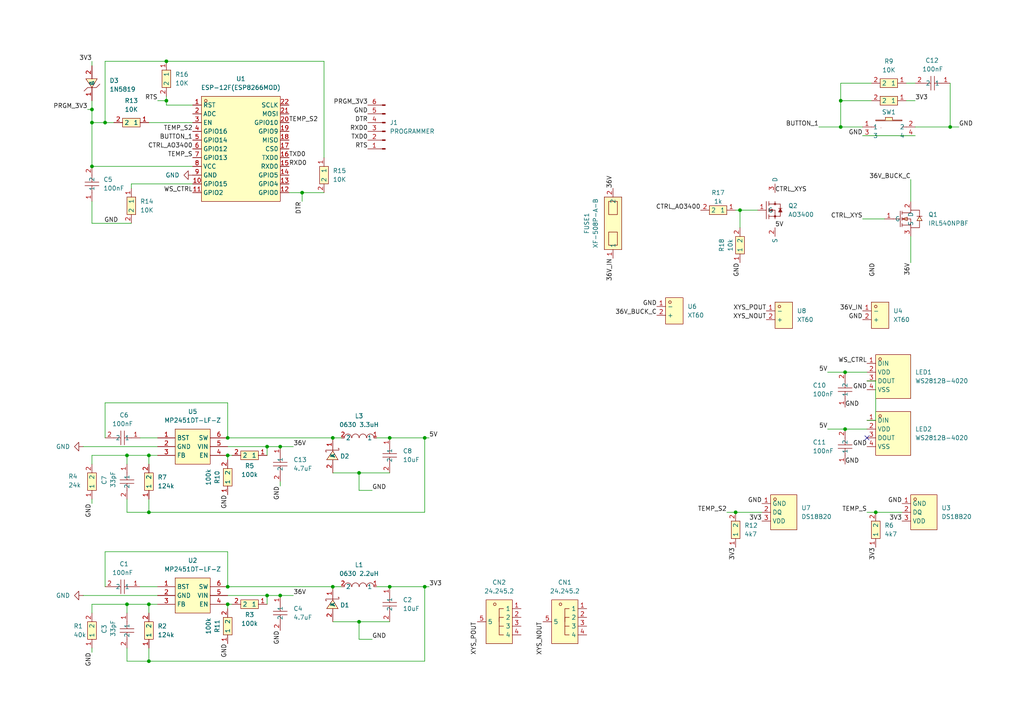
<source format=kicad_sch>
(kicad_sch
	(version 20231120)
	(generator "eeschema")
	(generator_version "8.0")
	(uuid "3c5a5145-bc0c-4aac-b106-ac3f64dafe2c")
	(paper "A4")
	(lib_symbols
		(symbol "Connector:Conn_01x06_Pin"
			(pin_names
				(offset 1.016) hide)
			(exclude_from_sim no)
			(in_bom yes)
			(on_board yes)
			(property "Reference" "J"
				(at 0 7.62 0)
				(effects
					(font
						(size 1.27 1.27)
					)
				)
			)
			(property "Value" "Conn_01x06_Pin"
				(at 0 -10.16 0)
				(effects
					(font
						(size 1.27 1.27)
					)
				)
			)
			(property "Footprint" ""
				(at 0 0 0)
				(effects
					(font
						(size 1.27 1.27)
					)
					(hide yes)
				)
			)
			(property "Datasheet" "~"
				(at 0 0 0)
				(effects
					(font
						(size 1.27 1.27)
					)
					(hide yes)
				)
			)
			(property "Description" "Generic connector, single row, 01x06, script generated"
				(at 0 0 0)
				(effects
					(font
						(size 1.27 1.27)
					)
					(hide yes)
				)
			)
			(property "ki_locked" ""
				(at 0 0 0)
				(effects
					(font
						(size 1.27 1.27)
					)
				)
			)
			(property "ki_keywords" "connector"
				(at 0 0 0)
				(effects
					(font
						(size 1.27 1.27)
					)
					(hide yes)
				)
			)
			(property "ki_fp_filters" "Connector*:*_1x??_*"
				(at 0 0 0)
				(effects
					(font
						(size 1.27 1.27)
					)
					(hide yes)
				)
			)
			(symbol "Conn_01x06_Pin_1_1"
				(polyline
					(pts
						(xy 1.27 -7.62) (xy 0.8636 -7.62)
					)
					(stroke
						(width 0.1524)
						(type default)
					)
					(fill
						(type none)
					)
				)
				(polyline
					(pts
						(xy 1.27 -5.08) (xy 0.8636 -5.08)
					)
					(stroke
						(width 0.1524)
						(type default)
					)
					(fill
						(type none)
					)
				)
				(polyline
					(pts
						(xy 1.27 -2.54) (xy 0.8636 -2.54)
					)
					(stroke
						(width 0.1524)
						(type default)
					)
					(fill
						(type none)
					)
				)
				(polyline
					(pts
						(xy 1.27 0) (xy 0.8636 0)
					)
					(stroke
						(width 0.1524)
						(type default)
					)
					(fill
						(type none)
					)
				)
				(polyline
					(pts
						(xy 1.27 2.54) (xy 0.8636 2.54)
					)
					(stroke
						(width 0.1524)
						(type default)
					)
					(fill
						(type none)
					)
				)
				(polyline
					(pts
						(xy 1.27 5.08) (xy 0.8636 5.08)
					)
					(stroke
						(width 0.1524)
						(type default)
					)
					(fill
						(type none)
					)
				)
				(rectangle
					(start 0.8636 -7.493)
					(end 0 -7.747)
					(stroke
						(width 0.1524)
						(type default)
					)
					(fill
						(type outline)
					)
				)
				(rectangle
					(start 0.8636 -4.953)
					(end 0 -5.207)
					(stroke
						(width 0.1524)
						(type default)
					)
					(fill
						(type outline)
					)
				)
				(rectangle
					(start 0.8636 -2.413)
					(end 0 -2.667)
					(stroke
						(width 0.1524)
						(type default)
					)
					(fill
						(type outline)
					)
				)
				(rectangle
					(start 0.8636 0.127)
					(end 0 -0.127)
					(stroke
						(width 0.1524)
						(type default)
					)
					(fill
						(type outline)
					)
				)
				(rectangle
					(start 0.8636 2.667)
					(end 0 2.413)
					(stroke
						(width 0.1524)
						(type default)
					)
					(fill
						(type outline)
					)
				)
				(rectangle
					(start 0.8636 5.207)
					(end 0 4.953)
					(stroke
						(width 0.1524)
						(type default)
					)
					(fill
						(type outline)
					)
				)
				(pin passive line
					(at 5.08 5.08 180)
					(length 3.81)
					(name "Pin_1"
						(effects
							(font
								(size 1.27 1.27)
							)
						)
					)
					(number "1"
						(effects
							(font
								(size 1.27 1.27)
							)
						)
					)
				)
				(pin passive line
					(at 5.08 2.54 180)
					(length 3.81)
					(name "Pin_2"
						(effects
							(font
								(size 1.27 1.27)
							)
						)
					)
					(number "2"
						(effects
							(font
								(size 1.27 1.27)
							)
						)
					)
				)
				(pin passive line
					(at 5.08 0 180)
					(length 3.81)
					(name "Pin_3"
						(effects
							(font
								(size 1.27 1.27)
							)
						)
					)
					(number "3"
						(effects
							(font
								(size 1.27 1.27)
							)
						)
					)
				)
				(pin passive line
					(at 5.08 -2.54 180)
					(length 3.81)
					(name "Pin_4"
						(effects
							(font
								(size 1.27 1.27)
							)
						)
					)
					(number "4"
						(effects
							(font
								(size 1.27 1.27)
							)
						)
					)
				)
				(pin passive line
					(at 5.08 -5.08 180)
					(length 3.81)
					(name "Pin_5"
						(effects
							(font
								(size 1.27 1.27)
							)
						)
					)
					(number "5"
						(effects
							(font
								(size 1.27 1.27)
							)
						)
					)
				)
				(pin passive line
					(at 5.08 -7.62 180)
					(length 3.81)
					(name "Pin_6"
						(effects
							(font
								(size 1.27 1.27)
							)
						)
					)
					(number "6"
						(effects
							(font
								(size 1.27 1.27)
							)
						)
					)
				)
			)
		)
		(symbol "easyeda2kicad:0630CDMCDDS-3R3MC"
			(exclude_from_sim no)
			(in_bom yes)
			(on_board yes)
			(property "Reference" "L"
				(at 0 5.08 0)
				(effects
					(font
						(size 1.27 1.27)
					)
				)
			)
			(property "Value" "0630CDMCDDS-3R3MC"
				(at 0 -5.08 0)
				(effects
					(font
						(size 1.27 1.27)
					)
				)
			)
			(property "Footprint" "easyeda2kicad:IND-SMD_L7.0-W6.6_0630CDMCCDS"
				(at 0 -7.62 0)
				(effects
					(font
						(size 1.27 1.27)
					)
					(hide yes)
				)
			)
			(property "Datasheet" ""
				(at 0 0 0)
				(effects
					(font
						(size 1.27 1.27)
					)
					(hide yes)
				)
			)
			(property "Description" ""
				(at 0 0 0)
				(effects
					(font
						(size 1.27 1.27)
					)
					(hide yes)
				)
			)
			(property "LCSC Part" "C2961890"
				(at 0 -10.16 0)
				(effects
					(font
						(size 1.27 1.27)
					)
					(hide yes)
				)
			)
			(symbol "0630CDMCDDS-3R3MC_0_1"
				(arc
					(start -4.29 -0.02)
					(mid -2.81 -1.01)
					(end -2.27 -0.02)
					(stroke
						(width 0)
						(type default)
					)
					(fill
						(type none)
					)
				)
				(arc
					(start -2.13 -0.02)
					(mid -0.66 -1.01)
					(end -0.11 -0.02)
					(stroke
						(width 0)
						(type default)
					)
					(fill
						(type none)
					)
				)
				(arc
					(start 0.02 -0.02)
					(mid 1.49 -1.01)
					(end 2.04 -0.02)
					(stroke
						(width 0)
						(type default)
					)
					(fill
						(type none)
					)
				)
				(arc
					(start 2.21 -0.02)
					(mid 3.68 -1.01)
					(end 4.23 -0.02)
					(stroke
						(width 0)
						(type default)
					)
					(fill
						(type none)
					)
				)
				(pin unspecified line
					(at -5.08 0 0)
					(length 0.762)
					(name "1"
						(effects
							(font
								(size 1.27 1.27)
							)
						)
					)
					(number "1"
						(effects
							(font
								(size 1.27 1.27)
							)
						)
					)
				)
				(pin unspecified line
					(at 5.08 0 180)
					(length 0.762)
					(name "2"
						(effects
							(font
								(size 1.27 1.27)
							)
						)
					)
					(number "2"
						(effects
							(font
								(size 1.27 1.27)
							)
						)
					)
				)
			)
		)
		(symbol "easyeda2kicad:1206B106K160"
			(exclude_from_sim no)
			(in_bom yes)
			(on_board yes)
			(property "Reference" "C"
				(at 0 5.08 0)
				(effects
					(font
						(size 1.27 1.27)
					)
				)
			)
			(property "Value" "1206B106K160"
				(at 0 -5.08 0)
				(effects
					(font
						(size 1.27 1.27)
					)
				)
			)
			(property "Footprint" "easyeda2kicad:C1206"
				(at 0 -7.62 0)
				(effects
					(font
						(size 1.27 1.27)
					)
					(hide yes)
				)
			)
			(property "Datasheet" "https://lcsc.com/product-detail/Multilayer-Ceramic-Capacitors-MLCC-SMD-SMT_10uF-106-10-16V_C105197.html"
				(at 0 -10.16 0)
				(effects
					(font
						(size 1.27 1.27)
					)
					(hide yes)
				)
			)
			(property "Description" ""
				(at 0 0 0)
				(effects
					(font
						(size 1.27 1.27)
					)
					(hide yes)
				)
			)
			(property "LCSC Part" "C105197"
				(at 0 -12.7 0)
				(effects
					(font
						(size 1.27 1.27)
					)
					(hide yes)
				)
			)
			(symbol "1206B106K160_0_1"
				(polyline
					(pts
						(xy -2.54 0) (xy -0.51 0)
					)
					(stroke
						(width 0)
						(type default)
					)
					(fill
						(type none)
					)
				)
				(polyline
					(pts
						(xy -0.51 -2.03) (xy -0.51 2.03)
					)
					(stroke
						(width 0)
						(type default)
					)
					(fill
						(type none)
					)
				)
				(polyline
					(pts
						(xy 0.51 0) (xy 2.54 0)
					)
					(stroke
						(width 0)
						(type default)
					)
					(fill
						(type none)
					)
				)
				(polyline
					(pts
						(xy 0.51 2.03) (xy 0.51 -2.03)
					)
					(stroke
						(width 0)
						(type default)
					)
					(fill
						(type none)
					)
				)
				(pin unspecified line
					(at 5.08 0 180)
					(length 2.54)
					(name "1"
						(effects
							(font
								(size 1.27 1.27)
							)
						)
					)
					(number "1"
						(effects
							(font
								(size 1.27 1.27)
							)
						)
					)
				)
				(pin unspecified line
					(at -5.08 0 0)
					(length 2.54)
					(name "2"
						(effects
							(font
								(size 1.27 1.27)
							)
						)
					)
					(number "2"
						(effects
							(font
								(size 1.27 1.27)
							)
						)
					)
				)
			)
		)
		(symbol "easyeda2kicad:1N5819W_C402219"
			(exclude_from_sim no)
			(in_bom yes)
			(on_board yes)
			(property "Reference" "D"
				(at 0 5.08 0)
				(effects
					(font
						(size 1.27 1.27)
					)
				)
			)
			(property "Value" "1N5819W_C402219"
				(at 0 -5.08 0)
				(effects
					(font
						(size 1.27 1.27)
					)
				)
			)
			(property "Footprint" "easyeda2kicad:SOD-123_L2.8-W1.8-LS3.7-RD"
				(at 0 -7.62 0)
				(effects
					(font
						(size 1.27 1.27)
					)
					(hide yes)
				)
			)
			(property "Datasheet" "https://lcsc.com/product-detail/Schottky-Barrier-Diodes-SBD_LGE-1N5819W_C402219.html"
				(at 0 -10.16 0)
				(effects
					(font
						(size 1.27 1.27)
					)
					(hide yes)
				)
			)
			(property "Description" ""
				(at 0 0 0)
				(effects
					(font
						(size 1.27 1.27)
					)
					(hide yes)
				)
			)
			(property "LCSC Part" "C402219"
				(at 0 -12.7 0)
				(effects
					(font
						(size 1.27 1.27)
					)
					(hide yes)
				)
			)
			(symbol "1N5819W_C402219_0_1"
				(polyline
					(pts
						(xy -2.29 2.29) (xy -1.27 1.27) (xy -1.27 -1.27) (xy -0.25 -2.29)
					)
					(stroke
						(width 0)
						(type default)
					)
					(fill
						(type none)
					)
				)
				(polyline
					(pts
						(xy 1.27 -1.52) (xy -1.27 0) (xy 1.27 1.78) (xy 1.27 -1.52)
					)
					(stroke
						(width 0)
						(type default)
					)
					(fill
						(type background)
					)
				)
				(pin unspecified line
					(at -5.08 0 0)
					(length 3.81)
					(name "C"
						(effects
							(font
								(size 1.27 1.27)
							)
						)
					)
					(number "1"
						(effects
							(font
								(size 1.27 1.27)
							)
						)
					)
				)
				(pin unspecified line
					(at 5.08 0 180)
					(length 3.81)
					(name "A"
						(effects
							(font
								(size 1.27 1.27)
							)
						)
					)
					(number "2"
						(effects
							(font
								(size 1.27 1.27)
							)
						)
					)
				)
			)
		)
		(symbol "easyeda2kicad:24.245.2"
			(exclude_from_sim no)
			(in_bom yes)
			(on_board yes)
			(property "Reference" "CN"
				(at 0 8.89 0)
				(effects
					(font
						(size 1.27 1.27)
					)
				)
			)
			(property "Value" "24.245.2"
				(at 0 -8.89 0)
				(effects
					(font
						(size 1.27 1.27)
					)
				)
			)
			(property "Footprint" "easyeda2kicad:ANT-TH_L33.0-W12.0_BLACK"
				(at 0 -11.43 0)
				(effects
					(font
						(size 1.27 1.27)
					)
					(hide yes)
				)
			)
			(property "Datasheet" ""
				(at 0 0 0)
				(effects
					(font
						(size 1.27 1.27)
					)
					(hide yes)
				)
			)
			(property "Description" ""
				(at 0 0 0)
				(effects
					(font
						(size 1.27 1.27)
					)
					(hide yes)
				)
			)
			(property "LCSC Part" "C7437327"
				(at 0 -13.97 0)
				(effects
					(font
						(size 1.27 1.27)
					)
					(hide yes)
				)
			)
			(symbol "24.245.2_0_1"
				(rectangle
					(start -3.81 6.35)
					(end 3.81 -6.35)
					(stroke
						(width 0)
						(type default)
					)
					(fill
						(type background)
					)
				)
				(circle
					(center -1.27 5.08)
					(radius 0.38)
					(stroke
						(width 0)
						(type default)
					)
					(fill
						(type none)
					)
				)
				(polyline
					(pts
						(xy 1.27 -1.27) (xy 0 -1.27)
					)
					(stroke
						(width 0)
						(type default)
					)
					(fill
						(type none)
					)
				)
				(polyline
					(pts
						(xy 1.27 1.27) (xy 0 1.27) (xy 0 0)
					)
					(stroke
						(width 0)
						(type default)
					)
					(fill
						(type none)
					)
				)
				(polyline
					(pts
						(xy 1.27 3.81) (xy 0 3.81) (xy 0 -3.81) (xy 1.27 -3.81) (xy 0 -3.81)
					)
					(stroke
						(width 0)
						(type default)
					)
					(fill
						(type none)
					)
				)
				(pin unspecified line
					(at 6.35 3.81 180)
					(length 2.54)
					(name "1"
						(effects
							(font
								(size 1.27 1.27)
							)
						)
					)
					(number "1"
						(effects
							(font
								(size 1.27 1.27)
							)
						)
					)
				)
				(pin unspecified line
					(at 6.35 1.27 180)
					(length 2.54)
					(name "2"
						(effects
							(font
								(size 1.27 1.27)
							)
						)
					)
					(number "2"
						(effects
							(font
								(size 1.27 1.27)
							)
						)
					)
				)
				(pin unspecified line
					(at 6.35 -1.27 180)
					(length 2.54)
					(name "3"
						(effects
							(font
								(size 1.27 1.27)
							)
						)
					)
					(number "3"
						(effects
							(font
								(size 1.27 1.27)
							)
						)
					)
				)
				(pin unspecified line
					(at 6.35 -3.81 180)
					(length 2.54)
					(name "4"
						(effects
							(font
								(size 1.27 1.27)
							)
						)
					)
					(number "4"
						(effects
							(font
								(size 1.27 1.27)
							)
						)
					)
				)
				(pin unspecified line
					(at -6.35 0 0)
					(length 2.54)
					(name "5"
						(effects
							(font
								(size 1.27 1.27)
							)
						)
					)
					(number "5"
						(effects
							(font
								(size 1.27 1.27)
							)
						)
					)
				)
			)
		)
		(symbol "easyeda2kicad:AO3400_C181090"
			(exclude_from_sim no)
			(in_bom yes)
			(on_board yes)
			(property "Reference" "Q"
				(at 0 10.16 0)
				(effects
					(font
						(size 1.27 1.27)
					)
				)
			)
			(property "Value" "AO3400_C181090"
				(at 0 -10.16 0)
				(effects
					(font
						(size 1.27 1.27)
					)
				)
			)
			(property "Footprint" "easyeda2kicad:SOT-23-3_L2.9-W1.3-P1.90-LS2.4-BR"
				(at 0 -12.7 0)
				(effects
					(font
						(size 1.27 1.27)
					)
					(hide yes)
				)
			)
			(property "Datasheet" "https://lcsc.com/product-detail/MOSFET_AO3400_C181090.html"
				(at 0 -15.24 0)
				(effects
					(font
						(size 1.27 1.27)
					)
					(hide yes)
				)
			)
			(property "Description" ""
				(at 0 0 0)
				(effects
					(font
						(size 1.27 1.27)
					)
					(hide yes)
				)
			)
			(property "LCSC Part" "C181090"
				(at 0 -17.78 0)
				(effects
					(font
						(size 1.27 1.27)
					)
					(hide yes)
				)
			)
			(symbol "AO3400_C181090_0_1"
				(polyline
					(pts
						(xy 0 2.54) (xy 0 -2.54)
					)
					(stroke
						(width 0)
						(type default)
					)
					(fill
						(type none)
					)
				)
				(polyline
					(pts
						(xy 0.76 -2.54) (xy 0.76 -1.78)
					)
					(stroke
						(width 0)
						(type default)
					)
					(fill
						(type none)
					)
				)
				(polyline
					(pts
						(xy 0.76 -1.78) (xy 0.76 -1.27)
					)
					(stroke
						(width 0)
						(type default)
					)
					(fill
						(type none)
					)
				)
				(polyline
					(pts
						(xy 0.76 -1.78) (xy 2.54 -1.78)
					)
					(stroke
						(width 0)
						(type default)
					)
					(fill
						(type none)
					)
				)
				(polyline
					(pts
						(xy 0.76 0) (xy 0.76 -0.51)
					)
					(stroke
						(width 0)
						(type default)
					)
					(fill
						(type none)
					)
				)
				(polyline
					(pts
						(xy 0.76 0) (xy 1.78 -0.25)
					)
					(stroke
						(width 0)
						(type default)
					)
					(fill
						(type none)
					)
				)
				(polyline
					(pts
						(xy 0.76 0) (xy 1.78 0.25)
					)
					(stroke
						(width 0)
						(type default)
					)
					(fill
						(type none)
					)
				)
				(polyline
					(pts
						(xy 0.76 0.51) (xy 0.76 0)
					)
					(stroke
						(width 0)
						(type default)
					)
					(fill
						(type none)
					)
				)
				(polyline
					(pts
						(xy 0.76 1.78) (xy 0.76 1.27)
					)
					(stroke
						(width 0)
						(type default)
					)
					(fill
						(type none)
					)
				)
				(polyline
					(pts
						(xy 0.76 2.54) (xy 0.76 1.78)
					)
					(stroke
						(width 0)
						(type default)
					)
					(fill
						(type none)
					)
				)
				(polyline
					(pts
						(xy 1.02 0) (xy 0.76 0)
					)
					(stroke
						(width 0)
						(type default)
					)
					(fill
						(type none)
					)
				)
				(polyline
					(pts
						(xy 1.02 0) (xy 1.78 -0.25)
					)
					(stroke
						(width 0)
						(type default)
					)
					(fill
						(type none)
					)
				)
				(polyline
					(pts
						(xy 1.02 0) (xy 2.54 0)
					)
					(stroke
						(width 0)
						(type default)
					)
					(fill
						(type none)
					)
				)
				(polyline
					(pts
						(xy 1.78 -0.25) (xy 1.27 0)
					)
					(stroke
						(width 0)
						(type default)
					)
					(fill
						(type none)
					)
				)
				(polyline
					(pts
						(xy 1.78 -0.25) (xy 1.78 0.25)
					)
					(stroke
						(width 0)
						(type default)
					)
					(fill
						(type none)
					)
				)
				(polyline
					(pts
						(xy 1.78 0.25) (xy 1.02 0)
					)
					(stroke
						(width 0)
						(type default)
					)
					(fill
						(type none)
					)
				)
				(polyline
					(pts
						(xy 2.54 -1.78) (xy 2.54 -2.54)
					)
					(stroke
						(width 0)
						(type default)
					)
					(fill
						(type none)
					)
				)
				(polyline
					(pts
						(xy 2.54 0) (xy 2.54 -1.78)
					)
					(stroke
						(width 0)
						(type default)
					)
					(fill
						(type none)
					)
				)
				(polyline
					(pts
						(xy 2.54 2.54) (xy 2.54 1.78)
					)
					(stroke
						(width 0)
						(type default)
					)
					(fill
						(type none)
					)
				)
				(polyline
					(pts
						(xy 3.56 -0.51) (xy 4.06 0.51)
					)
					(stroke
						(width 0)
						(type default)
					)
					(fill
						(type none)
					)
				)
				(polyline
					(pts
						(xy 3.81 -0.51) (xy 3.56 -0.51)
					)
					(stroke
						(width 0)
						(type default)
					)
					(fill
						(type none)
					)
				)
				(polyline
					(pts
						(xy 4.06 -1.78) (xy 2.54 -1.78)
					)
					(stroke
						(width 0)
						(type default)
					)
					(fill
						(type none)
					)
				)
				(polyline
					(pts
						(xy 4.06 -0.25) (xy 4.06 -1.78)
					)
					(stroke
						(width 0)
						(type default)
					)
					(fill
						(type none)
					)
				)
				(polyline
					(pts
						(xy 4.06 0) (xy 3.81 -0.51)
					)
					(stroke
						(width 0)
						(type default)
					)
					(fill
						(type none)
					)
				)
				(polyline
					(pts
						(xy 4.06 0) (xy 3.81 -0.25)
					)
					(stroke
						(width 0)
						(type default)
					)
					(fill
						(type none)
					)
				)
				(polyline
					(pts
						(xy 4.06 0) (xy 4.06 0.51)
					)
					(stroke
						(width 0)
						(type default)
					)
					(fill
						(type none)
					)
				)
				(polyline
					(pts
						(xy 4.06 0.51) (xy 3.56 0.51)
					)
					(stroke
						(width 0)
						(type default)
					)
					(fill
						(type none)
					)
				)
				(polyline
					(pts
						(xy 4.06 0.51) (xy 4.57 -0.51)
					)
					(stroke
						(width 0)
						(type default)
					)
					(fill
						(type none)
					)
				)
				(polyline
					(pts
						(xy 4.06 1.78) (xy 4.06 0)
					)
					(stroke
						(width 0)
						(type default)
					)
					(fill
						(type none)
					)
				)
				(polyline
					(pts
						(xy 4.32 -0.51) (xy 3.81 -0.51)
					)
					(stroke
						(width 0)
						(type default)
					)
					(fill
						(type none)
					)
				)
				(polyline
					(pts
						(xy 4.32 -0.51) (xy 4.06 0)
					)
					(stroke
						(width 0)
						(type default)
					)
					(fill
						(type none)
					)
				)
				(polyline
					(pts
						(xy 4.32 -0.25) (xy 4.06 0)
					)
					(stroke
						(width 0)
						(type default)
					)
					(fill
						(type none)
					)
				)
				(polyline
					(pts
						(xy 4.57 -0.51) (xy 4.32 -0.51)
					)
					(stroke
						(width 0)
						(type default)
					)
					(fill
						(type none)
					)
				)
				(polyline
					(pts
						(xy 4.57 0.51) (xy 4.06 0.51)
					)
					(stroke
						(width 0)
						(type default)
					)
					(fill
						(type none)
					)
				)
				(polyline
					(pts
						(xy 0.76 1.78) (xy 4.06 1.78) (xy 4.06 1.78)
					)
					(stroke
						(width 0)
						(type default)
					)
					(fill
						(type none)
					)
				)
				(circle
					(center 2.54 -1.78)
					(radius 0.25)
					(stroke
						(width 0)
						(type default)
					)
					(fill
						(type none)
					)
				)
				(circle
					(center 2.54 1.78)
					(radius 0.25)
					(stroke
						(width 0)
						(type default)
					)
					(fill
						(type none)
					)
				)
				(pin unspecified line
					(at -2.54 0 0)
					(length 2.54)
					(name "G"
						(effects
							(font
								(size 1.27 1.27)
							)
						)
					)
					(number "1"
						(effects
							(font
								(size 1.27 1.27)
							)
						)
					)
				)
				(pin unspecified line
					(at 2.54 -5.08 270)
					(length 2.54)
					(name "S"
						(effects
							(font
								(size 1.27 1.27)
							)
						)
					)
					(number "2"
						(effects
							(font
								(size 1.27 1.27)
							)
						)
					)
				)
				(pin unspecified line
					(at 2.54 5.08 90)
					(length 2.54)
					(name "D"
						(effects
							(font
								(size 1.27 1.27)
							)
						)
					)
					(number "3"
						(effects
							(font
								(size 1.27 1.27)
							)
						)
					)
				)
			)
		)
		(symbol "easyeda2kicad:Button-6x6x9-Right-Angle"
			(exclude_from_sim no)
			(in_bom yes)
			(on_board yes)
			(property "Reference" "SW"
				(at 0 5.08 0)
				(effects
					(font
						(size 1.27 1.27)
					)
				)
			)
			(property "Value" "Button-6x6x9-Right-Angle"
				(at 0 -7.62 0)
				(effects
					(font
						(size 1.27 1.27)
					)
				)
			)
			(property "Footprint" "easyeda2kicad:SW-TH_BBJ"
				(at 0 -10.16 0)
				(effects
					(font
						(size 1.27 1.27)
					)
					(hide yes)
				)
			)
			(property "Datasheet" "https://lcsc.com/product-detail/Tactile-Switches_6-6-9Plastic-head-260G-0-25mm-Side-bracket_C71842.html"
				(at 0 -12.7 0)
				(effects
					(font
						(size 1.27 1.27)
					)
					(hide yes)
				)
			)
			(property "Description" ""
				(at 0 0 0)
				(effects
					(font
						(size 1.27 1.27)
					)
					(hide yes)
				)
			)
			(property "LCSC Part" "C71842"
				(at 0 -15.24 0)
				(effects
					(font
						(size 1.27 1.27)
					)
					(hide yes)
				)
			)
			(symbol "Button-6x6x9-Right-Angle_0_1"
				(arc
					(start -2.29 -0.25)
					(mid -2.29 -0.18)
					(end -2.29 -0.25)
					(stroke
						(width 0)
						(type default)
					)
					(fill
						(type none)
					)
				)
				(polyline
					(pts
						(xy -5.08 -2.54) (xy 5.08 -2.54)
					)
					(stroke
						(width 0)
						(type default)
					)
					(fill
						(type none)
					)
				)
				(polyline
					(pts
						(xy -5.08 0) (xy -3.81 0)
					)
					(stroke
						(width 0)
						(type default)
					)
					(fill
						(type none)
					)
				)
				(polyline
					(pts
						(xy 5.08 0) (xy 3.81 0)
					)
					(stroke
						(width 0)
						(type default)
					)
					(fill
						(type none)
					)
				)
				(polyline
					(pts
						(xy -3.81 2.03) (xy -3.81 1.78) (xy 3.81 1.78) (xy 3.81 2.03) (xy 1.02 2.03) (xy 1.02 2.79) (xy -1.02 2.79)
						(xy -1.02 2.03) (xy -3.81 2.03)
					)
					(stroke
						(width 0)
						(type default)
					)
					(fill
						(type background)
					)
				)
				(arc
					(start 3.81 -0.25)
					(mid 3.81 -0.18)
					(end 3.81 -0.25)
					(stroke
						(width 0)
						(type default)
					)
					(fill
						(type none)
					)
				)
				(pin input line
					(at -7.62 0 0)
					(length 2.54)
					(name "1"
						(effects
							(font
								(size 1.27 1.27)
							)
						)
					)
					(number "1"
						(effects
							(font
								(size 1.27 1.27)
							)
						)
					)
				)
				(pin input line
					(at 7.62 0 180)
					(length 2.54)
					(name "2"
						(effects
							(font
								(size 1.27 1.27)
							)
						)
					)
					(number "2"
						(effects
							(font
								(size 1.27 1.27)
							)
						)
					)
				)
				(pin input line
					(at -7.62 -2.54 0)
					(length 2.54)
					(name "3"
						(effects
							(font
								(size 1.27 1.27)
							)
						)
					)
					(number "3"
						(effects
							(font
								(size 1.27 1.27)
							)
						)
					)
				)
				(pin input line
					(at 7.62 -2.54 180)
					(length 2.54)
					(name "4"
						(effects
							(font
								(size 1.27 1.27)
							)
						)
					)
					(number "4"
						(effects
							(font
								(size 1.27 1.27)
							)
						)
					)
				)
			)
		)
		(symbol "easyeda2kicad:CC0805CRNPO9BNR47"
			(exclude_from_sim no)
			(in_bom yes)
			(on_board yes)
			(property "Reference" "C"
				(at 0 5.08 0)
				(effects
					(font
						(size 1.27 1.27)
					)
				)
			)
			(property "Value" "CC0805CRNPO9BNR47"
				(at 0 -5.08 0)
				(effects
					(font
						(size 1.27 1.27)
					)
				)
			)
			(property "Footprint" "easyeda2kicad:C0805"
				(at 0 -7.62 0)
				(effects
					(font
						(size 1.27 1.27)
					)
					(hide yes)
				)
			)
			(property "Datasheet" "https://lcsc.com/product-detail/Multilayer-Ceramic-Capacitors-MLCC-SMD-SMT_YAGEO-CC0805CRNPO9BNR47_C519946.html"
				(at 0 -10.16 0)
				(effects
					(font
						(size 1.27 1.27)
					)
					(hide yes)
				)
			)
			(property "Description" ""
				(at 0 0 0)
				(effects
					(font
						(size 1.27 1.27)
					)
					(hide yes)
				)
			)
			(property "LCSC Part" "C519946"
				(at 0 -12.7 0)
				(effects
					(font
						(size 1.27 1.27)
					)
					(hide yes)
				)
			)
			(symbol "CC0805CRNPO9BNR47_0_1"
				(polyline
					(pts
						(xy -0.51 -2.03) (xy -0.51 2.03)
					)
					(stroke
						(width 0)
						(type default)
					)
					(fill
						(type none)
					)
				)
				(polyline
					(pts
						(xy -0.51 0) (xy -2.54 0)
					)
					(stroke
						(width 0)
						(type default)
					)
					(fill
						(type none)
					)
				)
				(polyline
					(pts
						(xy 0.51 2.03) (xy 0.51 -2.03)
					)
					(stroke
						(width 0)
						(type default)
					)
					(fill
						(type none)
					)
				)
				(polyline
					(pts
						(xy 2.54 0) (xy 0.51 0)
					)
					(stroke
						(width 0)
						(type default)
					)
					(fill
						(type none)
					)
				)
				(pin unspecified line
					(at -5.08 0 0)
					(length 2.54)
					(name "1"
						(effects
							(font
								(size 1.27 1.27)
							)
						)
					)
					(number "1"
						(effects
							(font
								(size 1.27 1.27)
							)
						)
					)
				)
				(pin unspecified line
					(at 5.08 0 180)
					(length 2.54)
					(name "2"
						(effects
							(font
								(size 1.27 1.27)
							)
						)
					)
					(number "2"
						(effects
							(font
								(size 1.27 1.27)
							)
						)
					)
				)
			)
		)
		(symbol "easyeda2kicad:DS18B20"
			(exclude_from_sim no)
			(in_bom yes)
			(on_board yes)
			(property "Reference" "U"
				(at 0 7.62 0)
				(effects
					(font
						(size 1.27 1.27)
					)
				)
			)
			(property "Value" "DS18B20"
				(at 0 -7.62 0)
				(effects
					(font
						(size 1.27 1.27)
					)
				)
			)
			(property "Footprint" "easyeda2kicad:TO-92-3_L4.9-W3.7-P1.27-L"
				(at 0 -10.16 0)
				(effects
					(font
						(size 1.27 1.27)
					)
					(hide yes)
				)
			)
			(property "Datasheet" "https://lcsc.com/product-detail/Others_Youtai-Semiconductor-Co-Ltd-DS18B20_C376006.html"
				(at 0 -12.7 0)
				(effects
					(font
						(size 1.27 1.27)
					)
					(hide yes)
				)
			)
			(property "Description" ""
				(at 0 0 0)
				(effects
					(font
						(size 1.27 1.27)
					)
					(hide yes)
				)
			)
			(property "LCSC Part" "C376006"
				(at 0 -15.24 0)
				(effects
					(font
						(size 1.27 1.27)
					)
					(hide yes)
				)
			)
			(symbol "DS18B20_0_1"
				(rectangle
					(start -3.81 5.08)
					(end 3.81 -5.08)
					(stroke
						(width 0)
						(type default)
					)
					(fill
						(type background)
					)
				)
				(circle
					(center -2.54 3.81)
					(radius 0.38)
					(stroke
						(width 0)
						(type default)
					)
					(fill
						(type none)
					)
				)
				(pin unspecified line
					(at -6.35 2.54 0)
					(length 2.54)
					(name "GND"
						(effects
							(font
								(size 1.27 1.27)
							)
						)
					)
					(number "1"
						(effects
							(font
								(size 1.27 1.27)
							)
						)
					)
				)
				(pin unspecified line
					(at -6.35 0 0)
					(length 2.54)
					(name "DQ"
						(effects
							(font
								(size 1.27 1.27)
							)
						)
					)
					(number "2"
						(effects
							(font
								(size 1.27 1.27)
							)
						)
					)
				)
				(pin unspecified line
					(at -6.35 -2.54 0)
					(length 2.54)
					(name "VDD"
						(effects
							(font
								(size 1.27 1.27)
							)
						)
					)
					(number "3"
						(effects
							(font
								(size 1.27 1.27)
							)
						)
					)
				)
			)
		)
		(symbol "easyeda2kicad:ESP-12F(ESP8266MOD)"
			(exclude_from_sim no)
			(in_bom yes)
			(on_board yes)
			(property "Reference" "U"
				(at 0 17.78 0)
				(effects
					(font
						(size 1.27 1.27)
					)
				)
			)
			(property "Value" "ESP-12F(ESP8266MOD)"
				(at 0 -17.78 0)
				(effects
					(font
						(size 1.27 1.27)
					)
				)
			)
			(property "Footprint" "easyeda2kicad:WIFIM-SMD_ESP-12F-ESP8266MOD"
				(at 0 -20.32 0)
				(effects
					(font
						(size 1.27 1.27)
					)
					(hide yes)
				)
			)
			(property "Datasheet" "https://lcsc.com/product-detail/WIFI-Modules_ESP-12F-ESP8266MOD_C82891.html"
				(at 0 -22.86 0)
				(effects
					(font
						(size 1.27 1.27)
					)
					(hide yes)
				)
			)
			(property "Description" ""
				(at 0 0 0)
				(effects
					(font
						(size 1.27 1.27)
					)
					(hide yes)
				)
			)
			(property "LCSC Part" "C82891"
				(at 0 -25.4 0)
				(effects
					(font
						(size 1.27 1.27)
					)
					(hide yes)
				)
			)
			(symbol "ESP-12F(ESP8266MOD)_0_1"
				(rectangle
					(start -11.43 15.24)
					(end 11.43 -15.24)
					(stroke
						(width 0)
						(type default)
					)
					(fill
						(type background)
					)
				)
				(circle
					(center -10.16 13.97)
					(radius 0.38)
					(stroke
						(width 0)
						(type default)
					)
					(fill
						(type none)
					)
				)
				(pin unspecified line
					(at -13.97 12.7 0)
					(length 2.54)
					(name "RST"
						(effects
							(font
								(size 1.27 1.27)
							)
						)
					)
					(number "1"
						(effects
							(font
								(size 1.27 1.27)
							)
						)
					)
				)
				(pin unspecified line
					(at -13.97 -10.16 0)
					(length 2.54)
					(name "GPIO15"
						(effects
							(font
								(size 1.27 1.27)
							)
						)
					)
					(number "10"
						(effects
							(font
								(size 1.27 1.27)
							)
						)
					)
				)
				(pin unspecified line
					(at -13.97 -12.7 0)
					(length 2.54)
					(name "GPIO2"
						(effects
							(font
								(size 1.27 1.27)
							)
						)
					)
					(number "11"
						(effects
							(font
								(size 1.27 1.27)
							)
						)
					)
				)
				(pin unspecified line
					(at 13.97 -12.7 180)
					(length 2.54)
					(name "GPIO0"
						(effects
							(font
								(size 1.27 1.27)
							)
						)
					)
					(number "12"
						(effects
							(font
								(size 1.27 1.27)
							)
						)
					)
				)
				(pin unspecified line
					(at 13.97 -10.16 180)
					(length 2.54)
					(name "GPIO4"
						(effects
							(font
								(size 1.27 1.27)
							)
						)
					)
					(number "13"
						(effects
							(font
								(size 1.27 1.27)
							)
						)
					)
				)
				(pin unspecified line
					(at 13.97 -7.62 180)
					(length 2.54)
					(name "GPIO5"
						(effects
							(font
								(size 1.27 1.27)
							)
						)
					)
					(number "14"
						(effects
							(font
								(size 1.27 1.27)
							)
						)
					)
				)
				(pin unspecified line
					(at 13.97 -5.08 180)
					(length 2.54)
					(name "RXD0"
						(effects
							(font
								(size 1.27 1.27)
							)
						)
					)
					(number "15"
						(effects
							(font
								(size 1.27 1.27)
							)
						)
					)
				)
				(pin unspecified line
					(at 13.97 -2.54 180)
					(length 2.54)
					(name "TXD0"
						(effects
							(font
								(size 1.27 1.27)
							)
						)
					)
					(number "16"
						(effects
							(font
								(size 1.27 1.27)
							)
						)
					)
				)
				(pin unspecified line
					(at 13.97 0 180)
					(length 2.54)
					(name "CS0"
						(effects
							(font
								(size 1.27 1.27)
							)
						)
					)
					(number "17"
						(effects
							(font
								(size 1.27 1.27)
							)
						)
					)
				)
				(pin unspecified line
					(at 13.97 2.54 180)
					(length 2.54)
					(name "MISO"
						(effects
							(font
								(size 1.27 1.27)
							)
						)
					)
					(number "18"
						(effects
							(font
								(size 1.27 1.27)
							)
						)
					)
				)
				(pin unspecified line
					(at 13.97 5.08 180)
					(length 2.54)
					(name "GPIO9"
						(effects
							(font
								(size 1.27 1.27)
							)
						)
					)
					(number "19"
						(effects
							(font
								(size 1.27 1.27)
							)
						)
					)
				)
				(pin unspecified line
					(at -13.97 10.16 0)
					(length 2.54)
					(name "ADC"
						(effects
							(font
								(size 1.27 1.27)
							)
						)
					)
					(number "2"
						(effects
							(font
								(size 1.27 1.27)
							)
						)
					)
				)
				(pin unspecified line
					(at 13.97 7.62 180)
					(length 2.54)
					(name "GPIO10"
						(effects
							(font
								(size 1.27 1.27)
							)
						)
					)
					(number "20"
						(effects
							(font
								(size 1.27 1.27)
							)
						)
					)
				)
				(pin unspecified line
					(at 13.97 10.16 180)
					(length 2.54)
					(name "MOSI"
						(effects
							(font
								(size 1.27 1.27)
							)
						)
					)
					(number "21"
						(effects
							(font
								(size 1.27 1.27)
							)
						)
					)
				)
				(pin unspecified line
					(at 13.97 12.7 180)
					(length 2.54)
					(name "SCLK"
						(effects
							(font
								(size 1.27 1.27)
							)
						)
					)
					(number "22"
						(effects
							(font
								(size 1.27 1.27)
							)
						)
					)
				)
				(pin unspecified line
					(at -13.97 7.62 0)
					(length 2.54)
					(name "EN"
						(effects
							(font
								(size 1.27 1.27)
							)
						)
					)
					(number "3"
						(effects
							(font
								(size 1.27 1.27)
							)
						)
					)
				)
				(pin unspecified line
					(at -13.97 5.08 0)
					(length 2.54)
					(name "GPIO16"
						(effects
							(font
								(size 1.27 1.27)
							)
						)
					)
					(number "4"
						(effects
							(font
								(size 1.27 1.27)
							)
						)
					)
				)
				(pin unspecified line
					(at -13.97 2.54 0)
					(length 2.54)
					(name "GPIO14"
						(effects
							(font
								(size 1.27 1.27)
							)
						)
					)
					(number "5"
						(effects
							(font
								(size 1.27 1.27)
							)
						)
					)
				)
				(pin unspecified line
					(at -13.97 0 0)
					(length 2.54)
					(name "GPIO12"
						(effects
							(font
								(size 1.27 1.27)
							)
						)
					)
					(number "6"
						(effects
							(font
								(size 1.27 1.27)
							)
						)
					)
				)
				(pin unspecified line
					(at -13.97 -2.54 0)
					(length 2.54)
					(name "GPIO13"
						(effects
							(font
								(size 1.27 1.27)
							)
						)
					)
					(number "7"
						(effects
							(font
								(size 1.27 1.27)
							)
						)
					)
				)
				(pin unspecified line
					(at -13.97 -5.08 0)
					(length 2.54)
					(name "VCC"
						(effects
							(font
								(size 1.27 1.27)
							)
						)
					)
					(number "8"
						(effects
							(font
								(size 1.27 1.27)
							)
						)
					)
				)
				(pin unspecified line
					(at -13.97 -7.62 0)
					(length 2.54)
					(name "GND"
						(effects
							(font
								(size 1.27 1.27)
							)
						)
					)
					(number "9"
						(effects
							(font
								(size 1.27 1.27)
							)
						)
					)
				)
			)
		)
		(symbol "easyeda2kicad:IRL540NPBF"
			(exclude_from_sim no)
			(in_bom yes)
			(on_board yes)
			(property "Reference" "Q"
				(at 0 10.16 0)
				(effects
					(font
						(size 1.27 1.27)
					)
				)
			)
			(property "Value" "IRL540NPBF"
				(at 0 -10.16 0)
				(effects
					(font
						(size 1.27 1.27)
					)
				)
			)
			(property "Footprint" "easyeda2kicad:TO-220-3_L10.0-W4.5-P2.54-T"
				(at 0 -12.7 0)
				(effects
					(font
						(size 1.27 1.27)
					)
					(hide yes)
				)
			)
			(property "Datasheet" "https://lcsc.com/product-detail/MOSFET_Infineon_IRL540NPBF_IRL540NPBF_C111607.html"
				(at 0 -15.24 0)
				(effects
					(font
						(size 1.27 1.27)
					)
					(hide yes)
				)
			)
			(property "Description" ""
				(at 0 0 0)
				(effects
					(font
						(size 1.27 1.27)
					)
					(hide yes)
				)
			)
			(property "LCSC Part" "C111607"
				(at 0 -17.78 0)
				(effects
					(font
						(size 1.27 1.27)
					)
					(hide yes)
				)
			)
			(symbol "IRL540NPBF_0_1"
				(polyline
					(pts
						(xy -2.54 0) (xy -0.51 0)
					)
					(stroke
						(width 0)
						(type default)
					)
					(fill
						(type none)
					)
				)
				(polyline
					(pts
						(xy -0.51 2.29) (xy -0.51 -2.29)
					)
					(stroke
						(width 0)
						(type default)
					)
					(fill
						(type none)
					)
				)
				(polyline
					(pts
						(xy 0 -2.29) (xy 0 -1.27)
					)
					(stroke
						(width 0)
						(type default)
					)
					(fill
						(type none)
					)
				)
				(polyline
					(pts
						(xy 0 -0.51) (xy 0 0.51)
					)
					(stroke
						(width 0)
						(type default)
					)
					(fill
						(type none)
					)
				)
				(polyline
					(pts
						(xy 0 1.27) (xy 0 2.29)
					)
					(stroke
						(width 0)
						(type default)
					)
					(fill
						(type none)
					)
				)
				(polyline
					(pts
						(xy 2.54 -1.78) (xy 0 -1.78)
					)
					(stroke
						(width 0)
						(type default)
					)
					(fill
						(type none)
					)
				)
				(polyline
					(pts
						(xy 2.54 1.78) (xy 0 1.78)
					)
					(stroke
						(width 0)
						(type default)
					)
					(fill
						(type none)
					)
				)
				(polyline
					(pts
						(xy 0 0) (xy 2.54 0) (xy 2.54 -2.54)
					)
					(stroke
						(width 0)
						(type default)
					)
					(fill
						(type none)
					)
				)
				(polyline
					(pts
						(xy 2.54 -2.54) (xy 5.08 -2.54) (xy 5.08 -0.51)
					)
					(stroke
						(width 0)
						(type default)
					)
					(fill
						(type none)
					)
				)
				(polyline
					(pts
						(xy 0 0) (xy 1.52 -0.51) (xy 1.52 0.51) (xy 0 0)
					)
					(stroke
						(width 0)
						(type default)
					)
					(fill
						(type background)
					)
				)
				(polyline
					(pts
						(xy 2.54 1.78) (xy 2.54 2.54) (xy 5.08 2.54) (xy 5.08 0.76)
					)
					(stroke
						(width 0)
						(type default)
					)
					(fill
						(type none)
					)
				)
				(polyline
					(pts
						(xy 4.32 0.76) (xy 4.57 0.76) (xy 5.59 0.76) (xy 5.84 0.76)
					)
					(stroke
						(width 0)
						(type default)
					)
					(fill
						(type none)
					)
				)
				(polyline
					(pts
						(xy 5.08 0.76) (xy 4.32 -0.51) (xy 5.84 -0.51) (xy 5.08 0.76)
					)
					(stroke
						(width 0)
						(type default)
					)
					(fill
						(type background)
					)
				)
				(pin unspecified line
					(at -5.08 0 0)
					(length 2.54)
					(name "G"
						(effects
							(font
								(size 1.27 1.27)
							)
						)
					)
					(number "1"
						(effects
							(font
								(size 1.27 1.27)
							)
						)
					)
				)
				(pin unspecified line
					(at 2.54 5.08 270)
					(length 2.54)
					(name "D"
						(effects
							(font
								(size 1.27 1.27)
							)
						)
					)
					(number "2"
						(effects
							(font
								(size 1.27 1.27)
							)
						)
					)
				)
				(pin unspecified line
					(at 2.54 -5.08 90)
					(length 2.54)
					(name "S"
						(effects
							(font
								(size 1.27 1.27)
							)
						)
					)
					(number "3"
						(effects
							(font
								(size 1.27 1.27)
							)
						)
					)
				)
			)
		)
		(symbol "easyeda2kicad:MP2451DT-LF-Z"
			(exclude_from_sim no)
			(in_bom yes)
			(on_board yes)
			(property "Reference" "U"
				(at 0 7.62 0)
				(effects
					(font
						(size 1.27 1.27)
					)
				)
			)
			(property "Value" "MP2451DT-LF-Z"
				(at 0 -7.62 0)
				(effects
					(font
						(size 1.27 1.27)
					)
				)
			)
			(property "Footprint" "easyeda2kicad:SOT-23-6_L2.9-W1.6-P0.95-LS2.8-BR"
				(at 0 -10.16 0)
				(effects
					(font
						(size 1.27 1.27)
					)
					(hide yes)
				)
			)
			(property "Datasheet" "https://lcsc.com/product-detail/DC-DC-Converters_MPS_MP2451DT-LF-Z_MP2451DT-LF-Z_C14123.html"
				(at 0 -12.7 0)
				(effects
					(font
						(size 1.27 1.27)
					)
					(hide yes)
				)
			)
			(property "Description" ""
				(at 0 0 0)
				(effects
					(font
						(size 1.27 1.27)
					)
					(hide yes)
				)
			)
			(property "LCSC Part" "C14123"
				(at 0 -15.24 0)
				(effects
					(font
						(size 1.27 1.27)
					)
					(hide yes)
				)
			)
			(symbol "MP2451DT-LF-Z_0_1"
				(rectangle
					(start -5.08 5.08)
					(end 5.08 -5.08)
					(stroke
						(width 0)
						(type default)
					)
					(fill
						(type background)
					)
				)
				(pin unspecified line
					(at -10.16 2.54 0)
					(length 5.08)
					(name "BST"
						(effects
							(font
								(size 1.27 1.27)
							)
						)
					)
					(number "1"
						(effects
							(font
								(size 1.27 1.27)
							)
						)
					)
				)
				(pin unspecified line
					(at -10.16 0 0)
					(length 5.08)
					(name "GND"
						(effects
							(font
								(size 1.27 1.27)
							)
						)
					)
					(number "2"
						(effects
							(font
								(size 1.27 1.27)
							)
						)
					)
				)
				(pin unspecified line
					(at -10.16 -2.54 0)
					(length 5.08)
					(name "FB"
						(effects
							(font
								(size 1.27 1.27)
							)
						)
					)
					(number "3"
						(effects
							(font
								(size 1.27 1.27)
							)
						)
					)
				)
				(pin unspecified line
					(at 10.16 -2.54 180)
					(length 5.08)
					(name "EN"
						(effects
							(font
								(size 1.27 1.27)
							)
						)
					)
					(number "4"
						(effects
							(font
								(size 1.27 1.27)
							)
						)
					)
				)
				(pin unspecified line
					(at 10.16 0 180)
					(length 5.08)
					(name "VIN"
						(effects
							(font
								(size 1.27 1.27)
							)
						)
					)
					(number "5"
						(effects
							(font
								(size 1.27 1.27)
							)
						)
					)
				)
				(pin unspecified line
					(at 10.16 2.54 180)
					(length 5.08)
					(name "SW"
						(effects
							(font
								(size 1.27 1.27)
							)
						)
					)
					(number "6"
						(effects
							(font
								(size 1.27 1.27)
							)
						)
					)
				)
			)
		)
		(symbol "easyeda2kicad:SS24_C908678"
			(exclude_from_sim no)
			(in_bom yes)
			(on_board yes)
			(property "Reference" "D"
				(at 0 5.08 0)
				(effects
					(font
						(size 1.27 1.27)
					)
				)
			)
			(property "Value" "SS24_C908678"
				(at 0 -5.08 0)
				(effects
					(font
						(size 1.27 1.27)
					)
				)
			)
			(property "Footprint" "easyeda2kicad:SMA_L4.2-W2.7-LS5.1-RD"
				(at 0 -7.62 0)
				(effects
					(font
						(size 1.27 1.27)
					)
					(hide yes)
				)
			)
			(property "Datasheet" ""
				(at 0 0 0)
				(effects
					(font
						(size 1.27 1.27)
					)
					(hide yes)
				)
			)
			(property "Description" ""
				(at 0 0 0)
				(effects
					(font
						(size 1.27 1.27)
					)
					(hide yes)
				)
			)
			(property "LCSC Part" "C908678"
				(at 0 -10.16 0)
				(effects
					(font
						(size 1.27 1.27)
					)
					(hide yes)
				)
			)
			(symbol "SS24_C908678_0_1"
				(polyline
					(pts
						(xy 1.27 1.52) (xy -1.27 0) (xy 1.27 -1.78) (xy 1.27 1.52)
					)
					(stroke
						(width 0)
						(type default)
					)
					(fill
						(type background)
					)
				)
				(polyline
					(pts
						(xy -2.03 1.52) (xy -2.03 1.78) (xy -1.52 1.78) (xy -1.52 -2.03) (xy -1.02 -2.03) (xy -1.02 -1.78)
					)
					(stroke
						(width 0)
						(type default)
					)
					(fill
						(type none)
					)
				)
				(pin unspecified line
					(at -5.08 0 0)
					(length 3.81)
					(name "K"
						(effects
							(font
								(size 1.27 1.27)
							)
						)
					)
					(number "1"
						(effects
							(font
								(size 1.27 1.27)
							)
						)
					)
				)
				(pin unspecified line
					(at 5.08 0 180)
					(length 3.81)
					(name "A"
						(effects
							(font
								(size 1.27 1.27)
							)
						)
					)
					(number "2"
						(effects
							(font
								(size 1.27 1.27)
							)
						)
					)
				)
			)
		)
		(symbol "easyeda2kicad:TCC0603X7R104K500CT"
			(exclude_from_sim no)
			(in_bom yes)
			(on_board yes)
			(property "Reference" "C"
				(at 0 10.16 0)
				(effects
					(font
						(size 1.27 1.27)
					)
				)
			)
			(property "Value" "TCC0603X7R104K500CT"
				(at 0 -10.16 0)
				(effects
					(font
						(size 1.27 1.27)
					)
				)
			)
			(property "Footprint" "easyeda2kicad:C0603"
				(at 0 -12.7 0)
				(effects
					(font
						(size 1.27 1.27)
					)
					(hide yes)
				)
			)
			(property "Datasheet" "https://lcsc.com/product-detail/Multilayer-Ceramic-Capacitors-MLCC-SMD-SMT_CCTC-TCC0603X7R104K500CT_C282519.html"
				(at 0 -15.24 0)
				(effects
					(font
						(size 1.27 1.27)
					)
					(hide yes)
				)
			)
			(property "Description" ""
				(at 0 0 0)
				(effects
					(font
						(size 1.27 1.27)
					)
					(hide yes)
				)
			)
			(property "LCSC Part" "C282519"
				(at 0 -17.78 0)
				(effects
					(font
						(size 1.27 1.27)
					)
					(hide yes)
				)
			)
			(symbol "TCC0603X7R104K500CT_0_1"
				(polyline
					(pts
						(xy -2.03 0.51) (xy 2.03 0.51)
					)
					(stroke
						(width 0)
						(type default)
					)
					(fill
						(type none)
					)
				)
				(polyline
					(pts
						(xy 0 -0.51) (xy 0 -2.54)
					)
					(stroke
						(width 0)
						(type default)
					)
					(fill
						(type none)
					)
				)
				(polyline
					(pts
						(xy 0 2.54) (xy 0 0.51)
					)
					(stroke
						(width 0)
						(type default)
					)
					(fill
						(type none)
					)
				)
				(polyline
					(pts
						(xy 2.03 -0.51) (xy -2.03 -0.51)
					)
					(stroke
						(width 0)
						(type default)
					)
					(fill
						(type none)
					)
				)
				(pin unspecified line
					(at 0 -5.08 90)
					(length 2.54)
					(name "1"
						(effects
							(font
								(size 1.27 1.27)
							)
						)
					)
					(number "1"
						(effects
							(font
								(size 1.27 1.27)
							)
						)
					)
				)
				(pin unspecified line
					(at 0 5.08 270)
					(length 2.54)
					(name "2"
						(effects
							(font
								(size 1.27 1.27)
							)
						)
					)
					(number "2"
						(effects
							(font
								(size 1.27 1.27)
							)
						)
					)
				)
			)
		)
		(symbol "easyeda2kicad:WR06X102JGL"
			(exclude_from_sim no)
			(in_bom yes)
			(on_board yes)
			(property "Reference" "R"
				(at 0 5.08 0)
				(effects
					(font
						(size 1.27 1.27)
					)
				)
			)
			(property "Value" "WR06X102JGL"
				(at 0 -5.08 0)
				(effects
					(font
						(size 1.27 1.27)
					)
				)
			)
			(property "Footprint" "easyeda2kicad:R0603"
				(at 0 -7.62 0)
				(effects
					(font
						(size 1.27 1.27)
					)
					(hide yes)
				)
			)
			(property "Datasheet" ""
				(at 0 0 0)
				(effects
					(font
						(size 1.27 1.27)
					)
					(hide yes)
				)
			)
			(property "Description" ""
				(at 0 0 0)
				(effects
					(font
						(size 1.27 1.27)
					)
					(hide yes)
				)
			)
			(property "LCSC Part" "C2918515"
				(at 0 -10.16 0)
				(effects
					(font
						(size 1.27 1.27)
					)
					(hide yes)
				)
			)
			(symbol "WR06X102JGL_0_1"
				(rectangle
					(start -2.54 1.27)
					(end 2.54 -1.27)
					(stroke
						(width 0)
						(type default)
					)
					(fill
						(type background)
					)
				)
				(pin unspecified line
					(at -5.08 0 0)
					(length 2.54)
					(name "1"
						(effects
							(font
								(size 1.27 1.27)
							)
						)
					)
					(number "1"
						(effects
							(font
								(size 1.27 1.27)
							)
						)
					)
				)
				(pin unspecified line
					(at 5.08 0 180)
					(length 2.54)
					(name "2"
						(effects
							(font
								(size 1.27 1.27)
							)
						)
					)
					(number "2"
						(effects
							(font
								(size 1.27 1.27)
							)
						)
					)
				)
			)
		)
		(symbol "easyeda2kicad:WS2812B-4020"
			(exclude_from_sim no)
			(in_bom yes)
			(on_board yes)
			(property "Reference" "LED"
				(at 0 8.89 0)
				(effects
					(font
						(size 1.27 1.27)
					)
				)
			)
			(property "Value" "WS2812B-4020"
				(at 0 -8.89 0)
				(effects
					(font
						(size 1.27 1.27)
					)
				)
			)
			(property "Footprint" "easyeda2kicad:LED-SMD_WS2812B-4020"
				(at 0 -11.43 0)
				(effects
					(font
						(size 1.27 1.27)
					)
					(hide yes)
				)
			)
			(property "Datasheet" "https://lcsc.com/product-detail/Light-Emitting-Diodes-LED_Worldsemi-WS2812B-4020_C965557.html"
				(at 0 -13.97 0)
				(effects
					(font
						(size 1.27 1.27)
					)
					(hide yes)
				)
			)
			(property "Description" ""
				(at 0 0 0)
				(effects
					(font
						(size 1.27 1.27)
					)
					(hide yes)
				)
			)
			(property "LCSC Part" "C965557"
				(at 0 -16.51 0)
				(effects
					(font
						(size 1.27 1.27)
					)
					(hide yes)
				)
			)
			(symbol "WS2812B-4020_0_1"
				(rectangle
					(start -5.08 6.35)
					(end 5.08 -6.35)
					(stroke
						(width 0)
						(type default)
					)
					(fill
						(type background)
					)
				)
				(circle
					(center -3.81 5.08)
					(radius 0.38)
					(stroke
						(width 0)
						(type default)
					)
					(fill
						(type none)
					)
				)
				(pin unspecified line
					(at -7.62 3.81 0)
					(length 2.54)
					(name "DIN"
						(effects
							(font
								(size 1.27 1.27)
							)
						)
					)
					(number "1"
						(effects
							(font
								(size 1.27 1.27)
							)
						)
					)
				)
				(pin unspecified line
					(at -7.62 1.27 0)
					(length 2.54)
					(name "VDD"
						(effects
							(font
								(size 1.27 1.27)
							)
						)
					)
					(number "2"
						(effects
							(font
								(size 1.27 1.27)
							)
						)
					)
				)
				(pin unspecified line
					(at -7.62 -1.27 0)
					(length 2.54)
					(name "DOUT"
						(effects
							(font
								(size 1.27 1.27)
							)
						)
					)
					(number "3"
						(effects
							(font
								(size 1.27 1.27)
							)
						)
					)
				)
				(pin unspecified line
					(at -7.62 -3.81 0)
					(length 2.54)
					(name "VSS"
						(effects
							(font
								(size 1.27 1.27)
							)
						)
					)
					(number "4"
						(effects
							(font
								(size 1.27 1.27)
							)
						)
					)
				)
			)
		)
		(symbol "easyeda2kicad:XF-508P-A-B"
			(exclude_from_sim no)
			(in_bom yes)
			(on_board yes)
			(property "Reference" "FUSE"
				(at 0 5.08 0)
				(effects
					(font
						(size 1.27 1.27)
					)
				)
			)
			(property "Value" "XF-508P-A-B"
				(at 0 -5.08 0)
				(effects
					(font
						(size 1.27 1.27)
					)
				)
			)
			(property "Footprint" "easyeda2kicad:FUSE-TH_XF-508P-A-B"
				(at 0 -7.62 0)
				(effects
					(font
						(size 1.27 1.27)
					)
					(hide yes)
				)
			)
			(property "Datasheet" ""
				(at 0 0 0)
				(effects
					(font
						(size 1.27 1.27)
					)
					(hide yes)
				)
			)
			(property "Description" ""
				(at 0 0 0)
				(effects
					(font
						(size 1.27 1.27)
					)
					(hide yes)
				)
			)
			(property "LCSC Part" "C19727304"
				(at 0 -10.16 0)
				(effects
					(font
						(size 1.27 1.27)
					)
					(hide yes)
				)
			)
			(symbol "XF-508P-A-B_0_1"
				(rectangle
					(start -7.62 2.54)
					(end 7.62 -2.54)
					(stroke
						(width 0)
						(type default)
					)
					(fill
						(type background)
					)
				)
				(rectangle
					(start -6.35 1.27)
					(end -2.54 -1.27)
					(stroke
						(width 0)
						(type default)
					)
					(fill
						(type background)
					)
				)
				(rectangle
					(start 2.54 1.27)
					(end 6.35 -1.27)
					(stroke
						(width 0)
						(type default)
					)
					(fill
						(type background)
					)
				)
				(pin unspecified line
					(at -10.16 0 0)
					(length 2.54)
					(name "1"
						(effects
							(font
								(size 1.27 1.27)
							)
						)
					)
					(number "1"
						(effects
							(font
								(size 1.27 1.27)
							)
						)
					)
				)
				(pin unspecified line
					(at 10.16 0 180)
					(length 2.54)
					(name "2"
						(effects
							(font
								(size 1.27 1.27)
							)
						)
					)
					(number "2"
						(effects
							(font
								(size 1.27 1.27)
							)
						)
					)
				)
			)
		)
		(symbol "easyeda2kicad:XT60"
			(exclude_from_sim no)
			(in_bom yes)
			(on_board yes)
			(property "Reference" "U"
				(at 0 6.35 0)
				(effects
					(font
						(size 1.27 1.27)
					)
				)
			)
			(property "Value" "XT60"
				(at 0 -6.35 0)
				(effects
					(font
						(size 1.27 1.27)
					)
				)
			)
			(property "Footprint" "easyeda2kicad:CONN-TH_XT60"
				(at 0 -8.89 0)
				(effects
					(font
						(size 1.27 1.27)
					)
					(hide yes)
				)
			)
			(property "Datasheet" ""
				(at 0 0 0)
				(effects
					(font
						(size 1.27 1.27)
					)
					(hide yes)
				)
			)
			(property "Description" ""
				(at 0 0 0)
				(effects
					(font
						(size 1.27 1.27)
					)
					(hide yes)
				)
			)
			(property "LCSC Part" "C98733"
				(at 0 -11.43 0)
				(effects
					(font
						(size 1.27 1.27)
					)
					(hide yes)
				)
			)
			(symbol "XT60_0_1"
				(rectangle
					(start -2.54 3.81)
					(end 2.54 -3.81)
					(stroke
						(width 0)
						(type default)
					)
					(fill
						(type background)
					)
				)
				(circle
					(center -1.27 2.54)
					(radius 0.38)
					(stroke
						(width 0)
						(type default)
					)
					(fill
						(type none)
					)
				)
				(pin unspecified line
					(at -5.08 1.27 0)
					(length 2.54)
					(name "-"
						(effects
							(font
								(size 1.27 1.27)
							)
						)
					)
					(number "1"
						(effects
							(font
								(size 1.27 1.27)
							)
						)
					)
				)
				(pin unspecified line
					(at -5.08 -1.27 0)
					(length 2.54)
					(name "+"
						(effects
							(font
								(size 1.27 1.27)
							)
						)
					)
					(number "2"
						(effects
							(font
								(size 1.27 1.27)
							)
						)
					)
				)
			)
		)
		(symbol "power:GND"
			(power)
			(pin_numbers hide)
			(pin_names
				(offset 0) hide)
			(exclude_from_sim no)
			(in_bom yes)
			(on_board yes)
			(property "Reference" "#PWR"
				(at 0 -6.35 0)
				(effects
					(font
						(size 1.27 1.27)
					)
					(hide yes)
				)
			)
			(property "Value" "GND"
				(at 0 -3.81 0)
				(effects
					(font
						(size 1.27 1.27)
					)
				)
			)
			(property "Footprint" ""
				(at 0 0 0)
				(effects
					(font
						(size 1.27 1.27)
					)
					(hide yes)
				)
			)
			(property "Datasheet" ""
				(at 0 0 0)
				(effects
					(font
						(size 1.27 1.27)
					)
					(hide yes)
				)
			)
			(property "Description" "Power symbol creates a global label with name \"GND\" , ground"
				(at 0 0 0)
				(effects
					(font
						(size 1.27 1.27)
					)
					(hide yes)
				)
			)
			(property "ki_keywords" "global power"
				(at 0 0 0)
				(effects
					(font
						(size 1.27 1.27)
					)
					(hide yes)
				)
			)
			(symbol "GND_0_1"
				(polyline
					(pts
						(xy 0 0) (xy 0 -1.27) (xy 1.27 -1.27) (xy 0 -2.54) (xy -1.27 -1.27) (xy 0 -1.27)
					)
					(stroke
						(width 0)
						(type default)
					)
					(fill
						(type none)
					)
				)
			)
			(symbol "GND_1_1"
				(pin power_in line
					(at 0 0 270)
					(length 0)
					(name "~"
						(effects
							(font
								(size 1.27 1.27)
							)
						)
					)
					(number "1"
						(effects
							(font
								(size 1.27 1.27)
							)
						)
					)
				)
			)
		)
	)
	(junction
		(at 243.84 36.83)
		(diameter 0)
		(color 0 0 0 0)
		(uuid "04610f5d-7783-4004-8ee3-5690492c4682")
	)
	(junction
		(at 96.52 170.18)
		(diameter 0)
		(color 0 0 0 0)
		(uuid "06036b89-2f96-47d4-8cfc-b82f9341e5f8")
	)
	(junction
		(at 43.18 148.59)
		(diameter 0)
		(color 0 0 0 0)
		(uuid "0cdadd42-4a1a-4706-9b04-9c4862ae4184")
	)
	(junction
		(at 43.18 191.77)
		(diameter 0)
		(color 0 0 0 0)
		(uuid "14603683-1327-4a55-ad9b-05c8f07afbe2")
	)
	(junction
		(at 66.04 175.26)
		(diameter 0)
		(color 0 0 0 0)
		(uuid "1a5e3302-0e61-479c-8ba7-6ad88cb0fc4a")
	)
	(junction
		(at 26.67 48.26)
		(diameter 0)
		(color 0 0 0 0)
		(uuid "3a2a2648-d461-41f6-8aee-5e0f6217e427")
	)
	(junction
		(at 77.47 172.72)
		(diameter 0)
		(color 0 0 0 0)
		(uuid "43f416b9-abf1-4d48-96ed-c3e0ba11d14b")
	)
	(junction
		(at 245.11 124.46)
		(diameter 0)
		(color 0 0 0 0)
		(uuid "4b6a3205-0c25-445c-80b0-9af283137f96")
	)
	(junction
		(at 43.18 132.08)
		(diameter 0)
		(color 0 0 0 0)
		(uuid "4e5a6929-bc92-4b71-bb80-1db392b83bce")
	)
	(junction
		(at 48.26 29.21)
		(diameter 0)
		(color 0 0 0 0)
		(uuid "50912fba-a12c-4d61-87f3-2f6fb34e3d67")
	)
	(junction
		(at 104.14 180.34)
		(diameter 0)
		(color 0 0 0 0)
		(uuid "51cd2145-a00b-4ff4-b9cd-524a090c46db")
	)
	(junction
		(at 214.63 60.96)
		(diameter 0)
		(color 0 0 0 0)
		(uuid "65ac445e-fc26-49aa-87e8-9c729434df1e")
	)
	(junction
		(at 113.03 127)
		(diameter 0)
		(color 0 0 0 0)
		(uuid "6ba11f85-8456-43dc-adc5-0a6051fb540e")
	)
	(junction
		(at 104.14 137.16)
		(diameter 0)
		(color 0 0 0 0)
		(uuid "70a00a4b-d712-4839-8dbe-adfef305afdc")
	)
	(junction
		(at 30.48 35.56)
		(diameter 0)
		(color 0 0 0 0)
		(uuid "7a2e5dc5-4d0a-4275-82ba-9fedd66caf52")
	)
	(junction
		(at 213.36 148.59)
		(diameter 0)
		(color 0 0 0 0)
		(uuid "7a96cb78-2725-4d95-a075-8e91d1cb410f")
	)
	(junction
		(at 66.04 127)
		(diameter 0)
		(color 0 0 0 0)
		(uuid "7b86fb33-6b36-4474-9e91-f93596176335")
	)
	(junction
		(at 36.83 132.08)
		(diameter 0)
		(color 0 0 0 0)
		(uuid "7c9bbc26-c7e3-40f3-8313-932b29631efc")
	)
	(junction
		(at 81.28 172.72)
		(diameter 0)
		(color 0 0 0 0)
		(uuid "7ebd3730-b598-4af9-9d0c-de0dd4378821")
	)
	(junction
		(at 66.04 170.18)
		(diameter 0)
		(color 0 0 0 0)
		(uuid "804ed446-a56b-4213-b433-66805ab10493")
	)
	(junction
		(at 96.52 127)
		(diameter 0)
		(color 0 0 0 0)
		(uuid "8a65c95a-fbd7-4333-9b67-060bc48f97ba")
	)
	(junction
		(at 48.26 17.78)
		(diameter 0)
		(color 0 0 0 0)
		(uuid "bcd29ef6-52cb-4110-a34f-df31bd7c857e")
	)
	(junction
		(at 43.18 175.26)
		(diameter 0)
		(color 0 0 0 0)
		(uuid "c1c0bf5a-eec0-4b2e-a3fc-63351ffd7e28")
	)
	(junction
		(at 245.11 107.95)
		(diameter 0)
		(color 0 0 0 0)
		(uuid "c1c37931-4a90-4257-8ef2-3199a4727101")
	)
	(junction
		(at 87.63 55.88)
		(diameter 0)
		(color 0 0 0 0)
		(uuid "c5dc6052-8e75-47c2-8fdc-2674d93ba083")
	)
	(junction
		(at 77.47 129.54)
		(diameter 0)
		(color 0 0 0 0)
		(uuid "c6ba15c1-a95e-43e5-ae94-cb90a0bb78a1")
	)
	(junction
		(at 123.19 170.18)
		(diameter 0)
		(color 0 0 0 0)
		(uuid "c78f8886-d6e2-4e21-bacb-a1867d1de57f")
	)
	(junction
		(at 243.84 29.21)
		(diameter 0)
		(color 0 0 0 0)
		(uuid "d18c90b9-c929-4e2b-8801-a9033e266965")
	)
	(junction
		(at 66.04 132.08)
		(diameter 0)
		(color 0 0 0 0)
		(uuid "d3169c06-cbdb-46df-9074-030b6269e68c")
	)
	(junction
		(at 26.67 31.75)
		(diameter 0)
		(color 0 0 0 0)
		(uuid "d49ce2e1-9aaa-4357-bc8a-c4da347dfa45")
	)
	(junction
		(at 36.83 175.26)
		(diameter 0)
		(color 0 0 0 0)
		(uuid "d7d3ebad-ac78-4883-81b4-244e5f4beefd")
	)
	(junction
		(at 254 148.59)
		(diameter 0)
		(color 0 0 0 0)
		(uuid "da2ce9e2-bd5f-4429-ae99-bd78616ea054")
	)
	(junction
		(at 26.67 35.56)
		(diameter 0)
		(color 0 0 0 0)
		(uuid "de51ac44-ef56-4f46-88c2-83cca4342f55")
	)
	(junction
		(at 275.59 36.83)
		(diameter 0)
		(color 0 0 0 0)
		(uuid "f1023b42-bf0c-49b4-9bc3-be2312b25752")
	)
	(junction
		(at 123.19 127)
		(diameter 0)
		(color 0 0 0 0)
		(uuid "f2d493a8-5bea-494b-a1a3-a404cdd2b569")
	)
	(junction
		(at 81.28 129.54)
		(diameter 0)
		(color 0 0 0 0)
		(uuid "f585ca2d-fce2-4e4d-8bfb-ba4d345d0b63")
	)
	(junction
		(at 113.03 170.18)
		(diameter 0)
		(color 0 0 0 0)
		(uuid "fb25c656-1435-4b7f-9979-cf2e0825eb85")
	)
	(no_connect
		(at 251.46 127)
		(uuid "e15c2133-1485-44ff-a147-3a1f314198d9")
	)
	(wire
		(pts
			(xy 26.67 35.56) (xy 26.67 48.26)
		)
		(stroke
			(width 0)
			(type default)
		)
		(uuid "0370845c-60ee-4e68-a969-47ae48afc0ba")
	)
	(wire
		(pts
			(xy 243.84 29.21) (xy 243.84 36.83)
		)
		(stroke
			(width 0)
			(type default)
		)
		(uuid "091eecc5-8f78-4b7d-82f5-d0817aa52cd3")
	)
	(wire
		(pts
			(xy 38.1 53.34) (xy 38.1 54.61)
		)
		(stroke
			(width 0)
			(type default)
		)
		(uuid "0b890ec3-899e-467a-81f3-6b50d256a252")
	)
	(wire
		(pts
			(xy 250.19 63.5) (xy 256.54 63.5)
		)
		(stroke
			(width 0)
			(type default)
		)
		(uuid "0bdd9514-0beb-428a-9405-88b745cd8d84")
	)
	(wire
		(pts
			(xy 109.22 170.18) (xy 113.03 170.18)
		)
		(stroke
			(width 0)
			(type default)
		)
		(uuid "0c8ae1de-eb59-46ad-80af-cbe74e628231")
	)
	(wire
		(pts
			(xy 275.59 36.83) (xy 278.13 36.83)
		)
		(stroke
			(width 0)
			(type default)
		)
		(uuid "13e0a309-6615-4fc8-9e41-6ec179773372")
	)
	(wire
		(pts
			(xy 45.72 175.26) (xy 43.18 175.26)
		)
		(stroke
			(width 0)
			(type default)
		)
		(uuid "159111ae-7485-4b42-80a0-3d6067415738")
	)
	(wire
		(pts
			(xy 45.72 129.54) (xy 24.13 129.54)
		)
		(stroke
			(width 0)
			(type default)
		)
		(uuid "18e2b981-c6de-422e-95b0-24769a71291e")
	)
	(wire
		(pts
			(xy 43.18 132.08) (xy 43.18 134.62)
		)
		(stroke
			(width 0)
			(type default)
		)
		(uuid "1cca2fe2-81e4-40c1-820c-5a997dd7df27")
	)
	(wire
		(pts
			(xy 245.11 107.95) (xy 251.46 107.95)
		)
		(stroke
			(width 0)
			(type default)
		)
		(uuid "1fdcd275-8f54-477d-ba8e-0b0a34090347")
	)
	(wire
		(pts
			(xy 26.67 64.77) (xy 26.67 58.42)
		)
		(stroke
			(width 0)
			(type default)
		)
		(uuid "2087f1cd-b712-4283-aa10-e161bd3c019c")
	)
	(wire
		(pts
			(xy 43.18 191.77) (xy 36.83 191.77)
		)
		(stroke
			(width 0)
			(type default)
		)
		(uuid "22154f34-eb6d-4bb6-b859-16015a3d5069")
	)
	(wire
		(pts
			(xy 43.18 175.26) (xy 43.18 177.8)
		)
		(stroke
			(width 0)
			(type default)
		)
		(uuid "238aca04-1bff-4480-92d3-a29445e535d6")
	)
	(wire
		(pts
			(xy 213.36 60.96) (xy 214.63 60.96)
		)
		(stroke
			(width 0)
			(type default)
		)
		(uuid "25dda525-47f0-45de-b531-a576dbfe0d68")
	)
	(wire
		(pts
			(xy 123.19 170.18) (xy 123.19 191.77)
		)
		(stroke
			(width 0)
			(type default)
		)
		(uuid "25f987cd-8825-47e3-a9d0-4a755fb24c64")
	)
	(wire
		(pts
			(xy 251.46 110.49) (xy 254 110.49)
		)
		(stroke
			(width 0)
			(type default)
		)
		(uuid "263d963c-4395-4188-8de0-d35b819cfaec")
	)
	(wire
		(pts
			(xy 26.67 31.75) (xy 26.67 35.56)
		)
		(stroke
			(width 0)
			(type default)
		)
		(uuid "291a2da2-3d79-475f-8b1d-d4794fdae842")
	)
	(wire
		(pts
			(xy 36.83 132.08) (xy 36.83 134.62)
		)
		(stroke
			(width 0)
			(type default)
		)
		(uuid "2b6d6d85-4fa0-43bd-b692-bc1ddd641897")
	)
	(wire
		(pts
			(xy 30.48 35.56) (xy 33.02 35.56)
		)
		(stroke
			(width 0)
			(type default)
		)
		(uuid "2d261871-e123-4053-8b33-82a65c065606")
	)
	(wire
		(pts
			(xy 237.49 36.83) (xy 243.84 36.83)
		)
		(stroke
			(width 0)
			(type default)
		)
		(uuid "2e9e3f20-a5c9-4dfd-a930-2258bf750762")
	)
	(wire
		(pts
			(xy 77.47 129.54) (xy 77.47 132.08)
		)
		(stroke
			(width 0)
			(type default)
		)
		(uuid "2f3e176b-905c-4718-b421-62fc21a569b3")
	)
	(wire
		(pts
			(xy 66.04 127) (xy 96.52 127)
		)
		(stroke
			(width 0)
			(type default)
		)
		(uuid "346446cd-029b-4f8f-85b7-c83eef2f9808")
	)
	(wire
		(pts
			(xy 109.22 127) (xy 113.03 127)
		)
		(stroke
			(width 0)
			(type default)
		)
		(uuid "3dd585c0-0970-4552-a3d3-aeb4087b3cf4")
	)
	(wire
		(pts
			(xy 25.4 31.75) (xy 26.67 31.75)
		)
		(stroke
			(width 0)
			(type default)
		)
		(uuid "3e58c6a9-4ca2-4656-b583-ff3411945b94")
	)
	(wire
		(pts
			(xy 36.83 187.96) (xy 36.83 191.77)
		)
		(stroke
			(width 0)
			(type default)
		)
		(uuid "3ff8f4f2-927b-464d-8345-a1d4b6157269")
	)
	(wire
		(pts
			(xy 264.16 52.07) (xy 264.16 58.42)
		)
		(stroke
			(width 0)
			(type default)
		)
		(uuid "4139751e-418f-4004-9bbd-186556ff84d1")
	)
	(wire
		(pts
			(xy 265.43 36.83) (xy 275.59 36.83)
		)
		(stroke
			(width 0)
			(type default)
		)
		(uuid "41713d66-3835-46a2-83d3-be5cc248d936")
	)
	(wire
		(pts
			(xy 43.18 148.59) (xy 123.19 148.59)
		)
		(stroke
			(width 0)
			(type default)
		)
		(uuid "43d78a7d-23b0-436b-b35a-950df3a2bd73")
	)
	(wire
		(pts
			(xy 104.14 185.42) (xy 104.14 180.34)
		)
		(stroke
			(width 0)
			(type default)
		)
		(uuid "44a65093-6e03-4df9-8a7b-33c8ebee826e")
	)
	(wire
		(pts
			(xy 262.89 29.21) (xy 265.43 29.21)
		)
		(stroke
			(width 0)
			(type default)
		)
		(uuid "47f68f4f-c7ad-4fec-a1d0-ea3128d741a3")
	)
	(wire
		(pts
			(xy 45.72 132.08) (xy 43.18 132.08)
		)
		(stroke
			(width 0)
			(type default)
		)
		(uuid "48b4c0e9-7170-4a7f-90ef-7e7522acc195")
	)
	(wire
		(pts
			(xy 43.18 35.56) (xy 55.88 35.56)
		)
		(stroke
			(width 0)
			(type default)
		)
		(uuid "49e1158c-2e50-4c1b-9e5b-da5f246b50c3")
	)
	(wire
		(pts
			(xy 254 121.92) (xy 251.46 121.92)
		)
		(stroke
			(width 0)
			(type default)
		)
		(uuid "4a1f8b6d-803e-4674-98a6-762d37bac6fc")
	)
	(wire
		(pts
			(xy 254 110.49) (xy 254 121.92)
		)
		(stroke
			(width 0)
			(type default)
		)
		(uuid "506a8a16-3a20-454b-83f9-d6d0b3bcd8e1")
	)
	(wire
		(pts
			(xy 275.59 24.13) (xy 275.59 36.83)
		)
		(stroke
			(width 0)
			(type default)
		)
		(uuid "5089c09c-ab4e-491a-9999-02062158c040")
	)
	(wire
		(pts
			(xy 30.48 127) (xy 30.48 116.84)
		)
		(stroke
			(width 0)
			(type default)
		)
		(uuid "50ca9f48-92a0-4dca-b18b-7d6d9b15e569")
	)
	(wire
		(pts
			(xy 36.83 175.26) (xy 36.83 177.8)
		)
		(stroke
			(width 0)
			(type default)
		)
		(uuid "51c26e80-437f-41e1-8a2a-8e308635e112")
	)
	(wire
		(pts
			(xy 66.04 175.26) (xy 66.04 176.53)
		)
		(stroke
			(width 0)
			(type default)
		)
		(uuid "521fc15b-d6b9-4844-a20a-3bcf16089b28")
	)
	(wire
		(pts
			(xy 77.47 129.54) (xy 81.28 129.54)
		)
		(stroke
			(width 0)
			(type default)
		)
		(uuid "52cf3e53-dc2c-4fd8-a416-a10a787e4e17")
	)
	(wire
		(pts
			(xy 81.28 140.97) (xy 81.28 139.7)
		)
		(stroke
			(width 0)
			(type default)
		)
		(uuid "56c7135b-3731-44fd-8849-13a87a3cf888")
	)
	(wire
		(pts
			(xy 243.84 24.13) (xy 243.84 29.21)
		)
		(stroke
			(width 0)
			(type default)
		)
		(uuid "5b61fd63-90dd-4dd7-9e29-333d49e3afe1")
	)
	(wire
		(pts
			(xy 83.82 55.88) (xy 87.63 55.88)
		)
		(stroke
			(width 0)
			(type default)
		)
		(uuid "5d45385e-b838-4bfb-affb-fbad787fc9d1")
	)
	(wire
		(pts
			(xy 66.04 116.84) (xy 66.04 127)
		)
		(stroke
			(width 0)
			(type default)
		)
		(uuid "5f073d81-813f-4bf2-accf-808022dc9f30")
	)
	(wire
		(pts
			(xy 96.52 180.34) (xy 104.14 180.34)
		)
		(stroke
			(width 0)
			(type default)
		)
		(uuid "64f3c86f-0f10-4431-af4e-7f8a271a926e")
	)
	(wire
		(pts
			(xy 113.03 170.18) (xy 123.19 170.18)
		)
		(stroke
			(width 0)
			(type default)
		)
		(uuid "6b422d44-fbba-4816-8cfc-afa32588f702")
	)
	(wire
		(pts
			(xy 254 148.59) (xy 261.62 148.59)
		)
		(stroke
			(width 0)
			(type default)
		)
		(uuid "6e67b2ce-559a-4026-b37d-a85656f49d9e")
	)
	(wire
		(pts
			(xy 87.63 55.88) (xy 93.98 55.88)
		)
		(stroke
			(width 0)
			(type default)
		)
		(uuid "7174931e-b4f8-4386-8fc6-a1065c4783c5")
	)
	(wire
		(pts
			(xy 123.19 127) (xy 124.46 127)
		)
		(stroke
			(width 0)
			(type default)
		)
		(uuid "747014fb-e770-4b1e-bab7-e3da82c300d7")
	)
	(wire
		(pts
			(xy 40.64 170.18) (xy 45.72 170.18)
		)
		(stroke
			(width 0)
			(type default)
		)
		(uuid "75474b54-4ae9-47cf-a3da-dd3883f6b6d2")
	)
	(wire
		(pts
			(xy 38.1 53.34) (xy 55.88 53.34)
		)
		(stroke
			(width 0)
			(type default)
		)
		(uuid "786986a2-256b-492e-a908-3be8d3a32796")
	)
	(wire
		(pts
			(xy 30.48 17.78) (xy 48.26 17.78)
		)
		(stroke
			(width 0)
			(type default)
		)
		(uuid "7c972771-c8ec-41bf-aa07-4ee79b25d266")
	)
	(wire
		(pts
			(xy 26.67 175.26) (xy 36.83 175.26)
		)
		(stroke
			(width 0)
			(type default)
		)
		(uuid "7dfa418d-e200-4e63-86a3-82c58483f282")
	)
	(wire
		(pts
			(xy 81.28 129.54) (xy 85.09 129.54)
		)
		(stroke
			(width 0)
			(type default)
		)
		(uuid "80863b21-b42a-4b2f-9046-f06b28fe6572")
	)
	(wire
		(pts
			(xy 30.48 170.18) (xy 30.48 160.02)
		)
		(stroke
			(width 0)
			(type default)
		)
		(uuid "84045321-59a0-4961-845c-ac95ac3b9989")
	)
	(wire
		(pts
			(xy 43.18 187.96) (xy 43.18 191.77)
		)
		(stroke
			(width 0)
			(type default)
		)
		(uuid "8418e852-0f9b-4953-8d83-5100d9c04c3f")
	)
	(wire
		(pts
			(xy 243.84 36.83) (xy 250.19 36.83)
		)
		(stroke
			(width 0)
			(type default)
		)
		(uuid "84ed8e46-c403-4fdf-85b4-6c1dc4753a57")
	)
	(wire
		(pts
			(xy 104.14 142.24) (xy 107.95 142.24)
		)
		(stroke
			(width 0)
			(type default)
		)
		(uuid "87688e9d-0e33-4570-9985-306aa7f64da2")
	)
	(wire
		(pts
			(xy 48.26 30.48) (xy 55.88 30.48)
		)
		(stroke
			(width 0)
			(type default)
		)
		(uuid "8eaf8c14-eb4a-44df-b087-78025083fbc0")
	)
	(wire
		(pts
			(xy 104.14 180.34) (xy 113.03 180.34)
		)
		(stroke
			(width 0)
			(type default)
		)
		(uuid "8ec8854b-1a26-46cf-a62e-b0ab8947898a")
	)
	(wire
		(pts
			(xy 77.47 172.72) (xy 81.28 172.72)
		)
		(stroke
			(width 0)
			(type default)
		)
		(uuid "901eba9f-7f9d-42e4-95f0-3fa29f105393")
	)
	(wire
		(pts
			(xy 240.03 107.95) (xy 245.11 107.95)
		)
		(stroke
			(width 0)
			(type default)
		)
		(uuid "92350fd2-b81b-4475-af99-6b7dbc2a585b")
	)
	(wire
		(pts
			(xy 30.48 160.02) (xy 66.04 160.02)
		)
		(stroke
			(width 0)
			(type default)
		)
		(uuid "940e96a7-48cf-4af6-aaa0-25603116428a")
	)
	(wire
		(pts
			(xy 87.63 58.42) (xy 87.63 55.88)
		)
		(stroke
			(width 0)
			(type default)
		)
		(uuid "9c4b83fb-896f-4e73-9205-da3e790eb6c5")
	)
	(wire
		(pts
			(xy 245.11 124.46) (xy 251.46 124.46)
		)
		(stroke
			(width 0)
			(type default)
		)
		(uuid "9ff9dd62-a52f-4d09-bacc-b814c6c73afd")
	)
	(wire
		(pts
			(xy 252.73 24.13) (xy 243.84 24.13)
		)
		(stroke
			(width 0)
			(type default)
		)
		(uuid "a029ebb2-b2f4-4ce5-b262-6100469d4798")
	)
	(wire
		(pts
			(xy 250.19 39.37) (xy 265.43 39.37)
		)
		(stroke
			(width 0)
			(type default)
		)
		(uuid "a0c9e8fc-6ef6-4533-9ca2-2beeb24213c7")
	)
	(wire
		(pts
			(xy 43.18 175.26) (xy 36.83 175.26)
		)
		(stroke
			(width 0)
			(type default)
		)
		(uuid "a2401e8f-6722-4023-af93-c48a8737a118")
	)
	(wire
		(pts
			(xy 66.04 132.08) (xy 66.04 133.35)
		)
		(stroke
			(width 0)
			(type default)
		)
		(uuid "a4bb6676-8692-476c-8b5c-289c8b83e6c9")
	)
	(wire
		(pts
			(xy 26.67 132.08) (xy 36.83 132.08)
		)
		(stroke
			(width 0)
			(type default)
		)
		(uuid "a707ea83-8f12-4b3c-ae82-d1a9e23c9f7b")
	)
	(wire
		(pts
			(xy 45.72 29.21) (xy 48.26 29.21)
		)
		(stroke
			(width 0)
			(type default)
		)
		(uuid "a93229ec-a6b1-4476-9143-6b686befd59d")
	)
	(wire
		(pts
			(xy 48.26 29.21) (xy 48.26 30.48)
		)
		(stroke
			(width 0)
			(type default)
		)
		(uuid "aa3f76a0-05c5-4fd9-abb2-3736295bcdcd")
	)
	(wire
		(pts
			(xy 66.04 172.72) (xy 77.47 172.72)
		)
		(stroke
			(width 0)
			(type default)
		)
		(uuid "ab5ae058-a217-40ac-abfa-39a7e50029d7")
	)
	(wire
		(pts
			(xy 67.31 175.26) (xy 66.04 175.26)
		)
		(stroke
			(width 0)
			(type default)
		)
		(uuid "adcef9fa-6720-41df-89f7-d90acf9c6209")
	)
	(wire
		(pts
			(xy 26.67 64.77) (xy 38.1 64.77)
		)
		(stroke
			(width 0)
			(type default)
		)
		(uuid "ae766bd3-817f-4b1e-8e64-8b276987c5be")
	)
	(wire
		(pts
			(xy 26.67 177.8) (xy 26.67 175.26)
		)
		(stroke
			(width 0)
			(type default)
		)
		(uuid "af0f1cd4-6b82-4b80-8abf-703a39574177")
	)
	(wire
		(pts
			(xy 66.04 129.54) (xy 77.47 129.54)
		)
		(stroke
			(width 0)
			(type default)
		)
		(uuid "af2376b9-b824-4ffb-b076-6ca6e26ab0a1")
	)
	(wire
		(pts
			(xy 43.18 148.59) (xy 36.83 148.59)
		)
		(stroke
			(width 0)
			(type default)
		)
		(uuid "afc25fe5-e702-432e-b9cb-6d9b7de795f5")
	)
	(wire
		(pts
			(xy 81.28 172.72) (xy 85.09 172.72)
		)
		(stroke
			(width 0)
			(type default)
		)
		(uuid "b07cbfcd-a734-42d9-bbc8-5b69a00bc6ae")
	)
	(wire
		(pts
			(xy 45.72 172.72) (xy 24.13 172.72)
		)
		(stroke
			(width 0)
			(type default)
		)
		(uuid "b14448e2-a8f3-49cb-9fbf-ab504c82e1ff")
	)
	(wire
		(pts
			(xy 77.47 172.72) (xy 77.47 175.26)
		)
		(stroke
			(width 0)
			(type default)
		)
		(uuid "b45f0a76-ece8-4af7-ad93-e2ac9be9301f")
	)
	(wire
		(pts
			(xy 264.16 68.58) (xy 264.16 76.2)
		)
		(stroke
			(width 0)
			(type default)
		)
		(uuid "b6272bfa-daff-497d-be04-886e74f3a4cf")
	)
	(wire
		(pts
			(xy 43.18 144.78) (xy 43.18 148.59)
		)
		(stroke
			(width 0)
			(type default)
		)
		(uuid "b763600a-80f9-489a-af6b-9cbbe823299f")
	)
	(wire
		(pts
			(xy 26.67 35.56) (xy 30.48 35.56)
		)
		(stroke
			(width 0)
			(type default)
		)
		(uuid "b7daa62d-6a5a-48e0-b58f-ed9f0068d053")
	)
	(wire
		(pts
			(xy 123.19 127) (xy 123.19 148.59)
		)
		(stroke
			(width 0)
			(type default)
		)
		(uuid "b8c2cdf8-7ebc-4a5e-a968-541b81eafe1c")
	)
	(wire
		(pts
			(xy 96.52 170.18) (xy 99.06 170.18)
		)
		(stroke
			(width 0)
			(type default)
		)
		(uuid "bba063a8-a482-4a89-b5a5-6dae82d68a68")
	)
	(wire
		(pts
			(xy 104.14 185.42) (xy 107.95 185.42)
		)
		(stroke
			(width 0)
			(type default)
		)
		(uuid "bba45b69-e86e-48a6-92a5-72e6d45bf334")
	)
	(wire
		(pts
			(xy 30.48 17.78) (xy 30.48 35.56)
		)
		(stroke
			(width 0)
			(type default)
		)
		(uuid "bbe0ca05-acf1-42eb-a34d-22b6204822f9")
	)
	(wire
		(pts
			(xy 26.67 17.78) (xy 26.67 19.05)
		)
		(stroke
			(width 0)
			(type default)
		)
		(uuid "bc5cf393-63a7-4522-8bd0-4349c07402e8")
	)
	(wire
		(pts
			(xy 26.67 134.62) (xy 26.67 132.08)
		)
		(stroke
			(width 0)
			(type default)
		)
		(uuid "bd98d2cf-be49-4ff8-aaa7-43f0e9bb2f99")
	)
	(wire
		(pts
			(xy 113.03 127) (xy 123.19 127)
		)
		(stroke
			(width 0)
			(type default)
		)
		(uuid "be8a53e6-6597-407b-a332-22359104eb8e")
	)
	(wire
		(pts
			(xy 66.04 160.02) (xy 66.04 170.18)
		)
		(stroke
			(width 0)
			(type default)
		)
		(uuid "c113089e-bc10-4e7d-b40d-6515f46c196b")
	)
	(wire
		(pts
			(xy 40.64 127) (xy 45.72 127)
		)
		(stroke
			(width 0)
			(type default)
		)
		(uuid "c2618f9f-b03d-4411-a5fc-0e03dc5e85b9")
	)
	(wire
		(pts
			(xy 96.52 137.16) (xy 104.14 137.16)
		)
		(stroke
			(width 0)
			(type default)
		)
		(uuid "cd618d2d-fc4c-499d-9ee8-926cb98199ab")
	)
	(wire
		(pts
			(xy 26.67 189.23) (xy 26.67 187.96)
		)
		(stroke
			(width 0)
			(type default)
		)
		(uuid "ce7b609d-1a4c-4ac2-ac2e-76ac2643327c")
	)
	(wire
		(pts
			(xy 48.26 17.78) (xy 93.98 17.78)
		)
		(stroke
			(width 0)
			(type default)
		)
		(uuid "d307d532-6c2e-4560-9df6-7cf3a17b168e")
	)
	(wire
		(pts
			(xy 104.14 142.24) (xy 104.14 137.16)
		)
		(stroke
			(width 0)
			(type default)
		)
		(uuid "d4179456-8689-41d5-9ea6-07bbe70e8b51")
	)
	(wire
		(pts
			(xy 214.63 60.96) (xy 214.63 66.04)
		)
		(stroke
			(width 0)
			(type default)
		)
		(uuid "d6ab02af-906d-448b-9a02-eaa602f49375")
	)
	(wire
		(pts
			(xy 213.36 148.59) (xy 220.98 148.59)
		)
		(stroke
			(width 0)
			(type default)
		)
		(uuid "d83325d4-7cb8-4e77-a66e-b6d96f92f047")
	)
	(wire
		(pts
			(xy 66.04 170.18) (xy 96.52 170.18)
		)
		(stroke
			(width 0)
			(type default)
		)
		(uuid "d8f06e75-5c32-4adc-9419-590a48fecceb")
	)
	(wire
		(pts
			(xy 123.19 170.18) (xy 124.46 170.18)
		)
		(stroke
			(width 0)
			(type default)
		)
		(uuid "d99b700b-108e-4f01-afce-115a33b6230f")
	)
	(wire
		(pts
			(xy 240.03 124.46) (xy 245.11 124.46)
		)
		(stroke
			(width 0)
			(type default)
		)
		(uuid "d9a96808-0110-4bca-b64c-d4aeca47cb71")
	)
	(wire
		(pts
			(xy 36.83 144.78) (xy 36.83 148.59)
		)
		(stroke
			(width 0)
			(type default)
		)
		(uuid "d9bb707a-a481-4242-a462-7a57d6875f97")
	)
	(wire
		(pts
			(xy 93.98 17.78) (xy 93.98 45.72)
		)
		(stroke
			(width 0)
			(type default)
		)
		(uuid "da24d23c-38a0-495b-aef9-a813f8b6fe48")
	)
	(wire
		(pts
			(xy 96.52 127) (xy 99.06 127)
		)
		(stroke
			(width 0)
			(type default)
		)
		(uuid "dac93b9f-2211-4aee-809e-4f23bd87d4e3")
	)
	(wire
		(pts
			(xy 26.67 48.26) (xy 55.88 48.26)
		)
		(stroke
			(width 0)
			(type default)
		)
		(uuid "df72ee37-cc1a-434a-bddf-29689e160d2f")
	)
	(wire
		(pts
			(xy 251.46 148.59) (xy 254 148.59)
		)
		(stroke
			(width 0)
			(type default)
		)
		(uuid "e341066f-23d8-43a2-9369-4ec358cad8bd")
	)
	(wire
		(pts
			(xy 26.67 146.05) (xy 26.67 144.78)
		)
		(stroke
			(width 0)
			(type default)
		)
		(uuid "e34e5687-0397-43ec-b1d2-10da20ec6a5a")
	)
	(wire
		(pts
			(xy 43.18 132.08) (xy 36.83 132.08)
		)
		(stroke
			(width 0)
			(type default)
		)
		(uuid "e7253f8f-0d0e-4539-bc39-7a0494a71351")
	)
	(wire
		(pts
			(xy 48.26 29.21) (xy 48.26 27.94)
		)
		(stroke
			(width 0)
			(type default)
		)
		(uuid "ef103f0e-4b35-460e-ab8a-6fecb415aab9")
	)
	(wire
		(pts
			(xy 104.14 137.16) (xy 113.03 137.16)
		)
		(stroke
			(width 0)
			(type default)
		)
		(uuid "f059f39b-d5d1-43ba-b97e-e50d4548073a")
	)
	(wire
		(pts
			(xy 243.84 29.21) (xy 252.73 29.21)
		)
		(stroke
			(width 0)
			(type default)
		)
		(uuid "f250f05a-9378-4738-b4ea-f1cf34453fc3")
	)
	(wire
		(pts
			(xy 26.67 29.21) (xy 26.67 31.75)
		)
		(stroke
			(width 0)
			(type default)
		)
		(uuid "f56d107c-1d82-4f35-99a3-a558f5c733b4")
	)
	(wire
		(pts
			(xy 67.31 132.08) (xy 66.04 132.08)
		)
		(stroke
			(width 0)
			(type default)
		)
		(uuid "f77e0a1f-e1c4-4895-827f-eef72d580822")
	)
	(wire
		(pts
			(xy 210.82 148.59) (xy 213.36 148.59)
		)
		(stroke
			(width 0)
			(type default)
		)
		(uuid "f93f04ae-99cd-4fea-952f-c948822c5e21")
	)
	(wire
		(pts
			(xy 43.18 191.77) (xy 123.19 191.77)
		)
		(stroke
			(width 0)
			(type default)
		)
		(uuid "f9769994-ecca-4446-b9eb-bd2973d99f74")
	)
	(wire
		(pts
			(xy 214.63 60.96) (xy 219.71 60.96)
		)
		(stroke
			(width 0)
			(type default)
		)
		(uuid "f9cd3921-e766-4200-bfcc-10cb59ed1aa0")
	)
	(wire
		(pts
			(xy 30.48 116.84) (xy 66.04 116.84)
		)
		(stroke
			(width 0)
			(type default)
		)
		(uuid "fea95235-4818-45be-9fa1-20cc05b2430a")
	)
	(wire
		(pts
			(xy 262.89 24.13) (xy 265.43 24.13)
		)
		(stroke
			(width 0)
			(type default)
		)
		(uuid "ff386187-11ef-4db7-8e04-d088facbd96e")
	)
	(label "CTRL_XYS"
		(at 224.79 55.88 0)
		(fields_autoplaced yes)
		(effects
			(font
				(size 1.27 1.27)
			)
			(justify left bottom)
		)
		(uuid "00c64163-a643-459b-bd5b-f3dc813e34e3")
	)
	(label "3V3"
		(at 124.46 170.18 0)
		(fields_autoplaced yes)
		(effects
			(font
				(size 1.27 1.27)
			)
			(justify left bottom)
		)
		(uuid "07f1dd02-bbec-49d1-97d4-73d86a15e635")
	)
	(label "DTR"
		(at 87.63 58.42 270)
		(fields_autoplaced yes)
		(effects
			(font
				(size 1.27 1.27)
			)
			(justify right bottom)
		)
		(uuid "0ae01123-1434-48ca-a1d4-a14257836a29")
	)
	(label "WS_CTRL"
		(at 251.46 105.41 180)
		(fields_autoplaced yes)
		(effects
			(font
				(size 1.27 1.27)
			)
			(justify right bottom)
		)
		(uuid "0d9e84b1-a298-43b7-be51-964f86906969")
	)
	(label "TEMP_S2"
		(at 83.82 35.56 0)
		(fields_autoplaced yes)
		(effects
			(font
				(size 1.27 1.27)
			)
			(justify left bottom)
		)
		(uuid "0eb25216-4aa0-406b-88df-40bf721135c2")
	)
	(label "BUTTON_1"
		(at 55.88 40.64 180)
		(fields_autoplaced yes)
		(effects
			(font
				(size 1.27 1.27)
			)
			(justify right bottom)
		)
		(uuid "0ffdc80c-e6a1-43e1-bc6d-76092c486468")
	)
	(label "RXD0"
		(at 83.82 48.26 0)
		(fields_autoplaced yes)
		(effects
			(font
				(size 1.27 1.27)
			)
			(justify left bottom)
		)
		(uuid "128acb6b-14c9-4991-90ba-b32ecbd88440")
	)
	(label "GND"
		(at 251.46 129.54 180)
		(fields_autoplaced yes)
		(effects
			(font
				(size 1.27 1.27)
			)
			(justify right bottom)
		)
		(uuid "17ad908e-12cb-449f-ae17-17776a17c26d")
	)
	(label "36V_BUCK_C"
		(at 190.5 91.44 180)
		(fields_autoplaced yes)
		(effects
			(font
				(size 1.27 1.27)
			)
			(justify right bottom)
		)
		(uuid "19a4b8b9-8c4d-4c82-8817-8cb050dec2bb")
	)
	(label "TEMP_S"
		(at 251.46 148.59 180)
		(fields_autoplaced yes)
		(effects
			(font
				(size 1.27 1.27)
			)
			(justify right bottom)
		)
		(uuid "1a5eb0fd-93b7-471e-9421-6cce0e3cc928")
	)
	(label "XYS_POUT"
		(at 222.25 90.17 180)
		(fields_autoplaced yes)
		(effects
			(font
				(size 1.27 1.27)
			)
			(justify right bottom)
		)
		(uuid "1b6b1f96-b26d-4351-b083-a4d2fe384f4d")
	)
	(label "RTS"
		(at 106.68 43.18 180)
		(fields_autoplaced yes)
		(effects
			(font
				(size 1.27 1.27)
			)
			(justify right bottom)
		)
		(uuid "2013dafd-8d5f-4f93-932d-182ac51d9783")
	)
	(label "3V3"
		(at 261.62 151.13 180)
		(fields_autoplaced yes)
		(effects
			(font
				(size 1.27 1.27)
			)
			(justify right bottom)
		)
		(uuid "26224bf8-8b61-41d9-adcf-be4cfc64313d")
	)
	(label "GND"
		(at 254 76.2 270)
		(fields_autoplaced yes)
		(effects
			(font
				(size 1.27 1.27)
			)
			(justify right bottom)
		)
		(uuid "26ad76d1-80fa-4bdc-a0d9-eb668f9f6286")
	)
	(label "RTS"
		(at 45.72 29.21 180)
		(fields_autoplaced yes)
		(effects
			(font
				(size 1.27 1.27)
			)
			(justify right bottom)
		)
		(uuid "2b83156e-a32e-4772-8721-00d9a393873c")
	)
	(label "3V3"
		(at 26.67 17.78 180)
		(fields_autoplaced yes)
		(effects
			(font
				(size 1.27 1.27)
			)
			(justify right bottom)
		)
		(uuid "2d0a6251-d439-4dbf-b4a7-519dcaee8875")
	)
	(label "GND"
		(at 81.28 140.97 270)
		(fields_autoplaced yes)
		(effects
			(font
				(size 1.27 1.27)
			)
			(justify right bottom)
		)
		(uuid "31436c99-1f81-49ba-9dfd-2ba02fc3f7f6")
	)
	(label "CTRL_AO3400"
		(at 203.2 60.96 180)
		(fields_autoplaced yes)
		(effects
			(font
				(size 1.27 1.27)
			)
			(justify right bottom)
		)
		(uuid "350c79c3-ee39-4c8e-9668-6e29449a16fc")
	)
	(label "5V"
		(at 224.79 66.04 0)
		(fields_autoplaced yes)
		(effects
			(font
				(size 1.27 1.27)
			)
			(justify left bottom)
		)
		(uuid "35473809-85e6-4b16-8e90-08308929418e")
	)
	(label "TXD0"
		(at 83.82 45.72 0)
		(fields_autoplaced yes)
		(effects
			(font
				(size 1.27 1.27)
			)
			(justify left bottom)
		)
		(uuid "3a551b7d-d3c2-4f4e-b59e-9ee4c476445c")
	)
	(label "GND"
		(at 250.19 92.71 180)
		(fields_autoplaced yes)
		(effects
			(font
				(size 1.27 1.27)
			)
			(justify right bottom)
		)
		(uuid "3d4c512e-3706-458f-9272-1b8d0e46b263")
	)
	(label "CTRL_AO3400"
		(at 55.88 43.18 180)
		(fields_autoplaced yes)
		(effects
			(font
				(size 1.27 1.27)
			)
			(justify right bottom)
		)
		(uuid "41a30e19-222e-40ee-8ec4-0b46072bb93e")
	)
	(label "TXD0"
		(at 106.68 40.64 180)
		(fields_autoplaced yes)
		(effects
			(font
				(size 1.27 1.27)
			)
			(justify right bottom)
		)
		(uuid "43a7672f-7266-42f2-8f16-ca4ae5aa269f")
	)
	(label "3V3"
		(at 213.36 158.75 270)
		(fields_autoplaced yes)
		(effects
			(font
				(size 1.27 1.27)
			)
			(justify right bottom)
		)
		(uuid "4716cb90-42d1-411c-a804-fcc5d0599a13")
	)
	(label "36V"
		(at 85.09 172.72 0)
		(fields_autoplaced yes)
		(effects
			(font
				(size 1.27 1.27)
			)
			(justify left bottom)
		)
		(uuid "4e75a446-abaa-4c10-9648-0712c19c5542")
	)
	(label "GND"
		(at 106.68 33.02 180)
		(fields_autoplaced yes)
		(effects
			(font
				(size 1.27 1.27)
			)
			(justify right bottom)
		)
		(uuid "4f10476d-5796-46f8-b5f6-c34a471ddd36")
	)
	(label "TEMP_S"
		(at 55.88 45.72 180)
		(fields_autoplaced yes)
		(effects
			(font
				(size 1.27 1.27)
			)
			(justify right bottom)
		)
		(uuid "50391e3e-ce1e-434b-adeb-1621f56f8437")
	)
	(label "5V"
		(at 240.03 124.46 180)
		(fields_autoplaced yes)
		(effects
			(font
				(size 1.27 1.27)
			)
			(justify right bottom)
		)
		(uuid "520b430a-7497-41fd-beac-9d4dd2b7405d")
	)
	(label "5V"
		(at 240.03 107.95 180)
		(fields_autoplaced yes)
		(effects
			(font
				(size 1.27 1.27)
			)
			(justify right bottom)
		)
		(uuid "531b73fe-a16a-4d79-a6c5-e49fb39b9957")
	)
	(label "GND"
		(at 81.28 182.88 270)
		(fields_autoplaced yes)
		(effects
			(font
				(size 1.27 1.27)
			)
			(justify right bottom)
		)
		(uuid "5adb65b4-5962-45ea-95df-bc9f5e734f66")
	)
	(label "GND"
		(at 107.95 185.42 0)
		(fields_autoplaced yes)
		(effects
			(font
				(size 1.27 1.27)
			)
			(justify left bottom)
		)
		(uuid "5f89b6fd-96d7-4148-b9f0-6b2b2e94913c")
	)
	(label "36V_IN"
		(at 177.8 74.93 270)
		(fields_autoplaced yes)
		(effects
			(font
				(size 1.27 1.27)
			)
			(justify right bottom)
		)
		(uuid "624256ad-3c4a-4c3e-9cff-47e80731db16")
	)
	(label "3V3"
		(at 265.43 29.21 0)
		(fields_autoplaced yes)
		(effects
			(font
				(size 1.27 1.27)
			)
			(justify left bottom)
		)
		(uuid "62949d35-689d-43a0-8566-2a15ed90061c")
	)
	(label "XYS_POUT"
		(at 138.43 180.34 270)
		(fields_autoplaced yes)
		(effects
			(font
				(size 1.27 1.27)
			)
			(justify right bottom)
		)
		(uuid "64bb4caa-f551-4e6e-af75-aed7abc94204")
	)
	(label "XYS_NOUT"
		(at 157.48 180.34 270)
		(fields_autoplaced yes)
		(effects
			(font
				(size 1.27 1.27)
			)
			(justify right bottom)
		)
		(uuid "667ae27f-b709-48ca-8fe3-e6b78cccbd36")
	)
	(label "TEMP_S2"
		(at 210.82 148.59 180)
		(fields_autoplaced yes)
		(effects
			(font
				(size 1.27 1.27)
			)
			(justify right bottom)
		)
		(uuid "6c199ad4-5673-4b7e-bd48-ca0207c872ba")
	)
	(label "GND"
		(at 66.04 186.69 270)
		(fields_autoplaced yes)
		(effects
			(font
				(size 1.27 1.27)
			)
			(justify right bottom)
		)
		(uuid "77820ee2-9acd-4b12-a582-a79eca6e1577")
	)
	(label "3V3"
		(at 254 158.75 270)
		(fields_autoplaced yes)
		(effects
			(font
				(size 1.27 1.27)
			)
			(justify right bottom)
		)
		(uuid "80121caf-ea1d-4c73-a298-78e7851c55e5")
	)
	(label "GND"
		(at 250.19 39.37 180)
		(fields_autoplaced yes)
		(effects
			(font
				(size 1.27 1.27)
			)
			(justify right bottom)
		)
		(uuid "83272c1b-eba9-4bc5-a397-5cf92a1bb650")
	)
	(label "GND"
		(at 34.29 64.77 180)
		(fields_autoplaced yes)
		(effects
			(font
				(size 1.27 1.27)
			)
			(justify right bottom)
		)
		(uuid "96054d11-7bf8-4607-add4-f396c2869ddd")
	)
	(label "5V"
		(at 124.46 127 0)
		(fields_autoplaced yes)
		(effects
			(font
				(size 1.27 1.27)
			)
			(justify left bottom)
		)
		(uuid "9927408a-f8e2-4cd3-9da0-ef1743a3b10f")
	)
	(label "36V"
		(at 264.16 76.2 270)
		(fields_autoplaced yes)
		(effects
			(font
				(size 1.27 1.27)
			)
			(justify right bottom)
		)
		(uuid "9da017c0-6e14-4e8b-b3f4-3196d255486e")
	)
	(label "GND"
		(at 26.67 146.05 270)
		(fields_autoplaced yes)
		(effects
			(font
				(size 1.27 1.27)
			)
			(justify right bottom)
		)
		(uuid "9e0d296c-3b2b-49a6-adf5-fc3938c75366")
	)
	(label "GND"
		(at 214.63 76.2 270)
		(fields_autoplaced yes)
		(effects
			(font
				(size 1.27 1.27)
			)
			(justify right bottom)
		)
		(uuid "a4bdc437-fcb7-4518-82f9-0fa65404af76")
	)
	(label "WS_CTRL"
		(at 55.88 55.88 180)
		(fields_autoplaced yes)
		(effects
			(font
				(size 1.27 1.27)
			)
			(justify right bottom)
		)
		(uuid "a8e7934f-42f5-42a2-92d2-7399f2a50f99")
	)
	(label "GND"
		(at 245.11 134.62 0)
		(fields_autoplaced yes)
		(effects
			(font
				(size 1.27 1.27)
			)
			(justify left bottom)
		)
		(uuid "a9ed07aa-cbc4-4176-8b4a-ac928bd2f964")
	)
	(label "GND"
		(at 220.98 146.05 180)
		(fields_autoplaced yes)
		(effects
			(font
				(size 1.27 1.27)
			)
			(justify right bottom)
		)
		(uuid "ab131de4-8901-4a99-a0e4-645328dcc4d6")
	)
	(label "BUTTON_1"
		(at 237.49 36.83 180)
		(fields_autoplaced yes)
		(effects
			(font
				(size 1.27 1.27)
			)
			(justify right bottom)
		)
		(uuid "add44684-afda-4f93-9232-ee94cde7bc58")
	)
	(label "GND"
		(at 66.04 143.51 270)
		(fields_autoplaced yes)
		(effects
			(font
				(size 1.27 1.27)
			)
			(justify right bottom)
		)
		(uuid "adfb5f7f-4f89-4b7a-9c44-3c46913d0a3d")
	)
	(label "36V"
		(at 85.09 129.54 0)
		(fields_autoplaced yes)
		(effects
			(font
				(size 1.27 1.27)
			)
			(justify left bottom)
		)
		(uuid "b484780f-7259-4095-884f-3b6bd5ab412b")
	)
	(label "36V_IN"
		(at 250.19 90.17 180)
		(fields_autoplaced yes)
		(effects
			(font
				(size 1.27 1.27)
			)
			(justify right bottom)
		)
		(uuid "b9e77397-e9d5-43f8-8a3f-a5d6633619df")
	)
	(label "GND"
		(at 26.67 189.23 270)
		(fields_autoplaced yes)
		(effects
			(font
				(size 1.27 1.27)
			)
			(justify right bottom)
		)
		(uuid "bcb081af-8240-46c0-923c-1f76c23d5e85")
	)
	(label "GND"
		(at 251.46 113.03 180)
		(fields_autoplaced yes)
		(effects
			(font
				(size 1.27 1.27)
			)
			(justify right bottom)
		)
		(uuid "c09aefa9-e879-4af7-9769-56c915613709")
	)
	(label "RXD0"
		(at 106.68 38.1 180)
		(fields_autoplaced yes)
		(effects
			(font
				(size 1.27 1.27)
			)
			(justify right bottom)
		)
		(uuid "c1afd944-92d7-4608-9db8-aab0aef92a79")
	)
	(label "GND"
		(at 245.11 118.11 0)
		(fields_autoplaced yes)
		(effects
			(font
				(size 1.27 1.27)
			)
			(justify left bottom)
		)
		(uuid "cb0a9d1a-859b-42cc-afd4-abad5af5eefc")
	)
	(label "36V"
		(at 177.8 54.61 90)
		(fields_autoplaced yes)
		(effects
			(font
				(size 1.27 1.27)
			)
			(justify left bottom)
		)
		(uuid "d9f55ca7-d1f7-4927-815b-28e33e642ae5")
	)
	(label "36V_BUCK_C"
		(at 264.16 52.07 180)
		(fields_autoplaced yes)
		(effects
			(font
				(size 1.27 1.27)
			)
			(justify right bottom)
		)
		(uuid "de252834-4735-41f3-8c0b-d6b723e8b970")
	)
	(label "GND"
		(at 278.13 36.83 0)
		(fields_autoplaced yes)
		(effects
			(font
				(size 1.27 1.27)
			)
			(justify left bottom)
		)
		(uuid "df0c2a56-6f28-4132-81fd-3b25f6b40d8a")
	)
	(label "3V3"
		(at 220.98 151.13 180)
		(fields_autoplaced yes)
		(effects
			(font
				(size 1.27 1.27)
			)
			(justify right bottom)
		)
		(uuid "e93ebe17-0dc4-420e-aa14-3c07de17673e")
	)
	(label "GND"
		(at 261.62 146.05 180)
		(fields_autoplaced yes)
		(effects
			(font
				(size 1.27 1.27)
			)
			(justify right bottom)
		)
		(uuid "eb583e1b-f013-4545-a758-59443a45ec4d")
	)
	(label "GND"
		(at 107.95 142.24 0)
		(fields_autoplaced yes)
		(effects
			(font
				(size 1.27 1.27)
			)
			(justify left bottom)
		)
		(uuid "ee8c26a6-718f-4768-8d92-d738ce1a1897")
	)
	(label "XYS_NOUT"
		(at 222.25 92.71 180)
		(fields_autoplaced yes)
		(effects
			(font
				(size 1.27 1.27)
			)
			(justify right bottom)
		)
		(uuid "effca572-2f09-4801-8f13-b97d6e556fd2")
	)
	(label "PRGM_3V3"
		(at 106.68 30.48 180)
		(fields_autoplaced yes)
		(effects
			(font
				(size 1.27 1.27)
			)
			(justify right bottom)
		)
		(uuid "f0e292a8-5093-4b76-a008-4c6547c46dbe")
	)
	(label "DTR"
		(at 106.68 35.56 180)
		(fields_autoplaced yes)
		(effects
			(font
				(size 1.27 1.27)
			)
			(justify right bottom)
		)
		(uuid "f3dda285-49d7-49fa-b911-50fe41d65c7c")
	)
	(label "GND"
		(at 190.5 88.9 180)
		(fields_autoplaced yes)
		(effects
			(font
				(size 1.27 1.27)
			)
			(justify right bottom)
		)
		(uuid "f657edaf-dc26-493e-a524-2a62a69ae82f")
	)
	(label "CTRL_XYS"
		(at 250.19 63.5 180)
		(fields_autoplaced yes)
		(effects
			(font
				(size 1.27 1.27)
			)
			(justify right bottom)
		)
		(uuid "f7ed6d23-245a-4e99-8268-e88c53dc93a9")
	)
	(label "PRGM_3V3"
		(at 25.4 31.75 180)
		(fields_autoplaced yes)
		(effects
			(font
				(size 1.27 1.27)
			)
			(justify right bottom)
		)
		(uuid "f92376ac-7d4a-43e4-825e-f91d12745cf6")
	)
	(label "TEMP_S2"
		(at 55.88 38.1 180)
		(fields_autoplaced yes)
		(effects
			(font
				(size 1.27 1.27)
			)
			(justify right bottom)
		)
		(uuid "fad7330f-27b4-486d-8d16-51ea6b7f8978")
	)
	(symbol
		(lib_id "easyeda2kicad:24.245.2")
		(at 144.78 180.34 0)
		(unit 1)
		(exclude_from_sim no)
		(in_bom yes)
		(on_board yes)
		(dnp no)
		(fields_autoplaced yes)
		(uuid "03a3792b-2702-4294-8433-ca2b1896de88")
		(property "Reference" "CN2"
			(at 144.78 168.91 0)
			(effects
				(font
					(size 1.27 1.27)
				)
			)
		)
		(property "Value" "24.245.2"
			(at 144.78 171.45 0)
			(effects
				(font
					(size 1.27 1.27)
				)
			)
		)
		(property "Footprint" "easyeda2kicad:ANT-TH_L33.0-W12.0_BLACK"
			(at 144.78 191.77 0)
			(effects
				(font
					(size 1.27 1.27)
				)
				(hide yes)
			)
		)
		(property "Datasheet" ""
			(at 144.78 180.34 0)
			(effects
				(font
					(size 1.27 1.27)
				)
				(hide yes)
			)
		)
		(property "Description" ""
			(at 144.78 180.34 0)
			(effects
				(font
					(size 1.27 1.27)
				)
				(hide yes)
			)
		)
		(property "LCSC Part" "C7437327"
			(at 144.78 194.31 0)
			(effects
				(font
					(size 1.27 1.27)
				)
				(hide yes)
			)
		)
		(pin "5"
			(uuid "e6a62261-b1c4-442a-9194-1be48db04a4d")
		)
		(pin "4"
			(uuid "388514cc-d23a-4fb6-9eff-4079c186f2cb")
		)
		(pin "1"
			(uuid "6d82502c-7841-43a7-ba0a-6bc14cd41aa8")
		)
		(pin "2"
			(uuid "945f27e3-0c60-4239-850d-05d14aa0ec55")
		)
		(pin "3"
			(uuid "85983cb0-88dd-4365-af4c-7b38eac342fd")
		)
		(instances
			(project "ESP12FPSU"
				(path "/3c5a5145-bc0c-4aac-b106-ac3f64dafe2c"
					(reference "CN2")
					(unit 1)
				)
			)
		)
	)
	(symbol
		(lib_id "easyeda2kicad:WR06X102JGL")
		(at 208.28 60.96 180)
		(unit 1)
		(exclude_from_sim no)
		(in_bom yes)
		(on_board yes)
		(dnp no)
		(uuid "095ac183-31de-4c24-9dc5-0e02a9c477ca")
		(property "Reference" "R17"
			(at 208.28 55.88 0)
			(effects
				(font
					(size 1.27 1.27)
				)
			)
		)
		(property "Value" "1k"
			(at 208.28 58.42 0)
			(effects
				(font
					(size 1.27 1.27)
				)
			)
		)
		(property "Footprint" "easyeda2kicad:R0603"
			(at 208.28 53.34 0)
			(effects
				(font
					(size 1.27 1.27)
				)
				(hide yes)
			)
		)
		(property "Datasheet" ""
			(at 208.28 60.96 0)
			(effects
				(font
					(size 1.27 1.27)
				)
				(hide yes)
			)
		)
		(property "Description" ""
			(at 208.28 60.96 0)
			(effects
				(font
					(size 1.27 1.27)
				)
				(hide yes)
			)
		)
		(property "LCSC Part" "C2918515"
			(at 208.28 50.8 0)
			(effects
				(font
					(size 1.27 1.27)
				)
				(hide yes)
			)
		)
		(pin "1"
			(uuid "5a43775a-774c-4f74-ab9f-061c1b7ef41c")
		)
		(pin "2"
			(uuid "92f0b4a2-aa39-4155-b9f9-7c2e84a28bb7")
		)
		(instances
			(project "ESP12FPSU"
				(path "/3c5a5145-bc0c-4aac-b106-ac3f64dafe2c"
					(reference "R17")
					(unit 1)
				)
			)
		)
	)
	(symbol
		(lib_id "easyeda2kicad:XT60")
		(at 255.27 91.44 0)
		(unit 1)
		(exclude_from_sim no)
		(in_bom yes)
		(on_board yes)
		(dnp no)
		(fields_autoplaced yes)
		(uuid "10bf653a-fd03-464b-a49a-c41c8b0456f6")
		(property "Reference" "U4"
			(at 259.08 90.1699 0)
			(effects
				(font
					(size 1.27 1.27)
				)
				(justify left)
			)
		)
		(property "Value" "XT60"
			(at 259.08 92.7099 0)
			(effects
				(font
					(size 1.27 1.27)
				)
				(justify left)
			)
		)
		(property "Footprint" "easyeda2kicad:CONN-TH_XT60"
			(at 255.27 100.33 0)
			(effects
				(font
					(size 1.27 1.27)
				)
				(hide yes)
			)
		)
		(property "Datasheet" ""
			(at 255.27 91.44 0)
			(effects
				(font
					(size 1.27 1.27)
				)
				(hide yes)
			)
		)
		(property "Description" ""
			(at 255.27 91.44 0)
			(effects
				(font
					(size 1.27 1.27)
				)
				(hide yes)
			)
		)
		(property "LCSC Part" "C98733"
			(at 255.27 102.87 0)
			(effects
				(font
					(size 1.27 1.27)
				)
				(hide yes)
			)
		)
		(pin "1"
			(uuid "6eea05f0-ebc4-42da-84f3-6055e6d36b60")
		)
		(pin "2"
			(uuid "8e70ff7c-2414-408b-88f8-4537f7da85d2")
		)
		(instances
			(project "ESP12FPSU"
				(path "/3c5a5145-bc0c-4aac-b106-ac3f64dafe2c"
					(reference "U4")
					(unit 1)
				)
			)
		)
	)
	(symbol
		(lib_id "easyeda2kicad:TCC0603X7R104K500CT")
		(at 270.51 24.13 90)
		(unit 1)
		(exclude_from_sim no)
		(in_bom yes)
		(on_board yes)
		(dnp no)
		(uuid "115ad4aa-a44c-49ce-a5d5-7f2b7e4b11d2")
		(property "Reference" "C12"
			(at 272.288 17.526 90)
			(effects
				(font
					(size 1.27 1.27)
				)
				(justify left)
			)
		)
		(property "Value" "100nF"
			(at 273.558 20.066 90)
			(effects
				(font
					(size 1.27 1.27)
				)
				(justify left)
			)
		)
		(property "Footprint" "easyeda2kicad:C0603"
			(at 283.21 24.13 0)
			(effects
				(font
					(size 1.27 1.27)
				)
				(hide yes)
			)
		)
		(property "Datasheet" "https://lcsc.com/product-detail/Multilayer-Ceramic-Capacitors-MLCC-SMD-SMT_CCTC-TCC0603X7R104K500CT_C282519.html"
			(at 285.75 24.13 0)
			(effects
				(font
					(size 1.27 1.27)
				)
				(hide yes)
			)
		)
		(property "Description" ""
			(at 270.51 24.13 0)
			(effects
				(font
					(size 1.27 1.27)
				)
				(hide yes)
			)
		)
		(property "LCSC Part" "C282519"
			(at 288.29 24.13 0)
			(effects
				(font
					(size 1.27 1.27)
				)
				(hide yes)
			)
		)
		(pin "2"
			(uuid "4f719353-d667-495f-acb6-b1ee046ac683")
		)
		(pin "1"
			(uuid "cedae8d2-ae2b-40c3-9c29-97f7e8f6540a")
		)
		(instances
			(project "ESP12FPSU"
				(path "/3c5a5145-bc0c-4aac-b106-ac3f64dafe2c"
					(reference "C12")
					(unit 1)
				)
			)
		)
	)
	(symbol
		(lib_id "easyeda2kicad:Button-6x6x9-Right-Angle")
		(at 257.81 36.83 0)
		(unit 1)
		(exclude_from_sim no)
		(in_bom yes)
		(on_board yes)
		(dnp no)
		(uuid "148e457a-d004-4780-9ff3-006cfce71107")
		(property "Reference" "SW1"
			(at 257.81 32.512 0)
			(effects
				(font
					(size 1.27 1.27)
				)
			)
		)
		(property "Value" "Button-6x6x9-Right-Angle"
			(at 257.81 31.75 0)
			(effects
				(font
					(size 1.27 1.27)
				)
				(hide yes)
			)
		)
		(property "Footprint" "easyeda2kicad:SW-TH_BBJ"
			(at 257.81 46.99 0)
			(effects
				(font
					(size 1.27 1.27)
				)
				(hide yes)
			)
		)
		(property "Datasheet" "https://lcsc.com/product-detail/Tactile-Switches_6-6-9Plastic-head-260G-0-25mm-Side-bracket_C71842.html"
			(at 257.81 49.53 0)
			(effects
				(font
					(size 1.27 1.27)
				)
				(hide yes)
			)
		)
		(property "Description" ""
			(at 257.81 36.83 0)
			(effects
				(font
					(size 1.27 1.27)
				)
				(hide yes)
			)
		)
		(property "LCSC Part" "C71842"
			(at 257.81 52.07 0)
			(effects
				(font
					(size 1.27 1.27)
				)
				(hide yes)
			)
		)
		(pin "3"
			(uuid "e2e0750c-ff6e-4e1f-826c-d3aae989ebaa")
		)
		(pin "1"
			(uuid "8ce833a9-5849-43a7-992d-403a6def3ceb")
		)
		(pin "4"
			(uuid "8224fe2a-ec60-4724-896f-4299886c1118")
		)
		(pin "2"
			(uuid "916955e8-0ac4-463b-a51c-af652c4a6f1e")
		)
		(instances
			(project ""
				(path "/3c5a5145-bc0c-4aac-b106-ac3f64dafe2c"
					(reference "SW1")
					(unit 1)
				)
			)
		)
	)
	(symbol
		(lib_id "easyeda2kicad:WR06X102JGL")
		(at 72.39 175.26 180)
		(unit 1)
		(exclude_from_sim no)
		(in_bom yes)
		(on_board yes)
		(dnp no)
		(uuid "1843f867-dbe6-4327-9365-7c04d374626a")
		(property "Reference" "R3"
			(at 72.39 178.308 0)
			(effects
				(font
					(size 1.27 1.27)
				)
			)
		)
		(property "Value" "100k"
			(at 72.39 180.848 0)
			(effects
				(font
					(size 1.27 1.27)
				)
			)
		)
		(property "Footprint" "easyeda2kicad:R0603"
			(at 72.39 167.64 0)
			(effects
				(font
					(size 1.27 1.27)
				)
				(hide yes)
			)
		)
		(property "Datasheet" ""
			(at 72.39 175.26 0)
			(effects
				(font
					(size 1.27 1.27)
				)
				(hide yes)
			)
		)
		(property "Description" ""
			(at 72.39 175.26 0)
			(effects
				(font
					(size 1.27 1.27)
				)
				(hide yes)
			)
		)
		(property "LCSC Part" "C2918515"
			(at 72.39 165.1 0)
			(effects
				(font
					(size 1.27 1.27)
				)
				(hide yes)
			)
		)
		(pin "1"
			(uuid "cd006ade-2bb1-4cfc-a2c1-d5189afa32f8")
		)
		(pin "2"
			(uuid "8abf7cbc-e40d-445a-be34-88807ad5e11a")
		)
		(instances
			(project "ESP12FPSU"
				(path "/3c5a5145-bc0c-4aac-b106-ac3f64dafe2c"
					(reference "R3")
					(unit 1)
				)
			)
		)
	)
	(symbol
		(lib_id "power:GND")
		(at 24.13 172.72 270)
		(unit 1)
		(exclude_from_sim no)
		(in_bom yes)
		(on_board yes)
		(dnp no)
		(fields_autoplaced yes)
		(uuid "2b346817-d72f-47c4-a678-8b24bb8c2751")
		(property "Reference" "#PWR02"
			(at 17.78 172.72 0)
			(effects
				(font
					(size 1.27 1.27)
				)
				(hide yes)
			)
		)
		(property "Value" "GND"
			(at 20.32 172.7199 90)
			(effects
				(font
					(size 1.27 1.27)
				)
				(justify right)
			)
		)
		(property "Footprint" ""
			(at 24.13 172.72 0)
			(effects
				(font
					(size 1.27 1.27)
				)
				(hide yes)
			)
		)
		(property "Datasheet" ""
			(at 24.13 172.72 0)
			(effects
				(font
					(size 1.27 1.27)
				)
				(hide yes)
			)
		)
		(property "Description" "Power symbol creates a global label with name \"GND\" , ground"
			(at 24.13 172.72 0)
			(effects
				(font
					(size 1.27 1.27)
				)
				(hide yes)
			)
		)
		(pin "1"
			(uuid "c8141140-6cff-4a67-85e3-4dbfb93ef4c9")
		)
		(instances
			(project "ESP12FPSU"
				(path "/3c5a5145-bc0c-4aac-b106-ac3f64dafe2c"
					(reference "#PWR02")
					(unit 1)
				)
			)
		)
	)
	(symbol
		(lib_id "easyeda2kicad:1206B106K160")
		(at 113.03 175.26 90)
		(unit 1)
		(exclude_from_sim no)
		(in_bom yes)
		(on_board yes)
		(dnp no)
		(fields_autoplaced yes)
		(uuid "38745a3d-8f72-4c45-9ed5-e041b947c5af")
		(property "Reference" "C2"
			(at 116.84 173.9899 90)
			(effects
				(font
					(size 1.27 1.27)
				)
				(justify right)
			)
		)
		(property "Value" "10uF"
			(at 116.84 176.5299 90)
			(effects
				(font
					(size 1.27 1.27)
				)
				(justify right)
			)
		)
		(property "Footprint" "easyeda2kicad:C1206"
			(at 120.65 175.26 0)
			(effects
				(font
					(size 1.27 1.27)
				)
				(hide yes)
			)
		)
		(property "Datasheet" "https://lcsc.com/product-detail/Multilayer-Ceramic-Capacitors-MLCC-SMD-SMT_10uF-106-10-16V_C105197.html"
			(at 123.19 175.26 0)
			(effects
				(font
					(size 1.27 1.27)
				)
				(hide yes)
			)
		)
		(property "Description" ""
			(at 113.03 175.26 0)
			(effects
				(font
					(size 1.27 1.27)
				)
				(hide yes)
			)
		)
		(property "LCSC Part" "C105197"
			(at 125.73 175.26 0)
			(effects
				(font
					(size 1.27 1.27)
				)
				(hide yes)
			)
		)
		(pin "1"
			(uuid "57dd1101-3c14-4f0b-96ce-8252b8c411d6")
		)
		(pin "2"
			(uuid "40f81d51-a26d-4bcb-9de2-9864a36c7879")
		)
		(instances
			(project "ESP12FPSU"
				(path "/3c5a5145-bc0c-4aac-b106-ac3f64dafe2c"
					(reference "C2")
					(unit 1)
				)
			)
		)
	)
	(symbol
		(lib_id "easyeda2kicad:WR06X102JGL")
		(at 257.81 29.21 180)
		(unit 1)
		(exclude_from_sim no)
		(in_bom yes)
		(on_board yes)
		(dnp no)
		(fields_autoplaced yes)
		(uuid "49266627-a561-406a-8151-de5519781ddf")
		(property "Reference" "R8"
			(at 257.81 22.86 0)
			(effects
				(font
					(size 1.27 1.27)
				)
				(hide yes)
			)
		)
		(property "Value" "10K"
			(at 257.81 25.4 0)
			(effects
				(font
					(size 1.27 1.27)
				)
				(hide yes)
			)
		)
		(property "Footprint" "easyeda2kicad:R0603"
			(at 257.81 21.59 0)
			(effects
				(font
					(size 1.27 1.27)
				)
				(hide yes)
			)
		)
		(property "Datasheet" ""
			(at 257.81 29.21 0)
			(effects
				(font
					(size 1.27 1.27)
				)
				(hide yes)
			)
		)
		(property "Description" ""
			(at 257.81 29.21 0)
			(effects
				(font
					(size 1.27 1.27)
				)
				(hide yes)
			)
		)
		(property "LCSC Part" "C2918515"
			(at 257.81 19.05 0)
			(effects
				(font
					(size 1.27 1.27)
				)
				(hide yes)
			)
		)
		(pin "1"
			(uuid "75aca8a9-8974-4b85-9357-88e27e8baf37")
		)
		(pin "2"
			(uuid "6d1097b3-3155-4abb-90c0-2aafb781dc3a")
		)
		(instances
			(project "ESP12FPSU"
				(path "/3c5a5145-bc0c-4aac-b106-ac3f64dafe2c"
					(reference "R8")
					(unit 1)
				)
			)
		)
	)
	(symbol
		(lib_id "easyeda2kicad:1N5819W_C402219")
		(at 26.67 24.13 90)
		(unit 1)
		(exclude_from_sim no)
		(in_bom yes)
		(on_board yes)
		(dnp no)
		(fields_autoplaced yes)
		(uuid "50f3ecb0-5443-4044-ac82-89f639057de7")
		(property "Reference" "D3"
			(at 31.75 23.3699 90)
			(effects
				(font
					(size 1.27 1.27)
				)
				(justify right)
			)
		)
		(property "Value" "1N5819"
			(at 31.75 25.9099 90)
			(effects
				(font
					(size 1.27 1.27)
				)
				(justify right)
			)
		)
		(property "Footprint" "easyeda2kicad:SOD-123_L2.8-W1.8-LS3.7-RD"
			(at 34.29 24.13 0)
			(effects
				(font
					(size 1.27 1.27)
				)
				(hide yes)
			)
		)
		(property "Datasheet" "https://lcsc.com/product-detail/Schottky-Barrier-Diodes-SBD_LGE-1N5819W_C402219.html"
			(at 36.83 24.13 0)
			(effects
				(font
					(size 1.27 1.27)
				)
				(hide yes)
			)
		)
		(property "Description" ""
			(at 26.67 24.13 0)
			(effects
				(font
					(size 1.27 1.27)
				)
				(hide yes)
			)
		)
		(property "LCSC Part" "C402219"
			(at 39.37 24.13 0)
			(effects
				(font
					(size 1.27 1.27)
				)
				(hide yes)
			)
		)
		(pin "2"
			(uuid "55b9b18a-ec5f-4d77-b881-bccb9c3f4a14")
		)
		(pin "1"
			(uuid "39d186d3-413d-485a-b0d7-f1d6022cb582")
		)
		(instances
			(project ""
				(path "/3c5a5145-bc0c-4aac-b106-ac3f64dafe2c"
					(reference "D3")
					(unit 1)
				)
			)
		)
	)
	(symbol
		(lib_id "easyeda2kicad:WR06X102JGL")
		(at 257.81 24.13 180)
		(unit 1)
		(exclude_from_sim no)
		(in_bom yes)
		(on_board yes)
		(dnp no)
		(fields_autoplaced yes)
		(uuid "57059a7c-f783-419f-809e-5b3d697ba609")
		(property "Reference" "R9"
			(at 257.81 17.78 0)
			(effects
				(font
					(size 1.27 1.27)
				)
			)
		)
		(property "Value" "10K"
			(at 257.81 20.32 0)
			(effects
				(font
					(size 1.27 1.27)
				)
			)
		)
		(property "Footprint" "easyeda2kicad:R0603"
			(at 257.81 16.51 0)
			(effects
				(font
					(size 1.27 1.27)
				)
				(hide yes)
			)
		)
		(property "Datasheet" ""
			(at 257.81 24.13 0)
			(effects
				(font
					(size 1.27 1.27)
				)
				(hide yes)
			)
		)
		(property "Description" ""
			(at 257.81 24.13 0)
			(effects
				(font
					(size 1.27 1.27)
				)
				(hide yes)
			)
		)
		(property "LCSC Part" "C2918515"
			(at 257.81 13.97 0)
			(effects
				(font
					(size 1.27 1.27)
				)
				(hide yes)
			)
		)
		(pin "1"
			(uuid "8eeaeeee-9fbe-49b0-8bbb-88ce245e2fc0")
		)
		(pin "2"
			(uuid "4f25b0ef-bc96-45e6-a2f8-dd6675126929")
		)
		(instances
			(project "ESP12FPSU"
				(path "/3c5a5145-bc0c-4aac-b106-ac3f64dafe2c"
					(reference "R9")
					(unit 1)
				)
			)
		)
	)
	(symbol
		(lib_id "easyeda2kicad:CC0805CRNPO9BNR47")
		(at 245.11 129.54 90)
		(unit 1)
		(exclude_from_sim no)
		(in_bom yes)
		(on_board yes)
		(dnp no)
		(uuid "5cc9cd8d-7bd4-4df3-a995-fa2e4f852aa1")
		(property "Reference" "C11"
			(at 235.712 128.27 90)
			(effects
				(font
					(size 1.27 1.27)
				)
				(justify right)
			)
		)
		(property "Value" "100nF"
			(at 235.712 130.81 90)
			(effects
				(font
					(size 1.27 1.27)
				)
				(justify right)
			)
		)
		(property "Footprint" "easyeda2kicad:C0603"
			(at 252.73 129.54 0)
			(effects
				(font
					(size 1.27 1.27)
				)
				(hide yes)
			)
		)
		(property "Datasheet" "https://lcsc.com/product-detail/Multilayer-Ceramic-Capacitors-MLCC-SMD-SMT_YAGEO-CC0805CRNPO9BNR47_C519946.html"
			(at 255.27 129.54 0)
			(effects
				(font
					(size 1.27 1.27)
				)
				(hide yes)
			)
		)
		(property "Description" ""
			(at 245.11 129.54 0)
			(effects
				(font
					(size 1.27 1.27)
				)
				(hide yes)
			)
		)
		(property "LCSC Part" "C519946"
			(at 257.81 129.54 0)
			(effects
				(font
					(size 1.27 1.27)
				)
				(hide yes)
			)
		)
		(pin "2"
			(uuid "50c48968-f17b-4407-a329-41843819ec97")
		)
		(pin "1"
			(uuid "5bcfd31d-36aa-43e8-8577-63fd5c24bc11")
		)
		(instances
			(project "ESP12FPSU"
				(path "/3c5a5145-bc0c-4aac-b106-ac3f64dafe2c"
					(reference "C11")
					(unit 1)
				)
			)
		)
	)
	(symbol
		(lib_id "easyeda2kicad:WR06X102JGL")
		(at 48.26 22.86 270)
		(unit 1)
		(exclude_from_sim no)
		(in_bom yes)
		(on_board yes)
		(dnp no)
		(fields_autoplaced yes)
		(uuid "5ddd1925-d013-46c9-8500-8e17fe2f1e0b")
		(property "Reference" "R16"
			(at 50.8 21.5899 90)
			(effects
				(font
					(size 1.27 1.27)
				)
				(justify left)
			)
		)
		(property "Value" "10K"
			(at 50.8 24.1299 90)
			(effects
				(font
					(size 1.27 1.27)
				)
				(justify left)
			)
		)
		(property "Footprint" "easyeda2kicad:R0603"
			(at 40.64 22.86 0)
			(effects
				(font
					(size 1.27 1.27)
				)
				(hide yes)
			)
		)
		(property "Datasheet" ""
			(at 48.26 22.86 0)
			(effects
				(font
					(size 1.27 1.27)
				)
				(hide yes)
			)
		)
		(property "Description" ""
			(at 48.26 22.86 0)
			(effects
				(font
					(size 1.27 1.27)
				)
				(hide yes)
			)
		)
		(property "LCSC Part" "C2918515"
			(at 38.1 22.86 0)
			(effects
				(font
					(size 1.27 1.27)
				)
				(hide yes)
			)
		)
		(pin "1"
			(uuid "71c2821b-fd54-4e71-9f98-218f21732f2b")
		)
		(pin "2"
			(uuid "54b865ab-c15d-4a18-aad9-32bc6d4d8067")
		)
		(instances
			(project "ESP12FPSU"
				(path "/3c5a5145-bc0c-4aac-b106-ac3f64dafe2c"
					(reference "R16")
					(unit 1)
				)
			)
		)
	)
	(symbol
		(lib_id "easyeda2kicad:TCC0603X7R104K500CT")
		(at 26.67 53.34 0)
		(unit 1)
		(exclude_from_sim no)
		(in_bom yes)
		(on_board yes)
		(dnp no)
		(uuid "61564909-943b-4c42-87dc-f9dc236f1c04")
		(property "Reference" "C5"
			(at 29.972 52.07 0)
			(effects
				(font
					(size 1.27 1.27)
				)
				(justify left)
			)
		)
		(property "Value" "100nF"
			(at 29.972 54.61 0)
			(effects
				(font
					(size 1.27 1.27)
				)
				(justify left)
			)
		)
		(property "Footprint" "easyeda2kicad:C0603"
			(at 26.67 66.04 0)
			(effects
				(font
					(size 1.27 1.27)
				)
				(hide yes)
			)
		)
		(property "Datasheet" "https://lcsc.com/product-detail/Multilayer-Ceramic-Capacitors-MLCC-SMD-SMT_CCTC-TCC0603X7R104K500CT_C282519.html"
			(at 26.67 68.58 0)
			(effects
				(font
					(size 1.27 1.27)
				)
				(hide yes)
			)
		)
		(property "Description" ""
			(at 26.67 53.34 0)
			(effects
				(font
					(size 1.27 1.27)
				)
				(hide yes)
			)
		)
		(property "LCSC Part" "C282519"
			(at 26.67 71.12 0)
			(effects
				(font
					(size 1.27 1.27)
				)
				(hide yes)
			)
		)
		(pin "2"
			(uuid "b616d272-f8c1-421f-b73e-9e5142c04ad1")
		)
		(pin "1"
			(uuid "3e86b25a-24dd-4626-b3ee-052303cc87b2")
		)
		(instances
			(project "ESP12FPSU"
				(path "/3c5a5145-bc0c-4aac-b106-ac3f64dafe2c"
					(reference "C5")
					(unit 1)
				)
			)
		)
	)
	(symbol
		(lib_id "easyeda2kicad:MP2451DT-LF-Z")
		(at 55.88 172.72 0)
		(unit 1)
		(exclude_from_sim no)
		(in_bom yes)
		(on_board yes)
		(dnp no)
		(fields_autoplaced yes)
		(uuid "61a6001c-cf8d-4bf3-b150-259ddb337d91")
		(property "Reference" "U2"
			(at 55.88 162.56 0)
			(effects
				(font
					(size 1.27 1.27)
				)
			)
		)
		(property "Value" "MP2451DT-LF-Z"
			(at 55.88 165.1 0)
			(effects
				(font
					(size 1.27 1.27)
				)
			)
		)
		(property "Footprint" "easyeda2kicad:SOT-23-6_L2.9-W1.6-P0.95-LS2.8-BR"
			(at 55.88 182.88 0)
			(effects
				(font
					(size 1.27 1.27)
				)
				(hide yes)
			)
		)
		(property "Datasheet" "https://lcsc.com/product-detail/DC-DC-Converters_MPS_MP2451DT-LF-Z_MP2451DT-LF-Z_C14123.html"
			(at 55.88 185.42 0)
			(effects
				(font
					(size 1.27 1.27)
				)
				(hide yes)
			)
		)
		(property "Description" ""
			(at 55.88 172.72 0)
			(effects
				(font
					(size 1.27 1.27)
				)
				(hide yes)
			)
		)
		(property "LCSC Part" "C14123"
			(at 55.88 187.96 0)
			(effects
				(font
					(size 1.27 1.27)
				)
				(hide yes)
			)
		)
		(pin "3"
			(uuid "3d5fa3ec-192a-4d81-9212-02e21b07daec")
		)
		(pin "2"
			(uuid "6583a387-b182-4848-9110-e2e9f63c0580")
		)
		(pin "4"
			(uuid "dd566f04-b0c4-4f8e-a6a4-98477c610c33")
		)
		(pin "6"
			(uuid "92c20018-5fd8-4ba0-bb50-009eb23e9d64")
		)
		(pin "1"
			(uuid "4a71be10-0c82-48a3-9a63-a16ca33539b7")
		)
		(pin "5"
			(uuid "f2163b8d-9d50-4542-b6c7-4e1be88f2393")
		)
		(instances
			(project "ESP12FPSU"
				(path "/3c5a5145-bc0c-4aac-b106-ac3f64dafe2c"
					(reference "U2")
					(unit 1)
				)
			)
		)
	)
	(symbol
		(lib_id "easyeda2kicad:IRL540NPBF")
		(at 261.62 63.5 0)
		(unit 1)
		(exclude_from_sim no)
		(in_bom yes)
		(on_board yes)
		(dnp no)
		(fields_autoplaced yes)
		(uuid "66f3ba64-66da-4c16-ba4e-807916a813db")
		(property "Reference" "Q1"
			(at 269.24 62.2299 0)
			(effects
				(font
					(size 1.27 1.27)
				)
				(justify left)
			)
		)
		(property "Value" "IRL540NPBF"
			(at 269.24 64.7699 0)
			(effects
				(font
					(size 1.27 1.27)
				)
				(justify left)
			)
		)
		(property "Footprint" "easyeda2kicad:TO-220-3_L10.0-W4.5-P2.54-T"
			(at 261.62 76.2 0)
			(effects
				(font
					(size 1.27 1.27)
				)
				(hide yes)
			)
		)
		(property "Datasheet" "https://lcsc.com/product-detail/MOSFET_Infineon_IRL540NPBF_IRL540NPBF_C111607.html"
			(at 261.62 78.74 0)
			(effects
				(font
					(size 1.27 1.27)
				)
				(hide yes)
			)
		)
		(property "Description" ""
			(at 261.62 63.5 0)
			(effects
				(font
					(size 1.27 1.27)
				)
				(hide yes)
			)
		)
		(property "LCSC Part" "C111607"
			(at 261.62 81.28 0)
			(effects
				(font
					(size 1.27 1.27)
				)
				(hide yes)
			)
		)
		(pin "2"
			(uuid "660a4a19-7cf5-4edd-b01e-e3ea54222c38")
		)
		(pin "1"
			(uuid "4971cbcb-3886-4c00-a72d-59284a4b238c")
		)
		(pin "3"
			(uuid "04a7e293-e020-4638-84ce-64c49d269fac")
		)
		(instances
			(project "ESP12FPSU"
				(path "/3c5a5145-bc0c-4aac-b106-ac3f64dafe2c"
					(reference "Q1")
					(unit 1)
				)
			)
		)
	)
	(symbol
		(lib_id "easyeda2kicad:XF-508P-A-B")
		(at 177.8 64.77 90)
		(unit 1)
		(exclude_from_sim no)
		(in_bom yes)
		(on_board yes)
		(dnp no)
		(fields_autoplaced yes)
		(uuid "6bb8e1b0-5240-4938-97d8-a884df09cfdb")
		(property "Reference" "FUSE1"
			(at 170.18 64.77 0)
			(effects
				(font
					(size 1.27 1.27)
				)
			)
		)
		(property "Value" "XF-508P-A-B"
			(at 172.72 64.77 0)
			(effects
				(font
					(size 1.27 1.27)
				)
			)
		)
		(property "Footprint" "easyeda2kicad:FUSE-TH_XF-508P-A-B"
			(at 185.42 64.77 0)
			(effects
				(font
					(size 1.27 1.27)
				)
				(hide yes)
			)
		)
		(property "Datasheet" ""
			(at 177.8 64.77 0)
			(effects
				(font
					(size 1.27 1.27)
				)
				(hide yes)
			)
		)
		(property "Description" ""
			(at 177.8 64.77 0)
			(effects
				(font
					(size 1.27 1.27)
				)
				(hide yes)
			)
		)
		(property "LCSC Part" "C19727304"
			(at 187.96 64.77 0)
			(effects
				(font
					(size 1.27 1.27)
				)
				(hide yes)
			)
		)
		(pin "2"
			(uuid "fd44bf1b-7f08-4565-a4ed-f043615242dd")
		)
		(pin "1"
			(uuid "18c1a09f-8c42-40c9-855c-81c324aa5519")
		)
		(instances
			(project ""
				(path "/3c5a5145-bc0c-4aac-b106-ac3f64dafe2c"
					(reference "FUSE1")
					(unit 1)
				)
			)
		)
	)
	(symbol
		(lib_id "power:GND")
		(at 24.13 129.54 270)
		(unit 1)
		(exclude_from_sim no)
		(in_bom yes)
		(on_board yes)
		(dnp no)
		(fields_autoplaced yes)
		(uuid "7025963d-18b7-4205-926a-d989e8599c01")
		(property "Reference" "#PWR03"
			(at 17.78 129.54 0)
			(effects
				(font
					(size 1.27 1.27)
				)
				(hide yes)
			)
		)
		(property "Value" "GND"
			(at 20.32 129.5399 90)
			(effects
				(font
					(size 1.27 1.27)
				)
				(justify right)
			)
		)
		(property "Footprint" ""
			(at 24.13 129.54 0)
			(effects
				(font
					(size 1.27 1.27)
				)
				(hide yes)
			)
		)
		(property "Datasheet" ""
			(at 24.13 129.54 0)
			(effects
				(font
					(size 1.27 1.27)
				)
				(hide yes)
			)
		)
		(property "Description" "Power symbol creates a global label with name \"GND\" , ground"
			(at 24.13 129.54 0)
			(effects
				(font
					(size 1.27 1.27)
				)
				(hide yes)
			)
		)
		(pin "1"
			(uuid "f9bae191-0d45-4222-98d3-343954ef84e7")
		)
		(instances
			(project "ESP12FPSU"
				(path "/3c5a5145-bc0c-4aac-b106-ac3f64dafe2c"
					(reference "#PWR03")
					(unit 1)
				)
			)
		)
	)
	(symbol
		(lib_id "easyeda2kicad:WR06X102JGL")
		(at 213.36 153.67 90)
		(unit 1)
		(exclude_from_sim no)
		(in_bom yes)
		(on_board yes)
		(dnp no)
		(fields_autoplaced yes)
		(uuid "743e5807-ed5f-4b46-8e03-4413596c9c7f")
		(property "Reference" "R12"
			(at 215.9 152.3999 90)
			(effects
				(font
					(size 1.27 1.27)
				)
				(justify right)
			)
		)
		(property "Value" "4k7"
			(at 215.9 154.9399 90)
			(effects
				(font
					(size 1.27 1.27)
				)
				(justify right)
			)
		)
		(property "Footprint" "easyeda2kicad:R0603"
			(at 220.98 153.67 0)
			(effects
				(font
					(size 1.27 1.27)
				)
				(hide yes)
			)
		)
		(property "Datasheet" ""
			(at 213.36 153.67 0)
			(effects
				(font
					(size 1.27 1.27)
				)
				(hide yes)
			)
		)
		(property "Description" ""
			(at 213.36 153.67 0)
			(effects
				(font
					(size 1.27 1.27)
				)
				(hide yes)
			)
		)
		(property "LCSC Part" "C2918515"
			(at 223.52 153.67 0)
			(effects
				(font
					(size 1.27 1.27)
				)
				(hide yes)
			)
		)
		(pin "1"
			(uuid "852a177a-ff3a-43e5-9641-932dc11b9e0f")
		)
		(pin "2"
			(uuid "a6db1d1c-52be-464c-9804-6fd7e974654b")
		)
		(instances
			(project "ESP12FPSU"
				(path "/3c5a5145-bc0c-4aac-b106-ac3f64dafe2c"
					(reference "R12")
					(unit 1)
				)
			)
		)
	)
	(symbol
		(lib_id "easyeda2kicad:WS2812B-4020")
		(at 259.08 125.73 0)
		(unit 1)
		(exclude_from_sim no)
		(in_bom yes)
		(on_board yes)
		(dnp no)
		(fields_autoplaced yes)
		(uuid "77dbb87c-becf-4a5b-8ea8-bb6b5d4a943c")
		(property "Reference" "LED2"
			(at 265.43 124.4599 0)
			(effects
				(font
					(size 1.27 1.27)
				)
				(justify left)
			)
		)
		(property "Value" "WS2812B-4020"
			(at 265.43 126.9999 0)
			(effects
				(font
					(size 1.27 1.27)
				)
				(justify left)
			)
		)
		(property "Footprint" "easyeda2kicad:LED-SMD_WS2812B-4020"
			(at 259.08 137.16 0)
			(effects
				(font
					(size 1.27 1.27)
				)
				(hide yes)
			)
		)
		(property "Datasheet" "https://lcsc.com/product-detail/Light-Emitting-Diodes-LED_Worldsemi-WS2812B-4020_C965557.html"
			(at 259.08 139.7 0)
			(effects
				(font
					(size 1.27 1.27)
				)
				(hide yes)
			)
		)
		(property "Description" ""
			(at 259.08 125.73 0)
			(effects
				(font
					(size 1.27 1.27)
				)
				(hide yes)
			)
		)
		(property "LCSC Part" "C965557"
			(at 259.08 142.24 0)
			(effects
				(font
					(size 1.27 1.27)
				)
				(hide yes)
			)
		)
		(pin "3"
			(uuid "cc0407fc-62e0-40bd-b2ab-ed28c671a1ee")
		)
		(pin "2"
			(uuid "edf5f9e7-0795-48bf-a097-3a84943ede72")
		)
		(pin "4"
			(uuid "544edeeb-9f0a-4c6d-8cf2-3dec2735b42e")
		)
		(pin "1"
			(uuid "f6389f13-49dd-4d55-9c3a-9f4b9a13766d")
		)
		(instances
			(project ""
				(path "/3c5a5145-bc0c-4aac-b106-ac3f64dafe2c"
					(reference "LED2")
					(unit 1)
				)
			)
		)
	)
	(symbol
		(lib_id "easyeda2kicad:ESP-12F(ESP8266MOD)")
		(at 69.85 43.18 0)
		(unit 1)
		(exclude_from_sim no)
		(in_bom yes)
		(on_board yes)
		(dnp no)
		(fields_autoplaced yes)
		(uuid "78d080e0-3d39-48f7-a16e-90d64a245932")
		(property "Reference" "U1"
			(at 69.85 22.86 0)
			(effects
				(font
					(size 1.27 1.27)
				)
			)
		)
		(property "Value" "ESP-12F(ESP8266MOD)"
			(at 69.85 25.4 0)
			(effects
				(font
					(size 1.27 1.27)
				)
			)
		)
		(property "Footprint" "easyeda2kicad:WIFIM-SMD_ESP-12F-ESP8266MOD"
			(at 69.85 63.5 0)
			(effects
				(font
					(size 1.27 1.27)
				)
				(hide yes)
			)
		)
		(property "Datasheet" "https://lcsc.com/product-detail/WIFI-Modules_ESP-12F-ESP8266MOD_C82891.html"
			(at 69.85 66.04 0)
			(effects
				(font
					(size 1.27 1.27)
				)
				(hide yes)
			)
		)
		(property "Description" ""
			(at 69.85 43.18 0)
			(effects
				(font
					(size 1.27 1.27)
				)
				(hide yes)
			)
		)
		(property "LCSC Part" "C82891"
			(at 69.85 68.58 0)
			(effects
				(font
					(size 1.27 1.27)
				)
				(hide yes)
			)
		)
		(pin "2"
			(uuid "86dfb4a9-359a-4d6b-a6f8-501e729f791c")
		)
		(pin "10"
			(uuid "be98978a-831b-4226-a2bf-8be7e927d4aa")
		)
		(pin "11"
			(uuid "da8a409e-2703-45c6-904e-1d50b415292f")
		)
		(pin "20"
			(uuid "f5c926a0-da40-476c-9bae-4b5636f62d16")
		)
		(pin "17"
			(uuid "cfea8500-c5ad-4555-a413-d99b747027df")
		)
		(pin "12"
			(uuid "47a98800-1bf7-4847-8f02-0cf3de6adbea")
		)
		(pin "13"
			(uuid "515b4fa6-13e1-4864-846a-265ab027965a")
		)
		(pin "14"
			(uuid "0a084cb2-4ab7-4f41-8ef0-0ce29cc066ff")
		)
		(pin "21"
			(uuid "58dec63c-e741-4be4-91b5-90107e669d1b")
		)
		(pin "1"
			(uuid "2cddd6ef-4e9f-4d68-bc25-eb8426bb8511")
		)
		(pin "18"
			(uuid "b8dd018a-c32e-40d4-87ad-b93ad51ed29c")
		)
		(pin "22"
			(uuid "c957cefa-c0f4-4cef-b1e9-c9ac97a6288e")
		)
		(pin "3"
			(uuid "4754f45f-fc42-48b0-a816-0c1ef241f75e")
		)
		(pin "15"
			(uuid "9198e242-3584-4955-87cb-9637de11dfeb")
		)
		(pin "16"
			(uuid "2ce37133-3836-4436-b2a5-7ad0298bd445")
		)
		(pin "19"
			(uuid "7a00f3aa-f915-45f5-8d6f-d5f0dce00646")
		)
		(pin "9"
			(uuid "45b45975-236b-41d2-a01a-cf84786deec8")
		)
		(pin "8"
			(uuid "08597d0e-fea9-45d3-b93f-c23290a14ae3")
		)
		(pin "6"
			(uuid "30a56f01-3784-46cb-bcd4-08394a9c4576")
		)
		(pin "5"
			(uuid "f4faaab9-adb9-4231-8098-0614a7cfaf05")
		)
		(pin "4"
			(uuid "ded59cdc-178e-4040-ab3e-0233e9dca748")
		)
		(pin "7"
			(uuid "57c90638-b94f-45f2-8c13-ea2c15c4ca40")
		)
		(instances
			(project ""
				(path "/3c5a5145-bc0c-4aac-b106-ac3f64dafe2c"
					(reference "U1")
					(unit 1)
				)
			)
		)
	)
	(symbol
		(lib_id "easyeda2kicad:WR06X102JGL")
		(at 93.98 50.8 270)
		(unit 1)
		(exclude_from_sim no)
		(in_bom yes)
		(on_board yes)
		(dnp no)
		(fields_autoplaced yes)
		(uuid "7e27e493-1e75-499f-93f2-4fe3081a7004")
		(property "Reference" "R15"
			(at 96.52 49.5299 90)
			(effects
				(font
					(size 1.27 1.27)
				)
				(justify left)
			)
		)
		(property "Value" "10K"
			(at 96.52 52.0699 90)
			(effects
				(font
					(size 1.27 1.27)
				)
				(justify left)
			)
		)
		(property "Footprint" "easyeda2kicad:R0603"
			(at 86.36 50.8 0)
			(effects
				(font
					(size 1.27 1.27)
				)
				(hide yes)
			)
		)
		(property "Datasheet" ""
			(at 93.98 50.8 0)
			(effects
				(font
					(size 1.27 1.27)
				)
				(hide yes)
			)
		)
		(property "Description" ""
			(at 93.98 50.8 0)
			(effects
				(font
					(size 1.27 1.27)
				)
				(hide yes)
			)
		)
		(property "LCSC Part" "C2918515"
			(at 83.82 50.8 0)
			(effects
				(font
					(size 1.27 1.27)
				)
				(hide yes)
			)
		)
		(pin "1"
			(uuid "1feb0484-8a14-4a42-8195-ac25538a1e8b")
		)
		(pin "2"
			(uuid "d5b260f9-cedd-4d20-92ea-0324f5a99806")
		)
		(instances
			(project "ESP12FPSU"
				(path "/3c5a5145-bc0c-4aac-b106-ac3f64dafe2c"
					(reference "R15")
					(unit 1)
				)
			)
		)
	)
	(symbol
		(lib_id "easyeda2kicad:24.245.2")
		(at 163.83 180.34 0)
		(unit 1)
		(exclude_from_sim no)
		(in_bom yes)
		(on_board yes)
		(dnp no)
		(fields_autoplaced yes)
		(uuid "7f68e9f7-dec8-449f-a14f-d306b07b490a")
		(property "Reference" "CN1"
			(at 163.83 168.91 0)
			(effects
				(font
					(size 1.27 1.27)
				)
			)
		)
		(property "Value" "24.245.2"
			(at 163.83 171.45 0)
			(effects
				(font
					(size 1.27 1.27)
				)
			)
		)
		(property "Footprint" "easyeda2kicad:ANT-TH_L33.0-W12.0_BLACK"
			(at 163.83 191.77 0)
			(effects
				(font
					(size 1.27 1.27)
				)
				(hide yes)
			)
		)
		(property "Datasheet" ""
			(at 163.83 180.34 0)
			(effects
				(font
					(size 1.27 1.27)
				)
				(hide yes)
			)
		)
		(property "Description" ""
			(at 163.83 180.34 0)
			(effects
				(font
					(size 1.27 1.27)
				)
				(hide yes)
			)
		)
		(property "LCSC Part" "C7437327"
			(at 163.83 194.31 0)
			(effects
				(font
					(size 1.27 1.27)
				)
				(hide yes)
			)
		)
		(pin "5"
			(uuid "61d1d525-645d-4605-9d3e-849c17257da0")
		)
		(pin "4"
			(uuid "eba25f40-a03e-4305-b1de-294d1ade24ef")
		)
		(pin "1"
			(uuid "1fb501ab-8996-4448-85d0-553f91104541")
		)
		(pin "2"
			(uuid "90e96173-3cc6-467a-968c-caa9f1dd1260")
		)
		(pin "3"
			(uuid "e389d839-ecaf-445d-8730-5a6b76eba87a")
		)
		(instances
			(project ""
				(path "/3c5a5145-bc0c-4aac-b106-ac3f64dafe2c"
					(reference "CN1")
					(unit 1)
				)
			)
		)
	)
	(symbol
		(lib_id "easyeda2kicad:WR06X102JGL")
		(at 26.67 139.7 90)
		(unit 1)
		(exclude_from_sim no)
		(in_bom yes)
		(on_board yes)
		(dnp no)
		(uuid "80d68f00-019b-4ecd-ab45-b707ea01e4d7")
		(property "Reference" "R4"
			(at 19.812 138.176 90)
			(effects
				(font
					(size 1.27 1.27)
				)
				(justify right)
			)
		)
		(property "Value" "24k"
			(at 19.812 140.716 90)
			(effects
				(font
					(size 1.27 1.27)
				)
				(justify right)
			)
		)
		(property "Footprint" "easyeda2kicad:R0603"
			(at 34.29 139.7 0)
			(effects
				(font
					(size 1.27 1.27)
				)
				(hide yes)
			)
		)
		(property "Datasheet" ""
			(at 26.67 139.7 0)
			(effects
				(font
					(size 1.27 1.27)
				)
				(hide yes)
			)
		)
		(property "Description" ""
			(at 26.67 139.7 0)
			(effects
				(font
					(size 1.27 1.27)
				)
				(hide yes)
			)
		)
		(property "LCSC Part" "C2918515"
			(at 36.83 139.7 0)
			(effects
				(font
					(size 1.27 1.27)
				)
				(hide yes)
			)
		)
		(pin "1"
			(uuid "f4237225-8ac7-40bf-a2e9-0e0f554ed047")
		)
		(pin "2"
			(uuid "797f42c8-3101-4bc3-968f-67c4ccf61dba")
		)
		(instances
			(project "ESP12FPSU"
				(path "/3c5a5145-bc0c-4aac-b106-ac3f64dafe2c"
					(reference "R4")
					(unit 1)
				)
			)
		)
	)
	(symbol
		(lib_id "easyeda2kicad:WR06X102JGL")
		(at 38.1 59.69 270)
		(unit 1)
		(exclude_from_sim no)
		(in_bom yes)
		(on_board yes)
		(dnp no)
		(fields_autoplaced yes)
		(uuid "8563ea2e-70af-418b-849a-0746a61b2d4c")
		(property "Reference" "R14"
			(at 40.64 58.4199 90)
			(effects
				(font
					(size 1.27 1.27)
				)
				(justify left)
			)
		)
		(property "Value" "10K"
			(at 40.64 60.9599 90)
			(effects
				(font
					(size 1.27 1.27)
				)
				(justify left)
			)
		)
		(property "Footprint" "easyeda2kicad:R0603"
			(at 30.48 59.69 0)
			(effects
				(font
					(size 1.27 1.27)
				)
				(hide yes)
			)
		)
		(property "Datasheet" ""
			(at 38.1 59.69 0)
			(effects
				(font
					(size 1.27 1.27)
				)
				(hide yes)
			)
		)
		(property "Description" ""
			(at 38.1 59.69 0)
			(effects
				(font
					(size 1.27 1.27)
				)
				(hide yes)
			)
		)
		(property "LCSC Part" "C2918515"
			(at 27.94 59.69 0)
			(effects
				(font
					(size 1.27 1.27)
				)
				(hide yes)
			)
		)
		(pin "1"
			(uuid "791a7919-e1b5-4df5-a8db-25ec97528d64")
		)
		(pin "2"
			(uuid "b20d8893-24e9-4e01-8dc0-d84001cc81eb")
		)
		(instances
			(project "ESP12FPSU"
				(path "/3c5a5145-bc0c-4aac-b106-ac3f64dafe2c"
					(reference "R14")
					(unit 1)
				)
			)
		)
	)
	(symbol
		(lib_id "easyeda2kicad:TCC0603X7R104K500CT")
		(at 35.56 127 90)
		(unit 1)
		(exclude_from_sim no)
		(in_bom yes)
		(on_board yes)
		(dnp no)
		(uuid "8c8c7227-08c2-4e9c-a025-ad37a1474cb0")
		(property "Reference" "C6"
			(at 37.338 120.396 90)
			(effects
				(font
					(size 1.27 1.27)
				)
				(justify left)
			)
		)
		(property "Value" "100nF"
			(at 38.608 122.936 90)
			(effects
				(font
					(size 1.27 1.27)
				)
				(justify left)
			)
		)
		(property "Footprint" "easyeda2kicad:C0603"
			(at 48.26 127 0)
			(effects
				(font
					(size 1.27 1.27)
				)
				(hide yes)
			)
		)
		(property "Datasheet" "https://lcsc.com/product-detail/Multilayer-Ceramic-Capacitors-MLCC-SMD-SMT_CCTC-TCC0603X7R104K500CT_C282519.html"
			(at 50.8 127 0)
			(effects
				(font
					(size 1.27 1.27)
				)
				(hide yes)
			)
		)
		(property "Description" ""
			(at 35.56 127 0)
			(effects
				(font
					(size 1.27 1.27)
				)
				(hide yes)
			)
		)
		(property "LCSC Part" "C282519"
			(at 53.34 127 0)
			(effects
				(font
					(size 1.27 1.27)
				)
				(hide yes)
			)
		)
		(pin "2"
			(uuid "fe6424bf-a684-4534-b25b-59cf052c9142")
		)
		(pin "1"
			(uuid "824df437-7eb3-40df-834e-e06addeba3e3")
		)
		(instances
			(project "ESP12FPSU"
				(path "/3c5a5145-bc0c-4aac-b106-ac3f64dafe2c"
					(reference "C6")
					(unit 1)
				)
			)
		)
	)
	(symbol
		(lib_id "easyeda2kicad:WR06X102JGL")
		(at 72.39 132.08 180)
		(unit 1)
		(exclude_from_sim no)
		(in_bom yes)
		(on_board yes)
		(dnp no)
		(uuid "8db5aa44-9a19-4312-aad8-aa957ad002e4")
		(property "Reference" "R5"
			(at 72.39 135.128 0)
			(effects
				(font
					(size 1.27 1.27)
				)
			)
		)
		(property "Value" "100k"
			(at 72.39 137.668 0)
			(effects
				(font
					(size 1.27 1.27)
				)
			)
		)
		(property "Footprint" "easyeda2kicad:R0603"
			(at 72.39 124.46 0)
			(effects
				(font
					(size 1.27 1.27)
				)
				(hide yes)
			)
		)
		(property "Datasheet" ""
			(at 72.39 132.08 0)
			(effects
				(font
					(size 1.27 1.27)
				)
				(hide yes)
			)
		)
		(property "Description" ""
			(at 72.39 132.08 0)
			(effects
				(font
					(size 1.27 1.27)
				)
				(hide yes)
			)
		)
		(property "LCSC Part" "C2918515"
			(at 72.39 121.92 0)
			(effects
				(font
					(size 1.27 1.27)
				)
				(hide yes)
			)
		)
		(pin "1"
			(uuid "e9a1b625-8414-4382-87fb-c2a456e8535c")
		)
		(pin "2"
			(uuid "eb36430b-2848-4a25-baff-f8ec7005cbba")
		)
		(instances
			(project "ESP12FPSU"
				(path "/3c5a5145-bc0c-4aac-b106-ac3f64dafe2c"
					(reference "R5")
					(unit 1)
				)
			)
		)
	)
	(symbol
		(lib_id "easyeda2kicad:WR06X102JGL")
		(at 26.67 182.88 90)
		(unit 1)
		(exclude_from_sim no)
		(in_bom yes)
		(on_board yes)
		(dnp no)
		(uuid "900d1a01-71c3-45df-9c60-c1e8a3fa2f37")
		(property "Reference" "R1"
			(at 21.336 181.61 90)
			(effects
				(font
					(size 1.27 1.27)
				)
				(justify right)
			)
		)
		(property "Value" "40k"
			(at 21.336 184.15 90)
			(effects
				(font
					(size 1.27 1.27)
				)
				(justify right)
			)
		)
		(property "Footprint" "easyeda2kicad:R0603"
			(at 34.29 182.88 0)
			(effects
				(font
					(size 1.27 1.27)
				)
				(hide yes)
			)
		)
		(property "Datasheet" ""
			(at 26.67 182.88 0)
			(effects
				(font
					(size 1.27 1.27)
				)
				(hide yes)
			)
		)
		(property "Description" ""
			(at 26.67 182.88 0)
			(effects
				(font
					(size 1.27 1.27)
				)
				(hide yes)
			)
		)
		(property "LCSC Part" "C2918515"
			(at 36.83 182.88 0)
			(effects
				(font
					(size 1.27 1.27)
				)
				(hide yes)
			)
		)
		(pin "1"
			(uuid "d8b5ac13-27bb-4d6e-9f61-e275ce516b3a")
		)
		(pin "2"
			(uuid "a2817f66-4232-4de1-a94b-7d4f7cc88525")
		)
		(instances
			(project "ESP12FPSU"
				(path "/3c5a5145-bc0c-4aac-b106-ac3f64dafe2c"
					(reference "R1")
					(unit 1)
				)
			)
		)
	)
	(symbol
		(lib_id "Connector:Conn_01x06_Pin")
		(at 111.76 38.1 180)
		(unit 1)
		(exclude_from_sim no)
		(in_bom yes)
		(on_board yes)
		(dnp no)
		(fields_autoplaced yes)
		(uuid "9059e3a1-26fc-488e-bd37-e01e26600cd9")
		(property "Reference" "J1"
			(at 113.03 35.5599 0)
			(effects
				(font
					(size 1.27 1.27)
				)
				(justify right)
			)
		)
		(property "Value" "PROGRAMMER"
			(at 113.03 38.0999 0)
			(effects
				(font
					(size 1.27 1.27)
				)
				(justify right)
			)
		)
		(property "Footprint" "Connector_PinHeader_2.54mm:PinHeader_1x06_P2.54mm_Vertical"
			(at 111.76 38.1 0)
			(effects
				(font
					(size 1.27 1.27)
				)
				(hide yes)
			)
		)
		(property "Datasheet" "~"
			(at 111.76 38.1 0)
			(effects
				(font
					(size 1.27 1.27)
				)
				(hide yes)
			)
		)
		(property "Description" "Generic connector, single row, 01x06, script generated"
			(at 111.76 38.1 0)
			(effects
				(font
					(size 1.27 1.27)
				)
				(hide yes)
			)
		)
		(pin "1"
			(uuid "b734bb2e-d104-40d2-8126-342bd45fdb38")
		)
		(pin "6"
			(uuid "face5a72-e34a-4dfb-b8f8-f30bc3eaf1d3")
		)
		(pin "2"
			(uuid "6c8c8787-6791-43a7-b5c3-b00afb2aa415")
		)
		(pin "5"
			(uuid "8a45d7dd-2500-4b19-b0ed-c642719a43d5")
		)
		(pin "4"
			(uuid "3937cdd1-6199-40df-a3dd-c157878d0559")
		)
		(pin "3"
			(uuid "a1480816-64fc-4d32-80d7-f511e8b61263")
		)
		(instances
			(project ""
				(path "/3c5a5145-bc0c-4aac-b106-ac3f64dafe2c"
					(reference "J1")
					(unit 1)
				)
			)
		)
	)
	(symbol
		(lib_id "easyeda2kicad:WR06X102JGL")
		(at 254 153.67 90)
		(unit 1)
		(exclude_from_sim no)
		(in_bom yes)
		(on_board yes)
		(dnp no)
		(fields_autoplaced yes)
		(uuid "9161ecb4-e973-4b9d-9268-a9609c53b087")
		(property "Reference" "R6"
			(at 256.54 152.3999 90)
			(effects
				(font
					(size 1.27 1.27)
				)
				(justify right)
			)
		)
		(property "Value" "4k7"
			(at 256.54 154.9399 90)
			(effects
				(font
					(size 1.27 1.27)
				)
				(justify right)
			)
		)
		(property "Footprint" "easyeda2kicad:R0603"
			(at 261.62 153.67 0)
			(effects
				(font
					(size 1.27 1.27)
				)
				(hide yes)
			)
		)
		(property "Datasheet" ""
			(at 254 153.67 0)
			(effects
				(font
					(size 1.27 1.27)
				)
				(hide yes)
			)
		)
		(property "Description" ""
			(at 254 153.67 0)
			(effects
				(font
					(size 1.27 1.27)
				)
				(hide yes)
			)
		)
		(property "LCSC Part" "C2918515"
			(at 264.16 153.67 0)
			(effects
				(font
					(size 1.27 1.27)
				)
				(hide yes)
			)
		)
		(pin "1"
			(uuid "8a620ac8-4b29-4e38-94a0-1e2523e2b74d")
		)
		(pin "2"
			(uuid "f15986b3-17af-4067-9522-c6f3d9346f2f")
		)
		(instances
			(project "ESP12FPSU"
				(path "/3c5a5145-bc0c-4aac-b106-ac3f64dafe2c"
					(reference "R6")
					(unit 1)
				)
			)
		)
	)
	(symbol
		(lib_id "easyeda2kicad:1206B106K160")
		(at 81.28 134.62 90)
		(unit 1)
		(exclude_from_sim no)
		(in_bom yes)
		(on_board yes)
		(dnp no)
		(fields_autoplaced yes)
		(uuid "9434f2eb-9a84-4dce-850c-2f1e5e0ac98d")
		(property "Reference" "C13"
			(at 85.09 133.3499 90)
			(effects
				(font
					(size 1.27 1.27)
				)
				(justify right)
			)
		)
		(property "Value" "4.7uF"
			(at 85.09 135.8899 90)
			(effects
				(font
					(size 1.27 1.27)
				)
				(justify right)
			)
		)
		(property "Footprint" "easyeda2kicad:C1206"
			(at 88.9 134.62 0)
			(effects
				(font
					(size 1.27 1.27)
				)
				(hide yes)
			)
		)
		(property "Datasheet" "https://lcsc.com/product-detail/Multilayer-Ceramic-Capacitors-MLCC-SMD-SMT_10uF-106-10-16V_C105197.html"
			(at 91.44 134.62 0)
			(effects
				(font
					(size 1.27 1.27)
				)
				(hide yes)
			)
		)
		(property "Description" ""
			(at 81.28 134.62 0)
			(effects
				(font
					(size 1.27 1.27)
				)
				(hide yes)
			)
		)
		(property "LCSC Part" "C105197"
			(at 93.98 134.62 0)
			(effects
				(font
					(size 1.27 1.27)
				)
				(hide yes)
			)
		)
		(pin "1"
			(uuid "30a81629-a336-4199-a0f8-bf6b0a1c7cfc")
		)
		(pin "2"
			(uuid "2b75504b-78e6-46bb-bc7a-60b509307ae7")
		)
		(instances
			(project ""
				(path "/3c5a5145-bc0c-4aac-b106-ac3f64dafe2c"
					(reference "C13")
					(unit 1)
				)
			)
		)
	)
	(symbol
		(lib_id "easyeda2kicad:DS18B20")
		(at 267.97 148.59 0)
		(unit 1)
		(exclude_from_sim no)
		(in_bom yes)
		(on_board yes)
		(dnp no)
		(fields_autoplaced yes)
		(uuid "960e006a-596c-4f8b-b890-550455094027")
		(property "Reference" "U3"
			(at 273.05 147.3199 0)
			(effects
				(font
					(size 1.27 1.27)
				)
				(justify left)
			)
		)
		(property "Value" "DS18B20"
			(at 273.05 149.8599 0)
			(effects
				(font
					(size 1.27 1.27)
				)
				(justify left)
			)
		)
		(property "Footprint" "easyeda2kicad:TO-92-3_L4.9-W3.7-P1.27-L"
			(at 267.97 158.75 0)
			(effects
				(font
					(size 1.27 1.27)
				)
				(hide yes)
			)
		)
		(property "Datasheet" "https://lcsc.com/product-detail/Others_Youtai-Semiconductor-Co-Ltd-DS18B20_C376006.html"
			(at 267.97 161.29 0)
			(effects
				(font
					(size 1.27 1.27)
				)
				(hide yes)
			)
		)
		(property "Description" ""
			(at 267.97 148.59 0)
			(effects
				(font
					(size 1.27 1.27)
				)
				(hide yes)
			)
		)
		(property "LCSC Part" "C376006"
			(at 267.97 163.83 0)
			(effects
				(font
					(size 1.27 1.27)
				)
				(hide yes)
			)
		)
		(pin "2"
			(uuid "1d7e0f30-87d4-4c41-9a2a-14534c5ea83b")
		)
		(pin "3"
			(uuid "a3eb6982-a160-4df8-a629-3108043133e8")
		)
		(pin "1"
			(uuid "bd2c35a1-05e8-492b-bdf5-3ac39504a03e")
		)
		(instances
			(project ""
				(path "/3c5a5145-bc0c-4aac-b106-ac3f64dafe2c"
					(reference "U3")
					(unit 1)
				)
			)
		)
	)
	(symbol
		(lib_id "easyeda2kicad:XT60")
		(at 195.58 90.17 0)
		(unit 1)
		(exclude_from_sim no)
		(in_bom yes)
		(on_board yes)
		(dnp no)
		(fields_autoplaced yes)
		(uuid "9c89f22f-2dda-4ae7-bb89-1331fdc80296")
		(property "Reference" "U6"
			(at 199.39 88.8999 0)
			(effects
				(font
					(size 1.27 1.27)
				)
				(justify left)
			)
		)
		(property "Value" "XT60"
			(at 199.39 91.4399 0)
			(effects
				(font
					(size 1.27 1.27)
				)
				(justify left)
			)
		)
		(property "Footprint" "easyeda2kicad:CONN-TH_XT60"
			(at 195.58 99.06 0)
			(effects
				(font
					(size 1.27 1.27)
				)
				(hide yes)
			)
		)
		(property "Datasheet" ""
			(at 195.58 90.17 0)
			(effects
				(font
					(size 1.27 1.27)
				)
				(hide yes)
			)
		)
		(property "Description" ""
			(at 195.58 90.17 0)
			(effects
				(font
					(size 1.27 1.27)
				)
				(hide yes)
			)
		)
		(property "LCSC Part" "C98733"
			(at 195.58 101.6 0)
			(effects
				(font
					(size 1.27 1.27)
				)
				(hide yes)
			)
		)
		(pin "1"
			(uuid "00c81caa-0a10-4bdc-8a60-0d1b949d7c61")
		)
		(pin "2"
			(uuid "c1c5ceba-cf05-4c24-95da-07aee68aa4b2")
		)
		(instances
			(project "ESP12FPSU"
				(path "/3c5a5145-bc0c-4aac-b106-ac3f64dafe2c"
					(reference "U6")
					(unit 1)
				)
			)
		)
	)
	(symbol
		(lib_id "easyeda2kicad:0630CDMCDDS-3R3MC")
		(at 104.14 127 180)
		(unit 1)
		(exclude_from_sim no)
		(in_bom yes)
		(on_board yes)
		(dnp no)
		(fields_autoplaced yes)
		(uuid "9e2d36ec-3aa4-4baa-9526-c45d9197a205")
		(property "Reference" "L3"
			(at 104.14 120.65 0)
			(effects
				(font
					(size 1.27 1.27)
				)
			)
		)
		(property "Value" "0630 3.3uH"
			(at 104.14 123.19 0)
			(effects
				(font
					(size 1.27 1.27)
				)
			)
		)
		(property "Footprint" "easyeda2kicad:IND-SMD_L7.0-W6.6_0630CDMCCDS"
			(at 104.14 119.38 0)
			(effects
				(font
					(size 1.27 1.27)
				)
				(hide yes)
			)
		)
		(property "Datasheet" ""
			(at 104.14 127 0)
			(effects
				(font
					(size 1.27 1.27)
				)
				(hide yes)
			)
		)
		(property "Description" ""
			(at 104.14 127 0)
			(effects
				(font
					(size 1.27 1.27)
				)
				(hide yes)
			)
		)
		(property "LCSC Part" "C2961890"
			(at 104.14 116.84 0)
			(effects
				(font
					(size 1.27 1.27)
				)
				(hide yes)
			)
		)
		(pin "1"
			(uuid "1506e5ed-b56b-4b3d-b6de-9384710573f5")
		)
		(pin "2"
			(uuid "fdc11df3-7291-4a6b-aa7e-2ebd3b5c6ecd")
		)
		(instances
			(project ""
				(path "/3c5a5145-bc0c-4aac-b106-ac3f64dafe2c"
					(reference "L3")
					(unit 1)
				)
			)
		)
	)
	(symbol
		(lib_id "easyeda2kicad:AO3400_C181090")
		(at 222.25 60.96 0)
		(unit 1)
		(exclude_from_sim no)
		(in_bom yes)
		(on_board yes)
		(dnp no)
		(fields_autoplaced yes)
		(uuid "a00f6259-6669-4fa8-a229-e3d1b4d43f22")
		(property "Reference" "Q2"
			(at 228.6 59.6899 0)
			(effects
				(font
					(size 1.27 1.27)
				)
				(justify left)
			)
		)
		(property "Value" "AO3400"
			(at 228.6 62.2299 0)
			(effects
				(font
					(size 1.27 1.27)
				)
				(justify left)
			)
		)
		(property "Footprint" "easyeda2kicad:SOT-23-3_L2.9-W1.3-P1.90-LS2.4-BR"
			(at 222.25 73.66 0)
			(effects
				(font
					(size 1.27 1.27)
				)
				(hide yes)
			)
		)
		(property "Datasheet" "https://lcsc.com/product-detail/MOSFET_AO3400_C181090.html"
			(at 222.25 76.2 0)
			(effects
				(font
					(size 1.27 1.27)
				)
				(hide yes)
			)
		)
		(property "Description" ""
			(at 222.25 60.96 0)
			(effects
				(font
					(size 1.27 1.27)
				)
				(hide yes)
			)
		)
		(property "LCSC Part" "C181090"
			(at 222.25 78.74 0)
			(effects
				(font
					(size 1.27 1.27)
				)
				(hide yes)
			)
		)
		(pin "2"
			(uuid "ae324da9-342f-45d2-82ba-61d8f132b342")
		)
		(pin "3"
			(uuid "cac7a65b-6c2f-469f-94e9-20bccc3bb7ca")
		)
		(pin "1"
			(uuid "b0906a0c-f6ec-45ff-adf4-edaef16600b8")
		)
		(instances
			(project ""
				(path "/3c5a5145-bc0c-4aac-b106-ac3f64dafe2c"
					(reference "Q2")
					(unit 1)
				)
			)
		)
	)
	(symbol
		(lib_id "easyeda2kicad:WR06X102JGL")
		(at 43.18 139.7 90)
		(unit 1)
		(exclude_from_sim no)
		(in_bom yes)
		(on_board yes)
		(dnp no)
		(fields_autoplaced yes)
		(uuid "ae243496-4397-4b57-a1ec-cec783b18bb2")
		(property "Reference" "R7"
			(at 45.72 138.4299 90)
			(effects
				(font
					(size 1.27 1.27)
				)
				(justify right)
			)
		)
		(property "Value" "124k"
			(at 45.72 140.9699 90)
			(effects
				(font
					(size 1.27 1.27)
				)
				(justify right)
			)
		)
		(property "Footprint" "easyeda2kicad:R0603"
			(at 50.8 139.7 0)
			(effects
				(font
					(size 1.27 1.27)
				)
				(hide yes)
			)
		)
		(property "Datasheet" ""
			(at 43.18 139.7 0)
			(effects
				(font
					(size 1.27 1.27)
				)
				(hide yes)
			)
		)
		(property "Description" ""
			(at 43.18 139.7 0)
			(effects
				(font
					(size 1.27 1.27)
				)
				(hide yes)
			)
		)
		(property "LCSC Part" "C2918515"
			(at 53.34 139.7 0)
			(effects
				(font
					(size 1.27 1.27)
				)
				(hide yes)
			)
		)
		(pin "1"
			(uuid "854fbee4-b808-4aa3-ad59-f2cb27a0c203")
		)
		(pin "2"
			(uuid "8d1892c1-102f-431f-bd5e-42c12b46770a")
		)
		(instances
			(project ""
				(path "/3c5a5145-bc0c-4aac-b106-ac3f64dafe2c"
					(reference "R7")
					(unit 1)
				)
			)
		)
	)
	(symbol
		(lib_id "easyeda2kicad:WR06X102JGL")
		(at 66.04 181.61 90)
		(unit 1)
		(exclude_from_sim no)
		(in_bom yes)
		(on_board yes)
		(dnp no)
		(uuid "afb1db37-5df6-42b1-94aa-09040c164da0")
		(property "Reference" "R11"
			(at 62.992 181.61 0)
			(effects
				(font
					(size 1.27 1.27)
				)
			)
		)
		(property "Value" "100k"
			(at 60.452 181.61 0)
			(effects
				(font
					(size 1.27 1.27)
				)
			)
		)
		(property "Footprint" "easyeda2kicad:R0603"
			(at 73.66 181.61 0)
			(effects
				(font
					(size 1.27 1.27)
				)
				(hide yes)
			)
		)
		(property "Datasheet" ""
			(at 66.04 181.61 0)
			(effects
				(font
					(size 1.27 1.27)
				)
				(hide yes)
			)
		)
		(property "Description" ""
			(at 66.04 181.61 0)
			(effects
				(font
					(size 1.27 1.27)
				)
				(hide yes)
			)
		)
		(property "LCSC Part" "C2918515"
			(at 76.2 181.61 0)
			(effects
				(font
					(size 1.27 1.27)
				)
				(hide yes)
			)
		)
		(pin "1"
			(uuid "3b8f675e-3e00-44ae-b385-0c9cb7f8960e")
		)
		(pin "2"
			(uuid "afef50ec-36cf-43ff-9b73-27f64ced53ac")
		)
		(instances
			(project "ESP12FPSU"
				(path "/3c5a5145-bc0c-4aac-b106-ac3f64dafe2c"
					(reference "R11")
					(unit 1)
				)
			)
		)
	)
	(symbol
		(lib_id "easyeda2kicad:SS24_C908678")
		(at 96.52 132.08 270)
		(unit 1)
		(exclude_from_sim no)
		(in_bom yes)
		(on_board yes)
		(dnp no)
		(uuid "b5f80a03-70ad-47af-b5d2-7cb12ac026c0")
		(property "Reference" "D2"
			(at 101.346 132.334 90)
			(effects
				(font
					(size 1.27 1.27)
				)
				(justify right)
			)
		)
		(property "Value" "SS24_C908678"
			(at 92.71 130.4301 90)
			(effects
				(font
					(size 1.27 1.27)
				)
				(justify right)
				(hide yes)
			)
		)
		(property "Footprint" "easyeda2kicad:SMA_L4.2-W2.7-LS5.1-RD"
			(at 88.9 132.08 0)
			(effects
				(font
					(size 1.27 1.27)
				)
				(hide yes)
			)
		)
		(property "Datasheet" ""
			(at 96.52 132.08 0)
			(effects
				(font
					(size 1.27 1.27)
				)
				(hide yes)
			)
		)
		(property "Description" ""
			(at 96.52 132.08 0)
			(effects
				(font
					(size 1.27 1.27)
				)
				(hide yes)
			)
		)
		(property "LCSC Part" "C908678"
			(at 86.36 132.08 0)
			(effects
				(font
					(size 1.27 1.27)
				)
				(hide yes)
			)
		)
		(pin "1"
			(uuid "6649cc33-2bfb-4a06-b318-3a04ec32aca5")
		)
		(pin "2"
			(uuid "9127f5a7-b5f0-4b0c-9393-cf31aa4e649e")
		)
		(instances
			(project "ESP12FPSU"
				(path "/3c5a5145-bc0c-4aac-b106-ac3f64dafe2c"
					(reference "D2")
					(unit 1)
				)
			)
		)
	)
	(symbol
		(lib_id "easyeda2kicad:WR06X102JGL")
		(at 38.1 35.56 180)
		(unit 1)
		(exclude_from_sim no)
		(in_bom yes)
		(on_board yes)
		(dnp no)
		(fields_autoplaced yes)
		(uuid "b7439874-7f4a-4140-8880-6e054c0fc8ef")
		(property "Reference" "R13"
			(at 38.1 29.21 0)
			(effects
				(font
					(size 1.27 1.27)
				)
			)
		)
		(property "Value" "10K"
			(at 38.1 31.75 0)
			(effects
				(font
					(size 1.27 1.27)
				)
			)
		)
		(property "Footprint" "easyeda2kicad:R0603"
			(at 38.1 27.94 0)
			(effects
				(font
					(size 1.27 1.27)
				)
				(hide yes)
			)
		)
		(property "Datasheet" ""
			(at 38.1 35.56 0)
			(effects
				(font
					(size 1.27 1.27)
				)
				(hide yes)
			)
		)
		(property "Description" ""
			(at 38.1 35.56 0)
			(effects
				(font
					(size 1.27 1.27)
				)
				(hide yes)
			)
		)
		(property "LCSC Part" "C2918515"
			(at 38.1 25.4 0)
			(effects
				(font
					(size 1.27 1.27)
				)
				(hide yes)
			)
		)
		(pin "1"
			(uuid "4700c422-a9d2-422b-a875-f71e66024829")
		)
		(pin "2"
			(uuid "78f0d011-8a3a-490b-a528-a94db9e9ff37")
		)
		(instances
			(project "ESP12FPSU"
				(path "/3c5a5145-bc0c-4aac-b106-ac3f64dafe2c"
					(reference "R13")
					(unit 1)
				)
			)
		)
	)
	(symbol
		(lib_id "easyeda2kicad:CC0805CRNPO9BNR47")
		(at 245.11 113.03 90)
		(unit 1)
		(exclude_from_sim no)
		(in_bom yes)
		(on_board yes)
		(dnp no)
		(uuid "bb580043-d13b-4f32-ad2d-c1e20c50b5d4")
		(property "Reference" "C10"
			(at 235.712 111.76 90)
			(effects
				(font
					(size 1.27 1.27)
				)
				(justify right)
			)
		)
		(property "Value" "100nF"
			(at 235.712 114.3 90)
			(effects
				(font
					(size 1.27 1.27)
				)
				(justify right)
			)
		)
		(property "Footprint" "easyeda2kicad:C0603"
			(at 252.73 113.03 0)
			(effects
				(font
					(size 1.27 1.27)
				)
				(hide yes)
			)
		)
		(property "Datasheet" "https://lcsc.com/product-detail/Multilayer-Ceramic-Capacitors-MLCC-SMD-SMT_YAGEO-CC0805CRNPO9BNR47_C519946.html"
			(at 255.27 113.03 0)
			(effects
				(font
					(size 1.27 1.27)
				)
				(hide yes)
			)
		)
		(property "Description" ""
			(at 245.11 113.03 0)
			(effects
				(font
					(size 1.27 1.27)
				)
				(hide yes)
			)
		)
		(property "LCSC Part" "C519946"
			(at 257.81 113.03 0)
			(effects
				(font
					(size 1.27 1.27)
				)
				(hide yes)
			)
		)
		(pin "2"
			(uuid "a49dddc4-7a69-483f-9cdb-f7c15c919ee1")
		)
		(pin "1"
			(uuid "944a88db-032d-4ca4-b1a6-f7f897e0a5c3")
		)
		(instances
			(project "ESP12FPSU"
				(path "/3c5a5145-bc0c-4aac-b106-ac3f64dafe2c"
					(reference "C10")
					(unit 1)
				)
			)
		)
	)
	(symbol
		(lib_id "easyeda2kicad:TCC0603X7R104K500CT")
		(at 36.83 182.88 180)
		(unit 1)
		(exclude_from_sim no)
		(in_bom yes)
		(on_board yes)
		(dnp no)
		(uuid "c2d83d9f-2c9e-4291-93f9-a83ef4966860")
		(property "Reference" "C3"
			(at 30.226 181.102 90)
			(effects
				(font
					(size 1.27 1.27)
				)
				(justify left)
			)
		)
		(property "Value" "33pF"
			(at 32.766 179.832 90)
			(effects
				(font
					(size 1.27 1.27)
				)
				(justify left)
			)
		)
		(property "Footprint" "easyeda2kicad:C0603"
			(at 36.83 170.18 0)
			(effects
				(font
					(size 1.27 1.27)
				)
				(hide yes)
			)
		)
		(property "Datasheet" "https://lcsc.com/product-detail/Multilayer-Ceramic-Capacitors-MLCC-SMD-SMT_CCTC-TCC0603X7R104K500CT_C282519.html"
			(at 36.83 167.64 0)
			(effects
				(font
					(size 1.27 1.27)
				)
				(hide yes)
			)
		)
		(property "Description" ""
			(at 36.83 182.88 0)
			(effects
				(font
					(size 1.27 1.27)
				)
				(hide yes)
			)
		)
		(property "LCSC Part" "C282519"
			(at 36.83 165.1 0)
			(effects
				(font
					(size 1.27 1.27)
				)
				(hide yes)
			)
		)
		(pin "2"
			(uuid "0bde82cf-ed28-4f9e-844d-ef91155dbe9a")
		)
		(pin "1"
			(uuid "3d0a0a27-5f05-454d-b69b-0f8cfbe30d98")
		)
		(instances
			(project "ESP12FPSU"
				(path "/3c5a5145-bc0c-4aac-b106-ac3f64dafe2c"
					(reference "C3")
					(unit 1)
				)
			)
		)
	)
	(symbol
		(lib_id "easyeda2kicad:WR06X102JGL")
		(at 43.18 182.88 90)
		(unit 1)
		(exclude_from_sim no)
		(in_bom yes)
		(on_board yes)
		(dnp no)
		(fields_autoplaced yes)
		(uuid "cab7a275-b374-436c-959c-b7c82139ad2b")
		(property "Reference" "R2"
			(at 45.72 181.6099 90)
			(effects
				(font
					(size 1.27 1.27)
				)
				(justify right)
			)
		)
		(property "Value" "124k"
			(at 45.72 184.1499 90)
			(effects
				(font
					(size 1.27 1.27)
				)
				(justify right)
			)
		)
		(property "Footprint" "easyeda2kicad:R0603"
			(at 50.8 182.88 0)
			(effects
				(font
					(size 1.27 1.27)
				)
				(hide yes)
			)
		)
		(property "Datasheet" ""
			(at 43.18 182.88 0)
			(effects
				(font
					(size 1.27 1.27)
				)
				(hide yes)
			)
		)
		(property "Description" ""
			(at 43.18 182.88 0)
			(effects
				(font
					(size 1.27 1.27)
				)
				(hide yes)
			)
		)
		(property "LCSC Part" "C2918515"
			(at 53.34 182.88 0)
			(effects
				(font
					(size 1.27 1.27)
				)
				(hide yes)
			)
		)
		(pin "1"
			(uuid "adc8ee39-b9cf-4374-8137-ba35809f9207")
		)
		(pin "2"
			(uuid "49de722a-8955-4cb3-aed7-d500cc33b600")
		)
		(instances
			(project "ESP12FPSU"
				(path "/3c5a5145-bc0c-4aac-b106-ac3f64dafe2c"
					(reference "R2")
					(unit 1)
				)
			)
		)
	)
	(symbol
		(lib_id "easyeda2kicad:MP2451DT-LF-Z")
		(at 55.88 129.54 0)
		(unit 1)
		(exclude_from_sim no)
		(in_bom yes)
		(on_board yes)
		(dnp no)
		(fields_autoplaced yes)
		(uuid "cbb2d695-385a-46bc-93a8-47503155f7bf")
		(property "Reference" "U5"
			(at 55.88 119.38 0)
			(effects
				(font
					(size 1.27 1.27)
				)
			)
		)
		(property "Value" "MP2451DT-LF-Z"
			(at 55.88 121.92 0)
			(effects
				(font
					(size 1.27 1.27)
				)
			)
		)
		(property "Footprint" "easyeda2kicad:SOT-23-6_L2.9-W1.6-P0.95-LS2.8-BR"
			(at 55.88 139.7 0)
			(effects
				(font
					(size 1.27 1.27)
				)
				(hide yes)
			)
		)
		(property "Datasheet" "https://lcsc.com/product-detail/DC-DC-Converters_MPS_MP2451DT-LF-Z_MP2451DT-LF-Z_C14123.html"
			(at 55.88 142.24 0)
			(effects
				(font
					(size 1.27 1.27)
				)
				(hide yes)
			)
		)
		(property "Description" ""
			(at 55.88 129.54 0)
			(effects
				(font
					(size 1.27 1.27)
				)
				(hide yes)
			)
		)
		(property "LCSC Part" "C14123"
			(at 55.88 144.78 0)
			(effects
				(font
					(size 1.27 1.27)
				)
				(hide yes)
			)
		)
		(pin "3"
			(uuid "fa1fc8c7-a328-4f21-bb40-3444a77fb64d")
		)
		(pin "2"
			(uuid "314a73a7-7f5d-4f94-9477-3d79502b772d")
		)
		(pin "4"
			(uuid "f2c07a90-c82e-4a98-8abd-8b97151f0acb")
		)
		(pin "6"
			(uuid "8229b48f-3a8f-420f-90e0-a25a9e1b6cb5")
		)
		(pin "1"
			(uuid "61de3eab-b804-47e2-9e8d-090ddcf80b9e")
		)
		(pin "5"
			(uuid "96b76c69-74ef-4e2b-8046-9dfb091a1932")
		)
		(instances
			(project "ESP12FPSU"
				(path "/3c5a5145-bc0c-4aac-b106-ac3f64dafe2c"
					(reference "U5")
					(unit 1)
				)
			)
		)
	)
	(symbol
		(lib_id "easyeda2kicad:0630CDMCDDS-3R3MC")
		(at 104.14 170.18 180)
		(unit 1)
		(exclude_from_sim no)
		(in_bom yes)
		(on_board yes)
		(dnp no)
		(fields_autoplaced yes)
		(uuid "cf6e7553-9eba-41a6-83e4-2cac4fdbd00d")
		(property "Reference" "L1"
			(at 104.14 163.83 0)
			(effects
				(font
					(size 1.27 1.27)
				)
			)
		)
		(property "Value" "0630 2.2uH"
			(at 104.14 166.37 0)
			(effects
				(font
					(size 1.27 1.27)
				)
			)
		)
		(property "Footprint" "easyeda2kicad:IND-SMD_L7.0-W6.6_0630CDMCCDS"
			(at 104.14 162.56 0)
			(effects
				(font
					(size 1.27 1.27)
				)
				(hide yes)
			)
		)
		(property "Datasheet" ""
			(at 104.14 170.18 0)
			(effects
				(font
					(size 1.27 1.27)
				)
				(hide yes)
			)
		)
		(property "Description" ""
			(at 104.14 170.18 0)
			(effects
				(font
					(size 1.27 1.27)
				)
				(hide yes)
			)
		)
		(property "LCSC Part" "C2961890"
			(at 104.14 160.02 0)
			(effects
				(font
					(size 1.27 1.27)
				)
				(hide yes)
			)
		)
		(pin "1"
			(uuid "8cb570eb-1f90-4b69-8c1d-81904f7488a5")
		)
		(pin "2"
			(uuid "8a61bdea-2aa8-4908-a99b-b3bf288ba1da")
		)
		(instances
			(project "ESP12FPSU"
				(path "/3c5a5145-bc0c-4aac-b106-ac3f64dafe2c"
					(reference "L1")
					(unit 1)
				)
			)
		)
	)
	(symbol
		(lib_id "easyeda2kicad:XT60")
		(at 227.33 91.44 0)
		(unit 1)
		(exclude_from_sim no)
		(in_bom yes)
		(on_board yes)
		(dnp no)
		(fields_autoplaced yes)
		(uuid "d1fe8ca1-aac8-4aff-b0ff-f6b0b7d97f9d")
		(property "Reference" "U8"
			(at 231.14 90.1699 0)
			(effects
				(font
					(size 1.27 1.27)
				)
				(justify left)
			)
		)
		(property "Value" "XT60"
			(at 231.14 92.7099 0)
			(effects
				(font
					(size 1.27 1.27)
				)
				(justify left)
			)
		)
		(property "Footprint" "easyeda2kicad:CONN-TH_XT60"
			(at 227.33 100.33 0)
			(effects
				(font
					(size 1.27 1.27)
				)
				(hide yes)
			)
		)
		(property "Datasheet" ""
			(at 227.33 91.44 0)
			(effects
				(font
					(size 1.27 1.27)
				)
				(hide yes)
			)
		)
		(property "Description" ""
			(at 227.33 91.44 0)
			(effects
				(font
					(size 1.27 1.27)
				)
				(hide yes)
			)
		)
		(property "LCSC Part" "C98733"
			(at 227.33 102.87 0)
			(effects
				(font
					(size 1.27 1.27)
				)
				(hide yes)
			)
		)
		(pin "1"
			(uuid "ab514b18-5c54-4ce0-bbe4-8e16f745b46c")
		)
		(pin "2"
			(uuid "e44059eb-5990-4480-af81-3d43f8ed7c60")
		)
		(instances
			(project ""
				(path "/3c5a5145-bc0c-4aac-b106-ac3f64dafe2c"
					(reference "U8")
					(unit 1)
				)
			)
		)
	)
	(symbol
		(lib_id "power:GND")
		(at 55.88 50.8 270)
		(unit 1)
		(exclude_from_sim no)
		(in_bom yes)
		(on_board yes)
		(dnp no)
		(fields_autoplaced yes)
		(uuid "d41173fd-e76f-40f6-9d7e-6e4f822907e2")
		(property "Reference" "#PWR01"
			(at 49.53 50.8 0)
			(effects
				(font
					(size 1.27 1.27)
				)
				(hide yes)
			)
		)
		(property "Value" "GND"
			(at 52.07 50.7999 90)
			(effects
				(font
					(size 1.27 1.27)
				)
				(justify right)
			)
		)
		(property "Footprint" ""
			(at 55.88 50.8 0)
			(effects
				(font
					(size 1.27 1.27)
				)
				(hide yes)
			)
		)
		(property "Datasheet" ""
			(at 55.88 50.8 0)
			(effects
				(font
					(size 1.27 1.27)
				)
				(hide yes)
			)
		)
		(property "Description" "Power symbol creates a global label with name \"GND\" , ground"
			(at 55.88 50.8 0)
			(effects
				(font
					(size 1.27 1.27)
				)
				(hide yes)
			)
		)
		(pin "1"
			(uuid "ba99b7b3-f24a-40e9-a5d4-b8184c96c418")
		)
		(instances
			(project ""
				(path "/3c5a5145-bc0c-4aac-b106-ac3f64dafe2c"
					(reference "#PWR01")
					(unit 1)
				)
			)
		)
	)
	(symbol
		(lib_id "easyeda2kicad:WS2812B-4020")
		(at 259.08 109.22 0)
		(unit 1)
		(exclude_from_sim no)
		(in_bom yes)
		(on_board yes)
		(dnp no)
		(fields_autoplaced yes)
		(uuid "d88ce099-8380-479f-bb3e-6bfed63e37ee")
		(property "Reference" "LED1"
			(at 265.43 107.9499 0)
			(effects
				(font
					(size 1.27 1.27)
				)
				(justify left)
			)
		)
		(property "Value" "WS2812B-4020"
			(at 265.43 110.4899 0)
			(effects
				(font
					(size 1.27 1.27)
				)
				(justify left)
			)
		)
		(property "Footprint" "easyeda2kicad:LED-SMD_WS2812B-4020"
			(at 259.08 120.65 0)
			(effects
				(font
					(size 1.27 1.27)
				)
				(hide yes)
			)
		)
		(property "Datasheet" "https://lcsc.com/product-detail/Light-Emitting-Diodes-LED_Worldsemi-WS2812B-4020_C965557.html"
			(at 259.08 123.19 0)
			(effects
				(font
					(size 1.27 1.27)
				)
				(hide yes)
			)
		)
		(property "Description" ""
			(at 259.08 109.22 0)
			(effects
				(font
					(size 1.27 1.27)
				)
				(hide yes)
			)
		)
		(property "LCSC Part" "C965557"
			(at 259.08 125.73 0)
			(effects
				(font
					(size 1.27 1.27)
				)
				(hide yes)
			)
		)
		(pin "3"
			(uuid "85aa043b-d40b-44b2-a6b2-661657497ee1")
		)
		(pin "2"
			(uuid "175db0c8-0d46-4dc0-93cc-02d6f46d6363")
		)
		(pin "4"
			(uuid "a514830c-9136-4b95-bc56-79f99e19b25a")
		)
		(pin "1"
			(uuid "f79c4b32-8ac2-4097-9072-1c67a3f0062a")
		)
		(instances
			(project "ESP12FPSU"
				(path "/3c5a5145-bc0c-4aac-b106-ac3f64dafe2c"
					(reference "LED1")
					(unit 1)
				)
			)
		)
	)
	(symbol
		(lib_id "easyeda2kicad:TCC0603X7R104K500CT")
		(at 36.83 139.7 180)
		(unit 1)
		(exclude_from_sim no)
		(in_bom yes)
		(on_board yes)
		(dnp no)
		(uuid "e2e8e698-56f8-4e9a-a7c4-a634d6029877")
		(property "Reference" "C7"
			(at 30.226 137.922 90)
			(effects
				(font
					(size 1.27 1.27)
				)
				(justify left)
			)
		)
		(property "Value" "33pF"
			(at 32.766 136.652 90)
			(effects
				(font
					(size 1.27 1.27)
				)
				(justify left)
			)
		)
		(property "Footprint" "easyeda2kicad:C0603"
			(at 36.83 127 0)
			(effects
				(font
					(size 1.27 1.27)
				)
				(hide yes)
			)
		)
		(property "Datasheet" "https://lcsc.com/product-detail/Multilayer-Ceramic-Capacitors-MLCC-SMD-SMT_CCTC-TCC0603X7R104K500CT_C282519.html"
			(at 36.83 124.46 0)
			(effects
				(font
					(size 1.27 1.27)
				)
				(hide yes)
			)
		)
		(property "Description" ""
			(at 36.83 139.7 0)
			(effects
				(font
					(size 1.27 1.27)
				)
				(hide yes)
			)
		)
		(property "LCSC Part" "C282519"
			(at 36.83 121.92 0)
			(effects
				(font
					(size 1.27 1.27)
				)
				(hide yes)
			)
		)
		(pin "2"
			(uuid "d9a96c6c-b956-4f1a-889a-6e87dee2ea7e")
		)
		(pin "1"
			(uuid "491f7796-a072-4995-a8af-578ec410e8e8")
		)
		(instances
			(project "ESP12FPSU"
				(path "/3c5a5145-bc0c-4aac-b106-ac3f64dafe2c"
					(reference "C7")
					(unit 1)
				)
			)
		)
	)
	(symbol
		(lib_id "easyeda2kicad:TCC0603X7R104K500CT")
		(at 35.56 170.18 90)
		(unit 1)
		(exclude_from_sim no)
		(in_bom yes)
		(on_board yes)
		(dnp no)
		(uuid "e548f2a5-5cbd-4c08-9e0c-4d7f2035b875")
		(property "Reference" "C1"
			(at 37.338 163.576 90)
			(effects
				(font
					(size 1.27 1.27)
				)
				(justify left)
			)
		)
		(property "Value" "100nF"
			(at 38.608 166.116 90)
			(effects
				(font
					(size 1.27 1.27)
				)
				(justify left)
			)
		)
		(property "Footprint" "easyeda2kicad:C0603"
			(at 48.26 170.18 0)
			(effects
				(font
					(size 1.27 1.27)
				)
				(hide yes)
			)
		)
		(property "Datasheet" "https://lcsc.com/product-detail/Multilayer-Ceramic-Capacitors-MLCC-SMD-SMT_CCTC-TCC0603X7R104K500CT_C282519.html"
			(at 50.8 170.18 0)
			(effects
				(font
					(size 1.27 1.27)
				)
				(hide yes)
			)
		)
		(property "Description" ""
			(at 35.56 170.18 0)
			(effects
				(font
					(size 1.27 1.27)
				)
				(hide yes)
			)
		)
		(property "LCSC Part" "C282519"
			(at 53.34 170.18 0)
			(effects
				(font
					(size 1.27 1.27)
				)
				(hide yes)
			)
		)
		(pin "2"
			(uuid "194bf6de-3e9a-4a5a-914d-f5fd4d90dd12")
		)
		(pin "1"
			(uuid "26467a6b-6d92-49ce-8326-5b7a647a8d8a")
		)
		(instances
			(project "ESP12FPSU"
				(path "/3c5a5145-bc0c-4aac-b106-ac3f64dafe2c"
					(reference "C1")
					(unit 1)
				)
			)
		)
	)
	(symbol
		(lib_id "easyeda2kicad:WR06X102JGL")
		(at 66.04 138.43 90)
		(unit 1)
		(exclude_from_sim no)
		(in_bom yes)
		(on_board yes)
		(dnp no)
		(uuid "ecee6d5d-f116-4099-9a59-dd659f7941ed")
		(property "Reference" "R10"
			(at 62.992 138.43 0)
			(effects
				(font
					(size 1.27 1.27)
				)
			)
		)
		(property "Value" "100k"
			(at 60.452 138.43 0)
			(effects
				(font
					(size 1.27 1.27)
				)
			)
		)
		(property "Footprint" "easyeda2kicad:R0603"
			(at 73.66 138.43 0)
			(effects
				(font
					(size 1.27 1.27)
				)
				(hide yes)
			)
		)
		(property "Datasheet" ""
			(at 66.04 138.43 0)
			(effects
				(font
					(size 1.27 1.27)
				)
				(hide yes)
			)
		)
		(property "Description" ""
			(at 66.04 138.43 0)
			(effects
				(font
					(size 1.27 1.27)
				)
				(hide yes)
			)
		)
		(property "LCSC Part" "C2918515"
			(at 76.2 138.43 0)
			(effects
				(font
					(size 1.27 1.27)
				)
				(hide yes)
			)
		)
		(pin "1"
			(uuid "82314a21-2633-498c-a34b-540f556280e8")
		)
		(pin "2"
			(uuid "1052f3d8-5d57-4ea6-ac0d-ced1daa22ec0")
		)
		(instances
			(project "ESP12FPSU"
				(path "/3c5a5145-bc0c-4aac-b106-ac3f64dafe2c"
					(reference "R10")
					(unit 1)
				)
			)
		)
	)
	(symbol
		(lib_id "easyeda2kicad:1206B106K160")
		(at 113.03 132.08 90)
		(unit 1)
		(exclude_from_sim no)
		(in_bom yes)
		(on_board yes)
		(dnp no)
		(fields_autoplaced yes)
		(uuid "f1213990-569f-4059-b548-62e9d8410be8")
		(property "Reference" "C8"
			(at 116.84 130.8099 90)
			(effects
				(font
					(size 1.27 1.27)
				)
				(justify right)
			)
		)
		(property "Value" "10uF"
			(at 116.84 133.3499 90)
			(effects
				(font
					(size 1.27 1.27)
				)
				(justify right)
			)
		)
		(property "Footprint" "easyeda2kicad:C1206"
			(at 120.65 132.08 0)
			(effects
				(font
					(size 1.27 1.27)
				)
				(hide yes)
			)
		)
		(property "Datasheet" "https://lcsc.com/product-detail/Multilayer-Ceramic-Capacitors-MLCC-SMD-SMT_10uF-106-10-16V_C105197.html"
			(at 123.19 132.08 0)
			(effects
				(font
					(size 1.27 1.27)
				)
				(hide yes)
			)
		)
		(property "Description" ""
			(at 113.03 132.08 0)
			(effects
				(font
					(size 1.27 1.27)
				)
				(hide yes)
			)
		)
		(property "LCSC Part" "C105197"
			(at 125.73 132.08 0)
			(effects
				(font
					(size 1.27 1.27)
				)
				(hide yes)
			)
		)
		(pin "1"
			(uuid "3c2abc4e-df0e-4a73-874e-483a20ca93bd")
		)
		(pin "2"
			(uuid "3027e5ae-1a52-48d1-b7d3-bdac7cdf1611")
		)
		(instances
			(project "ESP12FPSU"
				(path "/3c5a5145-bc0c-4aac-b106-ac3f64dafe2c"
					(reference "C8")
					(unit 1)
				)
			)
		)
	)
	(symbol
		(lib_id "easyeda2kicad:WR06X102JGL")
		(at 214.63 71.12 90)
		(unit 1)
		(exclude_from_sim no)
		(in_bom yes)
		(on_board yes)
		(dnp no)
		(uuid "f4f24dc4-aefd-4641-8dbf-a9ec6215035e")
		(property "Reference" "R18"
			(at 209.296 71.12 0)
			(effects
				(font
					(size 1.27 1.27)
				)
			)
		)
		(property "Value" "10k"
			(at 211.836 71.12 0)
			(effects
				(font
					(size 1.27 1.27)
				)
			)
		)
		(property "Footprint" "easyeda2kicad:R0603"
			(at 222.25 71.12 0)
			(effects
				(font
					(size 1.27 1.27)
				)
				(hide yes)
			)
		)
		(property "Datasheet" ""
			(at 214.63 71.12 0)
			(effects
				(font
					(size 1.27 1.27)
				)
				(hide yes)
			)
		)
		(property "Description" ""
			(at 214.63 71.12 0)
			(effects
				(font
					(size 1.27 1.27)
				)
				(hide yes)
			)
		)
		(property "LCSC Part" "C2918515"
			(at 224.79 71.12 0)
			(effects
				(font
					(size 1.27 1.27)
				)
				(hide yes)
			)
		)
		(pin "1"
			(uuid "e9a81ce1-396e-4f84-968c-4a735759452f")
		)
		(pin "2"
			(uuid "a776b453-a587-4596-8606-7addd0516d23")
		)
		(instances
			(project "ESP12FPSU"
				(path "/3c5a5145-bc0c-4aac-b106-ac3f64dafe2c"
					(reference "R18")
					(unit 1)
				)
			)
		)
	)
	(symbol
		(lib_id "easyeda2kicad:DS18B20")
		(at 227.33 148.59 0)
		(unit 1)
		(exclude_from_sim no)
		(in_bom yes)
		(on_board yes)
		(dnp no)
		(fields_autoplaced yes)
		(uuid "fb53a8d5-7b27-44e5-9f5a-3e6484e5e39f")
		(property "Reference" "U7"
			(at 232.41 147.3199 0)
			(effects
				(font
					(size 1.27 1.27)
				)
				(justify left)
			)
		)
		(property "Value" "DS18B20"
			(at 232.41 149.8599 0)
			(effects
				(font
					(size 1.27 1.27)
				)
				(justify left)
			)
		)
		(property "Footprint" "easyeda2kicad:TO-92-3_L4.9-W3.7-P1.27-L"
			(at 227.33 158.75 0)
			(effects
				(font
					(size 1.27 1.27)
				)
				(hide yes)
			)
		)
		(property "Datasheet" "https://lcsc.com/product-detail/Others_Youtai-Semiconductor-Co-Ltd-DS18B20_C376006.html"
			(at 227.33 161.29 0)
			(effects
				(font
					(size 1.27 1.27)
				)
				(hide yes)
			)
		)
		(property "Description" ""
			(at 227.33 148.59 0)
			(effects
				(font
					(size 1.27 1.27)
				)
				(hide yes)
			)
		)
		(property "LCSC Part" "C376006"
			(at 227.33 163.83 0)
			(effects
				(font
					(size 1.27 1.27)
				)
				(hide yes)
			)
		)
		(pin "2"
			(uuid "489cdbf6-19b0-4994-a814-82c82ae56142")
		)
		(pin "3"
			(uuid "cf1ec1cd-f417-49af-9f8e-2ec32bec834f")
		)
		(pin "1"
			(uuid "d8be12ef-cc38-4c49-8563-d443d5257cff")
		)
		(instances
			(project "ESP12FPSU"
				(path "/3c5a5145-bc0c-4aac-b106-ac3f64dafe2c"
					(reference "U7")
					(unit 1)
				)
			)
		)
	)
	(symbol
		(lib_id "easyeda2kicad:1206B106K160")
		(at 81.28 177.8 90)
		(unit 1)
		(exclude_from_sim no)
		(in_bom yes)
		(on_board yes)
		(dnp no)
		(fields_autoplaced yes)
		(uuid "fea48df1-c91c-4f7e-b641-693588b9e8e5")
		(property "Reference" "C4"
			(at 85.09 176.5299 90)
			(effects
				(font
					(size 1.27 1.27)
				)
				(justify right)
			)
		)
		(property "Value" "4.7uF"
			(at 85.09 179.0699 90)
			(effects
				(font
					(size 1.27 1.27)
				)
				(justify right)
			)
		)
		(property "Footprint" "easyeda2kicad:C1206"
			(at 88.9 177.8 0)
			(effects
				(font
					(size 1.27 1.27)
				)
				(hide yes)
			)
		)
		(property "Datasheet" "https://lcsc.com/product-detail/Multilayer-Ceramic-Capacitors-MLCC-SMD-SMT_10uF-106-10-16V_C105197.html"
			(at 91.44 177.8 0)
			(effects
				(font
					(size 1.27 1.27)
				)
				(hide yes)
			)
		)
		(property "Description" ""
			(at 81.28 177.8 0)
			(effects
				(font
					(size 1.27 1.27)
				)
				(hide yes)
			)
		)
		(property "LCSC Part" "C105197"
			(at 93.98 177.8 0)
			(effects
				(font
					(size 1.27 1.27)
				)
				(hide yes)
			)
		)
		(pin "1"
			(uuid "e1c18986-96a1-4ec5-8244-d8e622bdbd1e")
		)
		(pin "2"
			(uuid "9e66d2ce-5f41-466f-83f5-f0513739247c")
		)
		(instances
			(project "ESP12FPSU"
				(path "/3c5a5145-bc0c-4aac-b106-ac3f64dafe2c"
					(reference "C4")
					(unit 1)
				)
			)
		)
	)
	(symbol
		(lib_id "easyeda2kicad:SS24_C908678")
		(at 96.52 175.26 270)
		(unit 1)
		(exclude_from_sim no)
		(in_bom yes)
		(on_board yes)
		(dnp no)
		(uuid "ff0ebc06-1d57-431c-bc42-f99e8a131cce")
		(property "Reference" "D1"
			(at 101.346 175.514 90)
			(effects
				(font
					(size 1.27 1.27)
				)
				(justify right)
			)
		)
		(property "Value" "SS24_C908678"
			(at 92.71 173.6101 90)
			(effects
				(font
					(size 1.27 1.27)
				)
				(justify right)
				(hide yes)
			)
		)
		(property "Footprint" "easyeda2kicad:SMA_L4.2-W2.7-LS5.1-RD"
			(at 88.9 175.26 0)
			(effects
				(font
					(size 1.27 1.27)
				)
				(hide yes)
			)
		)
		(property "Datasheet" ""
			(at 96.52 175.26 0)
			(effects
				(font
					(size 1.27 1.27)
				)
				(hide yes)
			)
		)
		(property "Description" ""
			(at 96.52 175.26 0)
			(effects
				(font
					(size 1.27 1.27)
				)
				(hide yes)
			)
		)
		(property "LCSC Part" "C908678"
			(at 86.36 175.26 0)
			(effects
				(font
					(size 1.27 1.27)
				)
				(hide yes)
			)
		)
		(pin "1"
			(uuid "2f6a8e2c-1225-4d49-98e0-75a59e97279a")
		)
		(pin "2"
			(uuid "09e59c21-0384-43a0-a140-8bbdd85089e2")
		)
		(instances
			(project "ESP12FPSU"
				(path "/3c5a5145-bc0c-4aac-b106-ac3f64dafe2c"
					(reference "D1")
					(unit 1)
				)
			)
		)
	)
	(sheet_instances
		(path "/"
			(page "1")
		)
	)
)

</source>
